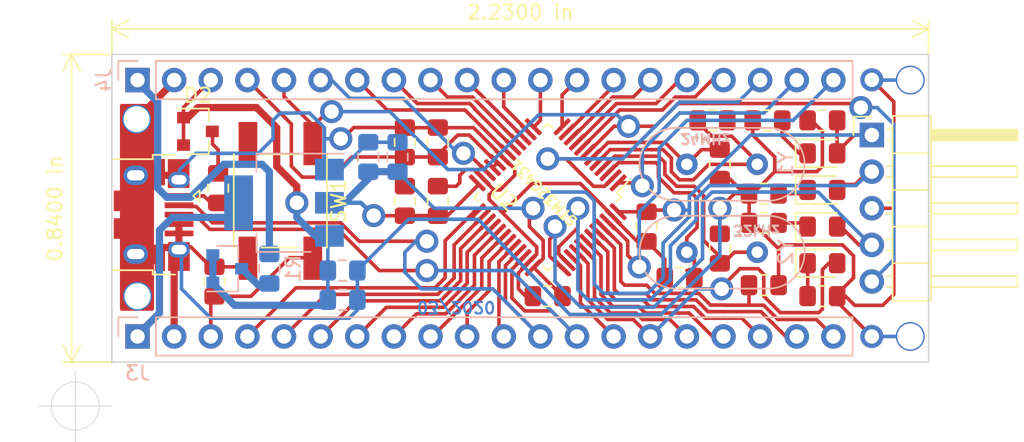
<source format=kicad_pcb>
(kicad_pcb (version 20171130) (host pcbnew "(5.1.5)-3")

  (general
    (thickness 1.6)
    (drawings 12)
    (tracks 738)
    (zones 0)
    (modules 38)
    (nets 52)
  )

  (page User 200 119.99)
  (title_block
    (title "UFRGS PILL")
    (date 2020-03-25)
    (rev 0.1)
    (company "e-Power UFRGS")
  )

  (layers
    (0 F.Cu signal)
    (31 B.Cu signal)
    (32 B.Adhes user)
    (33 F.Adhes user)
    (34 B.Paste user)
    (35 F.Paste user)
    (36 B.SilkS user)
    (37 F.SilkS user)
    (38 B.Mask user)
    (39 F.Mask user)
    (40 Dwgs.User user)
    (41 Cmts.User user)
    (42 Eco1.User user)
    (43 Eco2.User user)
    (44 Edge.Cuts user)
    (45 Margin user)
    (46 B.CrtYd user)
    (47 F.CrtYd user)
    (48 B.Fab user hide)
    (49 F.Fab user hide)
  )

  (setup
    (last_trace_width 0.25)
    (user_trace_width 0.2)
    (user_trace_width 0.3)
    (user_trace_width 0.4)
    (user_trace_width 0.5)
    (trace_clearance 0.2)
    (zone_clearance 0.508)
    (zone_45_only no)
    (trace_min 0.2)
    (via_size 0.8)
    (via_drill 0.4)
    (via_min_size 0.4)
    (via_min_drill 0.3)
    (user_via 1.2 1)
    (user_via 1.6 1)
    (uvia_size 0.3)
    (uvia_drill 0.1)
    (uvias_allowed no)
    (uvia_min_size 0.2)
    (uvia_min_drill 0.1)
    (edge_width 0.05)
    (segment_width 0.2)
    (pcb_text_width 0.3)
    (pcb_text_size 1.5 1.5)
    (mod_edge_width 0.12)
    (mod_text_size 1 1)
    (mod_text_width 0.15)
    (pad_size 1.15 1.4)
    (pad_drill 0)
    (pad_to_mask_clearance 0.051)
    (solder_mask_min_width 0.25)
    (aux_axis_origin 0 0)
    (visible_elements 7FFFFF7F)
    (pcbplotparams
      (layerselection 0x010fc_ffffffff)
      (usegerberextensions false)
      (usegerberattributes false)
      (usegerberadvancedattributes false)
      (creategerberjobfile false)
      (excludeedgelayer true)
      (linewidth 0.100000)
      (plotframeref false)
      (viasonmask false)
      (mode 1)
      (useauxorigin false)
      (hpglpennumber 1)
      (hpglpenspeed 20)
      (hpglpendiameter 15.000000)
      (psnegative false)
      (psa4output false)
      (plotreference true)
      (plotvalue true)
      (plotinvisibletext false)
      (padsonsilk false)
      (subtractmaskfromsilk false)
      (outputformat 1)
      (mirror false)
      (drillshape 0)
      (scaleselection 1)
      (outputdirectory "gerbers/"))
  )

  (net 0 "")
  (net 1 GND)
  (net 2 +3V3)
  (net 3 VDDA)
  (net 4 NRST)
  (net 5 "Net-(C12-Pad1)")
  (net 6 "Net-(C13-Pad1)")
  (net 7 "Net-(C14-Pad1)")
  (net 8 "Net-(C15-Pad1)")
  (net 9 VIN)
  (net 10 PB3)
  (net 11 "Net-(D3-Pad1)")
  (net 12 +5V)
  (net 13 PC13)
  (net 14 PB0)
  (net 15 PB1)
  (net 16 PB2)
  (net 17 PB4)
  (net 18 PB5)
  (net 19 PB6)
  (net 20 PB7)
  (net 21 PB8)
  (net 22 PB9)
  (net 23 PB10)
  (net 24 PB11)
  (net 25 PB12)
  (net 26 PB13)
  (net 27 PB14)
  (net 28 PB15)
  (net 29 T_SWCLK)
  (net 30 T_SWDIO)
  (net 31 USB_DP)
  (net 32 USB_DM)
  (net 33 PA0)
  (net 34 PA1)
  (net 35 PA2)
  (net 36 PA3)
  (net 37 PA4)
  (net 38 PA5)
  (net 39 PA6)
  (net 40 PA7)
  (net 41 PA8)
  (net 42 PA9)
  (net 43 PA10)
  (net 44 PA15)
  (net 45 VBAT)
  (net 46 "Net-(D4-Pad1)")
  (net 47 "Net-(D5-Pad1)")
  (net 48 "Net-(D1-Pad3)")
  (net 49 "Net-(D2-Pad3)")
  (net 50 "Net-(D6-Pad1)")
  (net 51 "Net-(J2-Pad1)")

  (net_class Default "This is the default net class."
    (clearance 0.2)
    (trace_width 0.25)
    (via_dia 0.8)
    (via_drill 0.4)
    (uvia_dia 0.3)
    (uvia_drill 0.1)
    (add_net +3V3)
    (add_net +5V)
    (add_net GND)
    (add_net NRST)
    (add_net "Net-(C12-Pad1)")
    (add_net "Net-(C13-Pad1)")
    (add_net "Net-(C14-Pad1)")
    (add_net "Net-(C15-Pad1)")
    (add_net "Net-(D1-Pad3)")
    (add_net "Net-(D2-Pad3)")
    (add_net "Net-(D3-Pad1)")
    (add_net "Net-(D4-Pad1)")
    (add_net "Net-(D5-Pad1)")
    (add_net "Net-(D6-Pad1)")
    (add_net "Net-(J2-Pad1)")
    (add_net PA0)
    (add_net PA1)
    (add_net PA10)
    (add_net PA15)
    (add_net PA2)
    (add_net PA3)
    (add_net PA4)
    (add_net PA5)
    (add_net PA6)
    (add_net PA7)
    (add_net PA8)
    (add_net PA9)
    (add_net PB0)
    (add_net PB1)
    (add_net PB10)
    (add_net PB11)
    (add_net PB12)
    (add_net PB13)
    (add_net PB14)
    (add_net PB15)
    (add_net PB2)
    (add_net PB3)
    (add_net PB4)
    (add_net PB5)
    (add_net PB6)
    (add_net PB7)
    (add_net PB8)
    (add_net PB9)
    (add_net PC13)
    (add_net T_SWCLK)
    (add_net T_SWDIO)
    (add_net USB_DM)
    (add_net USB_DP)
    (add_net VBAT)
    (add_net VDDA)
    (add_net VIN)
  )

  (module Package_QFP:LQFP-48_7x7mm_P0.5mm (layer F.Cu) (tedit 5F07309C) (tstamp 5E3C78B1)
    (at 134.366 46.99 225)
    (descr "LQFP, 48 Pin (https://www.analog.com/media/en/technical-documentation/data-sheets/ltc2358-16.pdf), generated with kicad-footprint-generator ipc_gullwing_generator.py")
    (tags "LQFP QFP")
    (path /5E5561F1)
    (solder_paste_ratio -0.1)
    (clearance 0.08)
    (attr smd)
    (fp_text reference U2 (at 2.155261 2.155261 315) (layer F.SilkS)
      (effects (font (size 1 1) (thickness 0.15)))
    )
    (fp_text value STM32G431CBTx (at 0 5.85 225) (layer F.Fab)
      (effects (font (size 1 1) (thickness 0.15)))
    )
    (fp_text user %R (at 0 0 225) (layer F.Fab)
      (effects (font (size 1 1) (thickness 0.15)))
    )
    (fp_line (start 5.15 3.15) (end 5.15 0) (layer F.CrtYd) (width 0.05))
    (fp_line (start 3.75 3.15) (end 5.15 3.15) (layer F.CrtYd) (width 0.05))
    (fp_line (start 3.75 3.75) (end 3.75 3.15) (layer F.CrtYd) (width 0.05))
    (fp_line (start 3.15 3.75) (end 3.75 3.75) (layer F.CrtYd) (width 0.05))
    (fp_line (start 3.15 5.15) (end 3.15 3.75) (layer F.CrtYd) (width 0.05))
    (fp_line (start 0 5.15) (end 3.15 5.15) (layer F.CrtYd) (width 0.05))
    (fp_line (start -5.15 3.15) (end -5.15 0) (layer F.CrtYd) (width 0.05))
    (fp_line (start -3.75 3.15) (end -5.15 3.15) (layer F.CrtYd) (width 0.05))
    (fp_line (start -3.75 3.75) (end -3.75 3.15) (layer F.CrtYd) (width 0.05))
    (fp_line (start -3.15 3.75) (end -3.75 3.75) (layer F.CrtYd) (width 0.05))
    (fp_line (start -3.15 5.15) (end -3.15 3.75) (layer F.CrtYd) (width 0.05))
    (fp_line (start 0 5.15) (end -3.15 5.15) (layer F.CrtYd) (width 0.05))
    (fp_line (start 5.15 -3.15) (end 5.15 0) (layer F.CrtYd) (width 0.05))
    (fp_line (start 3.75 -3.15) (end 5.15 -3.15) (layer F.CrtYd) (width 0.05))
    (fp_line (start 3.75 -3.75) (end 3.75 -3.15) (layer F.CrtYd) (width 0.05))
    (fp_line (start 3.15 -3.75) (end 3.75 -3.75) (layer F.CrtYd) (width 0.05))
    (fp_line (start 3.15 -5.15) (end 3.15 -3.75) (layer F.CrtYd) (width 0.05))
    (fp_line (start 0 -5.15) (end 3.15 -5.15) (layer F.CrtYd) (width 0.05))
    (fp_line (start -5.15 -3.15) (end -5.15 0) (layer F.CrtYd) (width 0.05))
    (fp_line (start -3.75 -3.15) (end -5.15 -3.15) (layer F.CrtYd) (width 0.05))
    (fp_line (start -3.75 -3.75) (end -3.75 -3.15) (layer F.CrtYd) (width 0.05))
    (fp_line (start -3.15 -3.75) (end -3.75 -3.75) (layer F.CrtYd) (width 0.05))
    (fp_line (start -3.15 -5.15) (end -3.15 -3.75) (layer F.CrtYd) (width 0.05))
    (fp_line (start 0 -5.15) (end -3.15 -5.15) (layer F.CrtYd) (width 0.05))
    (fp_line (start -3.5 -2.5) (end -2.5 -3.5) (layer F.Fab) (width 0.1))
    (fp_line (start -3.5 3.5) (end -3.5 -2.5) (layer F.Fab) (width 0.1))
    (fp_line (start 3.5 3.5) (end -3.5 3.5) (layer F.Fab) (width 0.1))
    (fp_line (start 3.5 -3.5) (end 3.5 3.5) (layer F.Fab) (width 0.1))
    (fp_line (start -2.5 -3.5) (end 3.5 -3.5) (layer F.Fab) (width 0.1))
    (fp_line (start -3.61 -3.16) (end -4.9 -3.16) (layer F.SilkS) (width 0.12))
    (fp_line (start -3.61 -3.61) (end -3.61 -3.16) (layer F.SilkS) (width 0.12))
    (fp_line (start -3.16 -3.61) (end -3.61 -3.61) (layer F.SilkS) (width 0.12))
    (fp_line (start 3.61 -3.61) (end 3.61 -3.16) (layer F.SilkS) (width 0.12))
    (fp_line (start 3.16 -3.61) (end 3.61 -3.61) (layer F.SilkS) (width 0.12))
    (fp_line (start -3.61 3.61) (end -3.61 3.16) (layer F.SilkS) (width 0.12))
    (fp_line (start -3.16 3.61) (end -3.61 3.61) (layer F.SilkS) (width 0.12))
    (fp_line (start 3.61 3.61) (end 3.61 3.16) (layer F.SilkS) (width 0.12))
    (fp_line (start 3.16 3.61) (end 3.61 3.61) (layer F.SilkS) (width 0.12))
    (fp_text user STM32G431 (at -0.044901 0.404112 135 unlocked) (layer F.SilkS)
      (effects (font (size 0.7 0.7) (thickness 0.15)))
    )
    (pad 2 smd roundrect (at -4.16306 -2.25044 225) (size 1.475 0.3) (layers F.Cu F.Paste F.Mask) (roundrect_rratio 0.25)
      (net 13 PC13))
    (pad 48 smd roundrect (at -2.75 -4.1625 225) (size 0.3 1.475) (layers F.Cu F.Paste F.Mask) (roundrect_rratio 0.25)
      (net 2 +3V3))
    (pad 47 smd roundrect (at -2.25 -4.1625 225) (size 0.3 1.475) (layers F.Cu F.Paste F.Mask) (roundrect_rratio 0.25)
      (net 1 GND))
    (pad 46 smd roundrect (at -1.75 -4.1625 225) (size 0.3 1.475) (layers F.Cu F.Paste F.Mask) (roundrect_rratio 0.25)
      (net 22 PB9))
    (pad 45 smd roundrect (at -1.25 -4.1625 225) (size 0.3 1.475) (layers F.Cu F.Paste F.Mask) (roundrect_rratio 0.25)
      (net 21 PB8))
    (pad 44 smd roundrect (at -0.75 -4.1625 225) (size 0.3 1.475) (layers F.Cu F.Paste F.Mask) (roundrect_rratio 0.25)
      (net 20 PB7))
    (pad 43 smd roundrect (at -0.25 -4.1625 225) (size 0.3 1.475) (layers F.Cu F.Paste F.Mask) (roundrect_rratio 0.25)
      (net 19 PB6))
    (pad 42 smd roundrect (at 0.25 -4.1625 225) (size 0.3 1.475) (layers F.Cu F.Paste F.Mask) (roundrect_rratio 0.25)
      (net 18 PB5))
    (pad 41 smd roundrect (at 0.75 -4.1625 225) (size 0.3 1.475) (layers F.Cu F.Paste F.Mask) (roundrect_rratio 0.25)
      (net 17 PB4))
    (pad 40 smd roundrect (at 1.25 -4.1625 225) (size 0.3 1.475) (layers F.Cu F.Paste F.Mask) (roundrect_rratio 0.25)
      (net 10 PB3))
    (pad 39 smd roundrect (at 1.75 -4.1625 225) (size 0.3 1.475) (layers F.Cu F.Paste F.Mask) (roundrect_rratio 0.25)
      (net 44 PA15))
    (pad 38 smd roundrect (at 2.25 -4.1625 225) (size 0.3 1.475) (layers F.Cu F.Paste F.Mask) (roundrect_rratio 0.25)
      (net 29 T_SWCLK))
    (pad 37 smd roundrect (at 2.75 -4.1625 225) (size 0.3 1.475) (layers F.Cu F.Paste F.Mask) (roundrect_rratio 0.25)
      (net 30 T_SWDIO))
    (pad 36 smd roundrect (at 4.1625 -2.75 225) (size 1.475 0.3) (layers F.Cu F.Paste F.Mask) (roundrect_rratio 0.25)
      (net 2 +3V3))
    (pad 35 smd roundrect (at 4.1625 -2.25 225) (size 1.475 0.3) (layers F.Cu F.Paste F.Mask) (roundrect_rratio 0.25)
      (net 1 GND))
    (pad 34 smd roundrect (at 4.1625 -1.75 225) (size 1.475 0.3) (layers F.Cu F.Paste F.Mask) (roundrect_rratio 0.25)
      (net 31 USB_DP))
    (pad 33 smd roundrect (at 4.1625 -1.25 225) (size 1.475 0.3) (layers F.Cu F.Paste F.Mask) (roundrect_rratio 0.25)
      (net 32 USB_DM))
    (pad 32 smd roundrect (at 4.1625 -0.75 225) (size 1.475 0.3) (layers F.Cu F.Paste F.Mask) (roundrect_rratio 0.25)
      (net 43 PA10))
    (pad 31 smd roundrect (at 4.1625 -0.25 225) (size 1.475 0.3) (layers F.Cu F.Paste F.Mask) (roundrect_rratio 0.25)
      (net 42 PA9))
    (pad 30 smd roundrect (at 4.1625 0.25 225) (size 1.475 0.3) (layers F.Cu F.Paste F.Mask) (roundrect_rratio 0.25)
      (net 41 PA8))
    (pad 29 smd roundrect (at 4.1625 0.75 225) (size 1.475 0.3) (layers F.Cu F.Paste F.Mask) (roundrect_rratio 0.25)
      (net 28 PB15))
    (pad 28 smd roundrect (at 4.1625 1.25 225) (size 1.475 0.3) (layers F.Cu F.Paste F.Mask) (roundrect_rratio 0.25)
      (net 27 PB14))
    (pad 27 smd roundrect (at 4.1625 1.75 225) (size 1.475 0.3) (layers F.Cu F.Paste F.Mask) (roundrect_rratio 0.25)
      (net 26 PB13))
    (pad 26 smd roundrect (at 4.1625 2.25 225) (size 1.475 0.3) (layers F.Cu F.Paste F.Mask) (roundrect_rratio 0.25)
      (net 25 PB12))
    (pad 25 smd roundrect (at 4.1625 2.75 225) (size 1.475 0.3) (layers F.Cu F.Paste F.Mask) (roundrect_rratio 0.25)
      (net 24 PB11))
    (pad 24 smd roundrect (at 2.75 4.1625 225) (size 0.3 1.475) (layers F.Cu F.Paste F.Mask) (roundrect_rratio 0.25)
      (net 2 +3V3))
    (pad 23 smd roundrect (at 2.25 4.1625 225) (size 0.3 1.475) (layers F.Cu F.Paste F.Mask) (roundrect_rratio 0.25)
      (net 1 GND))
    (pad 22 smd roundrect (at 1.75 4.1625 225) (size 0.3 1.475) (layers F.Cu F.Paste F.Mask) (roundrect_rratio 0.25)
      (net 23 PB10))
    (pad 21 smd roundrect (at 1.25 4.1625 225) (size 0.3 1.475) (layers F.Cu F.Paste F.Mask) (roundrect_rratio 0.25)
      (net 3 VDDA))
    (pad 20 smd roundrect (at 0.75 4.1625 225) (size 0.3 1.475) (layers F.Cu F.Paste F.Mask) (roundrect_rratio 0.25)
      (net 3 VDDA))
    (pad 19 smd roundrect (at 0.25 4.1625 225) (size 0.3 1.475) (layers F.Cu F.Paste F.Mask) (roundrect_rratio 0.25)
      (net 1 GND))
    (pad 18 smd roundrect (at -0.25 4.1625 225) (size 0.3 1.475) (layers F.Cu F.Paste F.Mask) (roundrect_rratio 0.25)
      (net 16 PB2))
    (pad 17 smd roundrect (at -0.75 4.1625 225) (size 0.3 1.475) (layers F.Cu F.Paste F.Mask) (roundrect_rratio 0.25)
      (net 15 PB1))
    (pad 16 smd roundrect (at -1.25 4.1625 225) (size 0.3 1.475) (layers F.Cu F.Paste F.Mask) (roundrect_rratio 0.25)
      (net 14 PB0))
    (pad 15 smd roundrect (at -1.75 4.1625 225) (size 0.3 1.475) (layers F.Cu F.Paste F.Mask) (roundrect_rratio 0.25)
      (net 40 PA7))
    (pad 14 smd roundrect (at -2.25 4.1625 225) (size 0.3 1.475) (layers F.Cu F.Paste F.Mask) (roundrect_rratio 0.25)
      (net 39 PA6))
    (pad 13 smd roundrect (at -2.75 4.1625 225) (size 0.3 1.475) (layers F.Cu F.Paste F.Mask) (roundrect_rratio 0.25)
      (net 38 PA5))
    (pad 12 smd roundrect (at -4.1625 2.75 225) (size 1.475 0.3) (layers F.Cu F.Paste F.Mask) (roundrect_rratio 0.25)
      (net 37 PA4))
    (pad 11 smd roundrect (at -4.1625 2.25 225) (size 1.475 0.3) (layers F.Cu F.Paste F.Mask) (roundrect_rratio 0.25)
      (net 36 PA3))
    (pad 10 smd roundrect (at -4.1625 1.75 225) (size 1.475 0.3) (layers F.Cu F.Paste F.Mask) (roundrect_rratio 0.25)
      (net 35 PA2))
    (pad 9 smd roundrect (at -4.1625 1.25 225) (size 1.475 0.3) (layers F.Cu F.Paste F.Mask) (roundrect_rratio 0.25)
      (net 34 PA1))
    (pad 8 smd roundrect (at -4.1625 0.75 225) (size 1.475 0.3) (layers F.Cu F.Paste F.Mask) (roundrect_rratio 0.25)
      (net 33 PA0))
    (pad 7 smd roundrect (at -4.1625 0.25 225) (size 1.475 0.3) (layers F.Cu F.Paste F.Mask) (roundrect_rratio 0.25)
      (net 4 NRST))
    (pad 6 smd roundrect (at -4.1625 -0.25 225) (size 1.475 0.3) (layers F.Cu F.Paste F.Mask) (roundrect_rratio 0.25)
      (net 6 "Net-(C13-Pad1)"))
    (pad 5 smd roundrect (at -4.1625 -0.75 225) (size 1.475 0.3) (layers F.Cu F.Paste F.Mask) (roundrect_rratio 0.25)
      (net 5 "Net-(C12-Pad1)"))
    (pad 4 smd roundrect (at -4.1625 -1.25 225) (size 1.475 0.3) (layers F.Cu F.Paste F.Mask) (roundrect_rratio 0.25)
      (net 7 "Net-(C14-Pad1)"))
    (pad 3 smd roundrect (at -4.1625 -1.75 225) (size 1.475 0.3) (layers F.Cu F.Paste F.Mask) (roundrect_rratio 0.25)
      (net 8 "Net-(C15-Pad1)"))
    (pad 1 smd roundrect (at -4.1625 -2.75 225) (size 1.475 0.3) (layers F.Cu F.Paste F.Mask) (roundrect_rratio 0.25)
      (net 45 VBAT))
    (model ${KISYS3DMOD}/Package_QFP.3dshapes/LQFP-48_7x7mm_P0.5mm.wrl
      (at (xyz 0 0 0))
      (scale (xyz 1 1 1))
      (rotate (xyz 0 0 0))
    )
  )

  (module e-Power:SW_Push_1P1T_NO_6x6mm_H9.5mm (layer F.Cu) (tedit 5F06123A) (tstamp 5E3C783F)
    (at 115.824 47.244 270)
    (descr "tactile push button, 6x6mm e.g. PTS645xx series, height=9.5mm")
    (tags "tact sw push 6mm smd")
    (path /5E5B8D51)
    (attr smd)
    (fp_text reference SW1 (at 0 -4.05 90) (layer F.SilkS)
      (effects (font (size 1 1) (thickness 0.15)))
    )
    (fp_text value SW_Push (at 0 4.15 90) (layer F.Fab)
      (effects (font (size 1 1) (thickness 0.15)))
    )
    (fp_circle (center 0 0) (end 1.75 -0.05) (layer F.Fab) (width 0.1))
    (fp_line (start -3.23 3.23) (end 3.23 3.23) (layer F.SilkS) (width 0.12))
    (fp_line (start -3.23 -1.3) (end -3.23 1.3) (layer F.SilkS) (width 0.12))
    (fp_line (start -3.23 -3.23) (end 3.23 -3.23) (layer F.SilkS) (width 0.12))
    (fp_line (start 3.23 -1.3) (end 3.23 1.3) (layer F.SilkS) (width 0.12))
    (fp_line (start -3.23 -3.2) (end -3.23 -3.23) (layer F.SilkS) (width 0.12))
    (fp_line (start -3.23 3.23) (end -3.23 3.2) (layer F.SilkS) (width 0.12))
    (fp_line (start 3.23 3.23) (end 3.23 3.2) (layer F.SilkS) (width 0.12))
    (fp_line (start 3.23 -3.23) (end 3.23 -3.2) (layer F.SilkS) (width 0.12))
    (fp_line (start -5 -3.25) (end 5 -3.25) (layer F.CrtYd) (width 0.05))
    (fp_line (start -5 3.25) (end 5 3.25) (layer F.CrtYd) (width 0.05))
    (fp_line (start -5 -3.25) (end -5 3.25) (layer F.CrtYd) (width 0.05))
    (fp_line (start 5 3.25) (end 5 -3.25) (layer F.CrtYd) (width 0.05))
    (fp_line (start 3 -3) (end -3 -3) (layer F.Fab) (width 0.1))
    (fp_line (start 3 3) (end 3 -3) (layer F.Fab) (width 0.1))
    (fp_line (start -3 3) (end 3 3) (layer F.Fab) (width 0.1))
    (fp_line (start -3 -3) (end -3 3) (layer F.Fab) (width 0.1))
    (fp_text user %R (at 0 -4.05 90) (layer F.Fab)
      (effects (font (size 1 1) (thickness 0.15)))
    )
    (pad 2 smd rect (at 3.975 2.25 270) (size 3 1.3) (layers F.Cu F.Paste F.Mask)
      (net 1 GND))
    (pad 1 smd rect (at 3.975 -2.25 270) (size 3 1.3) (layers F.Cu F.Paste F.Mask)
      (net 4 NRST))
    (pad 1 smd rect (at -3.975 -2.25 270) (size 3 1.3) (layers F.Cu F.Paste F.Mask)
      (net 4 NRST))
    (pad 2 smd rect (at -3.975 2.25 270) (size 3 1.3) (layers F.Cu F.Paste F.Mask)
      (net 1 GND))
    (model "C:/Program Files/KiCad/share/kicad/modules/e-Power.pretty/3D/SPST-6mmTactileSwitch.step"
      (at (xyz 0 0 0))
      (scale (xyz 1 1 1))
      (rotate (xyz -90 0 0))
    )
  )

  (module e-Power:SOT-23 (layer F.Cu) (tedit 5F0620F2) (tstamp 5F067EC2)
    (at 110.109 42.418)
    (descr "SOT-23, Standard")
    (tags SOT-23)
    (path /5F1E11A6)
    (attr smd)
    (fp_text reference D2 (at 0 -2.5) (layer F.SilkS)
      (effects (font (size 1 1) (thickness 0.15)))
    )
    (fp_text value BAT54A (at 0 2.54) (layer F.Fab)
      (effects (font (size 1 1) (thickness 0.15)))
    )
    (fp_text user %R (at 0 0 90) (layer F.Fab)
      (effects (font (size 0.5 0.5) (thickness 0.075)))
    )
    (fp_line (start -0.7 -0.95) (end -0.7 1.5) (layer F.Fab) (width 0.1))
    (fp_line (start -0.15 -1.52) (end 0.7 -1.52) (layer F.Fab) (width 0.1))
    (fp_line (start -0.7 -0.95) (end -0.15 -1.52) (layer F.Fab) (width 0.1))
    (fp_line (start 0.7 -1.52) (end 0.7 1.52) (layer F.Fab) (width 0.1))
    (fp_line (start -0.7 1.52) (end 0.7 1.52) (layer F.Fab) (width 0.1))
    (fp_line (start 0.76 1.58) (end 0.76 0.65) (layer F.SilkS) (width 0.12))
    (fp_line (start 0.76 -1.58) (end 0.76 -0.65) (layer F.SilkS) (width 0.12))
    (fp_line (start -1.524 -1.651) (end 1.524 -1.651) (layer F.CrtYd) (width 0.05))
    (fp_line (start 1.524 -1.651) (end 1.524 1.651) (layer F.CrtYd) (width 0.05))
    (fp_line (start 1.524 1.651) (end -1.524 1.651) (layer F.CrtYd) (width 0.05))
    (fp_line (start -1.524 1.651) (end -1.524 -1.651) (layer F.CrtYd) (width 0.05))
    (fp_line (start 0.76 -1.58) (end -1.4 -1.58) (layer F.SilkS) (width 0.12))
    (fp_line (start 0.76 1.58) (end -0.7 1.58) (layer F.SilkS) (width 0.12))
    (pad 1 smd rect (at -1 -0.95) (size 0.9 0.8) (layers F.Cu F.Paste F.Mask)
      (net 12 +5V))
    (pad 2 smd rect (at -1 0.95) (size 0.9 0.8) (layers F.Cu F.Paste F.Mask)
      (net 12 +5V))
    (pad 3 smd rect (at 1 0) (size 0.9 0.8) (layers F.Cu F.Paste F.Mask)
      (net 49 "Net-(D2-Pad3)"))
    (model ${KISYS3DMOD}/Package_TO_SOT_SMD.3dshapes/SOT-23.wrl
      (at (xyz 0 0 0))
      (scale (xyz 1 1 1))
      (rotate (xyz 0 0 0))
    )
  )

  (module Package_TO_SOT_SMD:SOT-223-3_TabPin2 (layer B.Cu) (tedit 5A02FF57) (tstamp 5E3C7855)
    (at 116.078 47.371 180)
    (descr "module CMS SOT223 4 pins")
    (tags "CMS SOT")
    (path /5E559F28)
    (attr smd)
    (fp_text reference U1 (at 1.016 -0.127 270) (layer B.SilkS) hide
      (effects (font (size 1 1) (thickness 0.15)) (justify mirror))
    )
    (fp_text value AZ1117-3.3 (at 0 -4.5 180) (layer B.Fab)
      (effects (font (size 1 1) (thickness 0.15)) (justify mirror))
    )
    (fp_line (start 1.85 3.35) (end 1.85 -3.35) (layer B.Fab) (width 0.1))
    (fp_line (start -1.85 -3.35) (end 1.85 -3.35) (layer B.Fab) (width 0.1))
    (fp_line (start -4.1 3.41) (end 1.91 3.41) (layer B.SilkS) (width 0.12))
    (fp_line (start -0.85 3.35) (end 1.85 3.35) (layer B.Fab) (width 0.1))
    (fp_line (start -1.85 -3.41) (end 1.91 -3.41) (layer B.SilkS) (width 0.12))
    (fp_line (start -1.85 2.35) (end -1.85 -3.35) (layer B.Fab) (width 0.1))
    (fp_line (start -1.85 2.35) (end -0.85 3.35) (layer B.Fab) (width 0.1))
    (fp_line (start -4.4 3.6) (end -4.4 -3.6) (layer B.CrtYd) (width 0.05))
    (fp_line (start -4.4 -3.6) (end 4.4 -3.6) (layer B.CrtYd) (width 0.05))
    (fp_line (start 4.4 -3.6) (end 4.4 3.6) (layer B.CrtYd) (width 0.05))
    (fp_line (start 4.4 3.6) (end -4.4 3.6) (layer B.CrtYd) (width 0.05))
    (fp_line (start 1.91 3.41) (end 1.91 2.15) (layer B.SilkS) (width 0.12))
    (fp_line (start 1.91 -3.41) (end 1.91 -2.15) (layer B.SilkS) (width 0.12))
    (fp_text user %R (at 0 0 90) (layer B.Fab)
      (effects (font (size 0.8 0.8) (thickness 0.12)) (justify mirror))
    )
    (pad 1 smd rect (at -3.15 2.3 180) (size 2 1.5) (layers B.Cu B.Paste B.Mask)
      (net 1 GND))
    (pad 3 smd rect (at -3.15 -2.3 180) (size 2 1.5) (layers B.Cu B.Paste B.Mask)
      (net 12 +5V))
    (pad 2 smd rect (at -3.15 0 180) (size 2 1.5) (layers B.Cu B.Paste B.Mask)
      (net 2 +3V3))
    (pad 2 smd rect (at 3.15 0 180) (size 2 3.8) (layers B.Cu B.Paste B.Mask)
      (net 2 +3V3))
    (model ${KISYS3DMOD}/Package_TO_SOT_SMD.3dshapes/SOT-223.wrl
      (at (xyz 0 0 0))
      (scale (xyz 1 1 1))
      (rotate (xyz 0 0 0))
    )
  )

  (module Resistor_SMD:R_0805_2012Metric_Pad1.15x1.40mm_HandSolder (layer B.Cu) (tedit 5B36C52B) (tstamp 5F06800C)
    (at 115.062 51.943 90)
    (descr "Resistor SMD 0805 (2012 Metric), square (rectangular) end terminal, IPC_7351 nominal with elongated pad for handsoldering. (Body size source: https://docs.google.com/spreadsheets/d/1BsfQQcO9C6DZCsRaXUlFlo91Tg2WpOkGARC1WS5S8t0/edit?usp=sharing), generated with kicad-footprint-generator")
    (tags "resistor handsolder")
    (path /5F098EEE)
    (attr smd)
    (fp_text reference R1 (at 0 1.65 90) (layer B.SilkS)
      (effects (font (size 1 1) (thickness 0.15)) (justify mirror))
    )
    (fp_text value 0R (at 0 -1.65 90) (layer B.Fab)
      (effects (font (size 1 1) (thickness 0.15)) (justify mirror))
    )
    (fp_text user %R (at 0 0 90) (layer B.Fab)
      (effects (font (size 0.5 0.5) (thickness 0.08)) (justify mirror))
    )
    (fp_line (start 1.85 -0.95) (end -1.85 -0.95) (layer B.CrtYd) (width 0.05))
    (fp_line (start 1.85 0.95) (end 1.85 -0.95) (layer B.CrtYd) (width 0.05))
    (fp_line (start -1.85 0.95) (end 1.85 0.95) (layer B.CrtYd) (width 0.05))
    (fp_line (start -1.85 -0.95) (end -1.85 0.95) (layer B.CrtYd) (width 0.05))
    (fp_line (start -0.261252 -0.71) (end 0.261252 -0.71) (layer B.SilkS) (width 0.12))
    (fp_line (start -0.261252 0.71) (end 0.261252 0.71) (layer B.SilkS) (width 0.12))
    (fp_line (start 1 -0.6) (end -1 -0.6) (layer B.Fab) (width 0.1))
    (fp_line (start 1 0.6) (end 1 -0.6) (layer B.Fab) (width 0.1))
    (fp_line (start -1 0.6) (end 1 0.6) (layer B.Fab) (width 0.1))
    (fp_line (start -1 -0.6) (end -1 0.6) (layer B.Fab) (width 0.1))
    (pad 2 smd roundrect (at 1.025 0 90) (size 1.15 1.4) (layers B.Cu B.Paste B.Mask) (roundrect_rratio 0.217391)
      (net 9 VIN))
    (pad 1 smd roundrect (at -1.025 0 90) (size 1.15 1.4) (layers B.Cu B.Paste B.Mask) (roundrect_rratio 0.217391)
      (net 48 "Net-(D1-Pad3)"))
    (model ${KISYS3DMOD}/Resistor_SMD.3dshapes/R_0805_2012Metric.wrl
      (at (xyz 0 0 0))
      (scale (xyz 1 1 1))
      (rotate (xyz 0 0 0))
    )
  )

  (module e-Power:USB_Micro-B_Horizontal (layer F.Cu) (tedit 5F060F6C) (tstamp 5E3C77CA)
    (at 106.906 48.222 270)
    (descr "Micro USB Type B 10103594-0001LF, http://cdn.amphenol-icc.com/media/wysiwyg/files/drawing/10103594.pdf")
    (tags "USB USB_B USB_micro USB_OTG")
    (path /5E60C380)
    (attr smd)
    (fp_text reference J2 (at 1.925 -3.365 90) (layer F.SilkS) hide
      (effects (font (size 1 1) (thickness 0.15)))
    )
    (fp_text value USB_B_Micro (at -0.025 4.435 90) (layer F.Fab)
      (effects (font (size 1 1) (thickness 0.15)))
    )
    (fp_line (start 4.14 3.58) (end -4.13 3.58) (layer F.CrtYd) (width 0.05))
    (fp_line (start 4.14 3.58) (end 4.14 -2.88) (layer F.CrtYd) (width 0.05))
    (fp_line (start -4.13 -2.88) (end -4.13 3.58) (layer F.CrtYd) (width 0.05))
    (fp_line (start -4.13 -2.88) (end 4.14 -2.88) (layer F.CrtYd) (width 0.05))
    (fp_line (start -4.025 2.835) (end 3.975 2.835) (layer Dwgs.User) (width 0.1))
    (fp_line (start -3.775 3.335) (end -3.775 -0.865) (layer F.Fab) (width 0.12))
    (fp_line (start -2.975 -1.615) (end 3.725 -1.615) (layer F.Fab) (width 0.12))
    (fp_line (start 3.725 -1.615) (end 3.725 3.335) (layer F.Fab) (width 0.12))
    (fp_line (start 3.725 3.335) (end -3.775 3.335) (layer F.Fab) (width 0.12))
    (fp_line (start -3.775 -0.865) (end -2.975 -1.615) (layer F.Fab) (width 0.12))
    (fp_line (start -1.325 -2.865) (end -1.725 -3.315) (layer F.SilkS) (width 0.12))
    (fp_line (start -1.725 -3.315) (end -0.925 -3.315) (layer F.SilkS) (width 0.12))
    (fp_line (start -0.925 -3.315) (end -1.325 -2.865) (layer F.SilkS) (width 0.12))
    (fp_line (start 3.825 2.735) (end 3.825 -0.065) (layer F.SilkS) (width 0.12))
    (fp_line (start 3.825 -0.065) (end 4.125 -0.065) (layer F.SilkS) (width 0.12))
    (fp_line (start 4.125 -0.065) (end 4.125 -1.615) (layer F.SilkS) (width 0.12))
    (fp_line (start -3.875 2.735) (end -3.875 -0.065) (layer F.SilkS) (width 0.12))
    (fp_line (start -4.175 -0.065) (end -3.875 -0.065) (layer F.SilkS) (width 0.12))
    (fp_line (start -4.175 -0.065) (end -4.175 -1.615) (layer F.SilkS) (width 0.12))
    (fp_text user %R (at -0.025 -0.015 90) (layer F.Fab)
      (effects (font (size 1 1) (thickness 0.15)))
    )
    (fp_text user "PCB edge" (at -0.025 2.235 90) (layer Dwgs.User)
      (effects (font (size 0.5 0.5) (thickness 0.075)))
    )
    (pad 6 smd rect (at 0.935 1.385) (size 2.5 1.43) (layers F.Cu F.Paste F.Mask)
      (net 1 GND))
    (pad 6 smd rect (at -0.985 1.385) (size 2.5 1.43) (layers F.Cu F.Paste F.Mask)
      (net 1 GND))
    (pad 6 thru_hole oval (at 2.705 1.115) (size 1.7 1.35) (drill oval 1.2 0.7) (layers *.Cu *.Mask)
      (net 1 GND))
    (pad 6 thru_hole oval (at -2.755 1.115) (size 1.7 1.35) (drill oval 1.2 0.7) (layers *.Cu *.Mask)
      (net 1 GND))
    (pad 6 thru_hole oval (at 2.395 -1.885) (size 1.5 1.1) (drill oval 1.05 0.65) (layers *.Cu *.Mask)
      (net 1 GND))
    (pad 6 thru_hole oval (at -2.445 -1.885) (size 1.5 1.1) (drill oval 1.05 0.65) (layers *.Cu *.Mask)
      (net 1 GND))
    (pad 5 smd rect (at 1.275 -1.892) (size 2 0.4) (layers F.Cu F.Paste F.Mask)
      (net 1 GND))
    (pad 4 smd rect (at 0.625 -1.892) (size 2 0.4) (layers F.Cu F.Paste F.Mask)
      (net 1 GND))
    (pad 3 smd rect (at -0.025 -1.892) (size 2 0.4) (layers F.Cu F.Paste F.Mask)
      (net 31 USB_DP))
    (pad 2 smd rect (at -0.675 -1.892) (size 2 0.4) (layers F.Cu F.Paste F.Mask)
      (net 32 USB_DM))
    (pad 1 smd rect (at -1.325 -1.892) (size 2 0.4) (layers F.Cu F.Paste F.Mask)
      (net 51 "Net-(J2-Pad1)"))
    (pad 6 smd rect (at 2.875 -1.885 270) (size 2 1.5) (layers F.Cu F.Paste F.Mask)
      (net 1 GND))
    (pad 6 smd rect (at -2.875 -1.865 270) (size 2 1.5) (layers F.Cu F.Paste F.Mask)
      (net 1 GND))
    (pad 6 smd rect (at 2.975 -0.565 270) (size 1.825 0.7) (layers F.Cu F.Paste F.Mask)
      (net 1 GND))
    (pad 6 smd rect (at -2.975 -0.565 270) (size 1.825 0.7) (layers F.Cu F.Paste F.Mask)
      (net 1 GND))
    (pad 6 smd rect (at -2.755 0.185 270) (size 1.35 2) (layers F.Cu F.Paste F.Mask)
      (net 1 GND))
    (pad 6 smd rect (at 2.725 0.185 270) (size 1.35 2) (layers F.Cu F.Paste F.Mask)
      (net 1 GND))
    (model ${KISYS3DMOD}/Connector_USB.3dshapes/USB_Micro-B_Amphenol_10103594-0001LF_Horizontal.wrl
      (at (xyz 0 0 0))
      (scale (xyz 1 1 1))
      (rotate (xyz 0 0 0))
    )
    (model "C:/Program Files/KiCad/share/kicad/modules/e-Power.pretty/3D/micro_usb.stp"
      (offset (xyz 0 -3 1.25))
      (scale (xyz 1 1 1))
      (rotate (xyz -90 0 0))
    )
  )

  (module Connector_PinHeader_2.54mm:PinHeader_1x05_P2.54mm_Horizontal (layer F.Cu) (tedit 59FED5CB) (tstamp 5F067F84)
    (at 156.845 42.672)
    (descr "Through hole angled pin header, 1x05, 2.54mm pitch, 6mm pin length, single row")
    (tags "Through hole angled pin header THT 1x05 2.54mm single row")
    (path /5F0660E2)
    (fp_text reference J1 (at 4.385 -2.27) (layer F.SilkS) hide
      (effects (font (size 1 1) (thickness 0.15)))
    )
    (fp_text value ST-LINK (at 4.385 12.43) (layer F.Fab)
      (effects (font (size 1 1) (thickness 0.15)))
    )
    (fp_text user %R (at 2.77 5.08 90) (layer F.Fab)
      (effects (font (size 1 1) (thickness 0.15)))
    )
    (fp_line (start 10.55 -1.8) (end -1.8 -1.8) (layer F.CrtYd) (width 0.05))
    (fp_line (start 10.55 11.95) (end 10.55 -1.8) (layer F.CrtYd) (width 0.05))
    (fp_line (start -1.8 11.95) (end 10.55 11.95) (layer F.CrtYd) (width 0.05))
    (fp_line (start -1.8 -1.8) (end -1.8 11.95) (layer F.CrtYd) (width 0.05))
    (fp_line (start -1.27 -1.27) (end 0 -1.27) (layer F.SilkS) (width 0.12))
    (fp_line (start -1.27 0) (end -1.27 -1.27) (layer F.SilkS) (width 0.12))
    (fp_line (start 1.042929 10.54) (end 1.44 10.54) (layer F.SilkS) (width 0.12))
    (fp_line (start 1.042929 9.78) (end 1.44 9.78) (layer F.SilkS) (width 0.12))
    (fp_line (start 10.1 10.54) (end 4.1 10.54) (layer F.SilkS) (width 0.12))
    (fp_line (start 10.1 9.78) (end 10.1 10.54) (layer F.SilkS) (width 0.12))
    (fp_line (start 4.1 9.78) (end 10.1 9.78) (layer F.SilkS) (width 0.12))
    (fp_line (start 1.44 8.89) (end 4.1 8.89) (layer F.SilkS) (width 0.12))
    (fp_line (start 1.042929 8) (end 1.44 8) (layer F.SilkS) (width 0.12))
    (fp_line (start 1.042929 7.24) (end 1.44 7.24) (layer F.SilkS) (width 0.12))
    (fp_line (start 10.1 8) (end 4.1 8) (layer F.SilkS) (width 0.12))
    (fp_line (start 10.1 7.24) (end 10.1 8) (layer F.SilkS) (width 0.12))
    (fp_line (start 4.1 7.24) (end 10.1 7.24) (layer F.SilkS) (width 0.12))
    (fp_line (start 1.44 6.35) (end 4.1 6.35) (layer F.SilkS) (width 0.12))
    (fp_line (start 1.042929 5.46) (end 1.44 5.46) (layer F.SilkS) (width 0.12))
    (fp_line (start 1.042929 4.7) (end 1.44 4.7) (layer F.SilkS) (width 0.12))
    (fp_line (start 10.1 5.46) (end 4.1 5.46) (layer F.SilkS) (width 0.12))
    (fp_line (start 10.1 4.7) (end 10.1 5.46) (layer F.SilkS) (width 0.12))
    (fp_line (start 4.1 4.7) (end 10.1 4.7) (layer F.SilkS) (width 0.12))
    (fp_line (start 1.44 3.81) (end 4.1 3.81) (layer F.SilkS) (width 0.12))
    (fp_line (start 1.042929 2.92) (end 1.44 2.92) (layer F.SilkS) (width 0.12))
    (fp_line (start 1.042929 2.16) (end 1.44 2.16) (layer F.SilkS) (width 0.12))
    (fp_line (start 10.1 2.92) (end 4.1 2.92) (layer F.SilkS) (width 0.12))
    (fp_line (start 10.1 2.16) (end 10.1 2.92) (layer F.SilkS) (width 0.12))
    (fp_line (start 4.1 2.16) (end 10.1 2.16) (layer F.SilkS) (width 0.12))
    (fp_line (start 1.44 1.27) (end 4.1 1.27) (layer F.SilkS) (width 0.12))
    (fp_line (start 1.11 0.38) (end 1.44 0.38) (layer F.SilkS) (width 0.12))
    (fp_line (start 1.11 -0.38) (end 1.44 -0.38) (layer F.SilkS) (width 0.12))
    (fp_line (start 4.1 0.28) (end 10.1 0.28) (layer F.SilkS) (width 0.12))
    (fp_line (start 4.1 0.16) (end 10.1 0.16) (layer F.SilkS) (width 0.12))
    (fp_line (start 4.1 0.04) (end 10.1 0.04) (layer F.SilkS) (width 0.12))
    (fp_line (start 4.1 -0.08) (end 10.1 -0.08) (layer F.SilkS) (width 0.12))
    (fp_line (start 4.1 -0.2) (end 10.1 -0.2) (layer F.SilkS) (width 0.12))
    (fp_line (start 4.1 -0.32) (end 10.1 -0.32) (layer F.SilkS) (width 0.12))
    (fp_line (start 10.1 0.38) (end 4.1 0.38) (layer F.SilkS) (width 0.12))
    (fp_line (start 10.1 -0.38) (end 10.1 0.38) (layer F.SilkS) (width 0.12))
    (fp_line (start 4.1 -0.38) (end 10.1 -0.38) (layer F.SilkS) (width 0.12))
    (fp_line (start 4.1 -1.33) (end 1.44 -1.33) (layer F.SilkS) (width 0.12))
    (fp_line (start 4.1 11.49) (end 4.1 -1.33) (layer F.SilkS) (width 0.12))
    (fp_line (start 1.44 11.49) (end 4.1 11.49) (layer F.SilkS) (width 0.12))
    (fp_line (start 1.44 -1.33) (end 1.44 11.49) (layer F.SilkS) (width 0.12))
    (fp_line (start 4.04 10.48) (end 10.04 10.48) (layer F.Fab) (width 0.1))
    (fp_line (start 10.04 9.84) (end 10.04 10.48) (layer F.Fab) (width 0.1))
    (fp_line (start 4.04 9.84) (end 10.04 9.84) (layer F.Fab) (width 0.1))
    (fp_line (start -0.32 10.48) (end 1.5 10.48) (layer F.Fab) (width 0.1))
    (fp_line (start -0.32 9.84) (end -0.32 10.48) (layer F.Fab) (width 0.1))
    (fp_line (start -0.32 9.84) (end 1.5 9.84) (layer F.Fab) (width 0.1))
    (fp_line (start 4.04 7.94) (end 10.04 7.94) (layer F.Fab) (width 0.1))
    (fp_line (start 10.04 7.3) (end 10.04 7.94) (layer F.Fab) (width 0.1))
    (fp_line (start 4.04 7.3) (end 10.04 7.3) (layer F.Fab) (width 0.1))
    (fp_line (start -0.32 7.94) (end 1.5 7.94) (layer F.Fab) (width 0.1))
    (fp_line (start -0.32 7.3) (end -0.32 7.94) (layer F.Fab) (width 0.1))
    (fp_line (start -0.32 7.3) (end 1.5 7.3) (layer F.Fab) (width 0.1))
    (fp_line (start 4.04 5.4) (end 10.04 5.4) (layer F.Fab) (width 0.1))
    (fp_line (start 10.04 4.76) (end 10.04 5.4) (layer F.Fab) (width 0.1))
    (fp_line (start 4.04 4.76) (end 10.04 4.76) (layer F.Fab) (width 0.1))
    (fp_line (start -0.32 5.4) (end 1.5 5.4) (layer F.Fab) (width 0.1))
    (fp_line (start -0.32 4.76) (end -0.32 5.4) (layer F.Fab) (width 0.1))
    (fp_line (start -0.32 4.76) (end 1.5 4.76) (layer F.Fab) (width 0.1))
    (fp_line (start 4.04 2.86) (end 10.04 2.86) (layer F.Fab) (width 0.1))
    (fp_line (start 10.04 2.22) (end 10.04 2.86) (layer F.Fab) (width 0.1))
    (fp_line (start 4.04 2.22) (end 10.04 2.22) (layer F.Fab) (width 0.1))
    (fp_line (start -0.32 2.86) (end 1.5 2.86) (layer F.Fab) (width 0.1))
    (fp_line (start -0.32 2.22) (end -0.32 2.86) (layer F.Fab) (width 0.1))
    (fp_line (start -0.32 2.22) (end 1.5 2.22) (layer F.Fab) (width 0.1))
    (fp_line (start 4.04 0.32) (end 10.04 0.32) (layer F.Fab) (width 0.1))
    (fp_line (start 10.04 -0.32) (end 10.04 0.32) (layer F.Fab) (width 0.1))
    (fp_line (start 4.04 -0.32) (end 10.04 -0.32) (layer F.Fab) (width 0.1))
    (fp_line (start -0.32 0.32) (end 1.5 0.32) (layer F.Fab) (width 0.1))
    (fp_line (start -0.32 -0.32) (end -0.32 0.32) (layer F.Fab) (width 0.1))
    (fp_line (start -0.32 -0.32) (end 1.5 -0.32) (layer F.Fab) (width 0.1))
    (fp_line (start 1.5 -0.635) (end 2.135 -1.27) (layer F.Fab) (width 0.1))
    (fp_line (start 1.5 11.43) (end 1.5 -0.635) (layer F.Fab) (width 0.1))
    (fp_line (start 4.04 11.43) (end 1.5 11.43) (layer F.Fab) (width 0.1))
    (fp_line (start 4.04 -1.27) (end 4.04 11.43) (layer F.Fab) (width 0.1))
    (fp_line (start 2.135 -1.27) (end 4.04 -1.27) (layer F.Fab) (width 0.1))
    (pad 5 thru_hole oval (at 0 10.16) (size 1.7 1.7) (drill 1) (layers *.Cu *.Mask)
      (net 4 NRST))
    (pad 4 thru_hole oval (at 0 7.62) (size 1.7 1.7) (drill 1) (layers *.Cu *.Mask)
      (net 30 T_SWDIO))
    (pad 3 thru_hole oval (at 0 5.08) (size 1.7 1.7) (drill 1) (layers *.Cu *.Mask)
      (net 1 GND))
    (pad 2 thru_hole oval (at 0 2.54) (size 1.7 1.7) (drill 1) (layers *.Cu *.Mask)
      (net 29 T_SWCLK))
    (pad 1 thru_hole rect (at 0 0) (size 1.7 1.7) (drill 1) (layers *.Cu *.Mask)
      (net 2 +3V3))
    (model ${KISYS3DMOD}/Connector_PinHeader_2.54mm.3dshapes/PinHeader_1x05_P2.54mm_Horizontal.wrl
      (at (xyz 0 0 0))
      (scale (xyz 1 1 1))
      (rotate (xyz 0 0 0))
    )
  )

  (module Package_TO_SOT_SMD:SOT-23 (layer B.Cu) (tedit 5A02FF57) (tstamp 5F067EAD)
    (at 112.141 51.943)
    (descr "SOT-23, Standard")
    (tags SOT-23)
    (path /5F15339B)
    (attr smd)
    (fp_text reference D1 (at 0 2.5) (layer B.SilkS) hide
      (effects (font (size 1 1) (thickness 0.15)) (justify mirror))
    )
    (fp_text value BAT54A (at 0 -2.5) (layer B.Fab)
      (effects (font (size 1 1) (thickness 0.15)) (justify mirror))
    )
    (fp_line (start 0.76 -1.58) (end -0.7 -1.58) (layer B.SilkS) (width 0.12))
    (fp_line (start 0.76 1.58) (end -1.4 1.58) (layer B.SilkS) (width 0.12))
    (fp_line (start -1.7 -1.75) (end -1.7 1.75) (layer B.CrtYd) (width 0.05))
    (fp_line (start 1.7 -1.75) (end -1.7 -1.75) (layer B.CrtYd) (width 0.05))
    (fp_line (start 1.7 1.75) (end 1.7 -1.75) (layer B.CrtYd) (width 0.05))
    (fp_line (start -1.7 1.75) (end 1.7 1.75) (layer B.CrtYd) (width 0.05))
    (fp_line (start 0.76 1.58) (end 0.76 0.65) (layer B.SilkS) (width 0.12))
    (fp_line (start 0.76 -1.58) (end 0.76 -0.65) (layer B.SilkS) (width 0.12))
    (fp_line (start -0.7 -1.52) (end 0.7 -1.52) (layer B.Fab) (width 0.1))
    (fp_line (start 0.7 1.52) (end 0.7 -1.52) (layer B.Fab) (width 0.1))
    (fp_line (start -0.7 0.95) (end -0.15 1.52) (layer B.Fab) (width 0.1))
    (fp_line (start -0.15 1.52) (end 0.7 1.52) (layer B.Fab) (width 0.1))
    (fp_line (start -0.7 0.95) (end -0.7 -1.5) (layer B.Fab) (width 0.1))
    (fp_text user %R (at 0 0 -90) (layer B.Fab)
      (effects (font (size 0.5 0.5) (thickness 0.075)) (justify mirror))
    )
    (pad 3 smd rect (at 1 0) (size 0.9 0.8) (layers B.Cu B.Paste B.Mask)
      (net 48 "Net-(D1-Pad3)"))
    (pad 2 smd rect (at -1 -0.95) (size 0.9 0.8) (layers B.Cu B.Paste B.Mask)
      (net 12 +5V))
    (pad 1 smd rect (at -1 0.95) (size 0.9 0.8) (layers B.Cu B.Paste B.Mask)
      (net 12 +5V))
    (model ${KISYS3DMOD}/Package_TO_SOT_SMD.3dshapes/SOT-23.wrl
      (at (xyz 0 0 0))
      (scale (xyz 1 1 1))
      (rotate (xyz 0 0 0))
    )
  )

  (module Capacitor_SMD:C_0805_2012Metric_Pad1.15x1.40mm_HandSolder (layer F.Cu) (tedit 5B36C52B) (tstamp 5E7DA2EC)
    (at 143.51 52.578 180)
    (descr "Capacitor SMD 0805 (2012 Metric), square (rectangular) end terminal, IPC_7351 nominal with elongated pad for handsoldering. (Body size source: https://docs.google.com/spreadsheets/d/1BsfQQcO9C6DZCsRaXUlFlo91Tg2WpOkGARC1WS5S8t0/edit?usp=sharing), generated with kicad-footprint-generator")
    (tags "capacitor handsolder")
    (path /5E597C13)
    (attr smd)
    (fp_text reference C15 (at 0 -1.65) (layer F.SilkS) hide
      (effects (font (size 1 1) (thickness 0.15)))
    )
    (fp_text value 100pF (at 0 1.65) (layer F.Fab)
      (effects (font (size 1 1) (thickness 0.15)))
    )
    (fp_text user %R (at 0 0) (layer F.Fab)
      (effects (font (size 0.5 0.5) (thickness 0.08)))
    )
    (fp_line (start 1.85 0.95) (end -1.85 0.95) (layer F.CrtYd) (width 0.05))
    (fp_line (start 1.85 -0.95) (end 1.85 0.95) (layer F.CrtYd) (width 0.05))
    (fp_line (start -1.85 -0.95) (end 1.85 -0.95) (layer F.CrtYd) (width 0.05))
    (fp_line (start -1.85 0.95) (end -1.85 -0.95) (layer F.CrtYd) (width 0.05))
    (fp_line (start -0.261252 0.71) (end 0.261252 0.71) (layer F.SilkS) (width 0.12))
    (fp_line (start -0.261252 -0.71) (end 0.261252 -0.71) (layer F.SilkS) (width 0.12))
    (fp_line (start 1 0.6) (end -1 0.6) (layer F.Fab) (width 0.1))
    (fp_line (start 1 -0.6) (end 1 0.6) (layer F.Fab) (width 0.1))
    (fp_line (start -1 -0.6) (end 1 -0.6) (layer F.Fab) (width 0.1))
    (fp_line (start -1 0.6) (end -1 -0.6) (layer F.Fab) (width 0.1))
    (pad 2 smd roundrect (at 1.025 0 180) (size 1.15 1.4) (layers F.Cu F.Paste F.Mask) (roundrect_rratio 0.217391)
      (net 1 GND))
    (pad 1 smd roundrect (at -1.025 0 180) (size 1.15 1.4) (layers F.Cu F.Paste F.Mask) (roundrect_rratio 0.217391)
      (net 8 "Net-(C15-Pad1)"))
    (model ${KISYS3DMOD}/Capacitor_SMD.3dshapes/C_0805_2012Metric.wrl
      (at (xyz 0 0 0))
      (scale (xyz 1 1 1))
      (rotate (xyz 0 0 0))
    )
  )

  (module Crystal:Crystal_HC49-4H_Vertical (layer B.Cu) (tedit 5A1AD3B7) (tstamp 5E3C78C8)
    (at 144.018 44.704)
    (descr "Crystal THT HC-49-4H http://5hertz.com/pdfs/04404_D.pdf")
    (tags "THT crystalHC-49-4H")
    (path /5E59B045)
    (fp_text reference Y1 (at 6.858 0 -270) (layer B.SilkS)
      (effects (font (size 1 1) (thickness 0.15)) (justify mirror))
    )
    (fp_text value 24MHz (at 2.44 -3.525 180) (layer B.Fab)
      (effects (font (size 1 1) (thickness 0.15)) (justify mirror))
    )
    (fp_arc (start 5.64 0) (end 5.64 2.525) (angle -180) (layer B.SilkS) (width 0.12))
    (fp_arc (start -0.76 0) (end -0.76 2.525) (angle 180) (layer B.SilkS) (width 0.12))
    (fp_arc (start 5.44 0) (end 5.44 2) (angle -180) (layer B.Fab) (width 0.1))
    (fp_arc (start -0.56 0) (end -0.56 2) (angle 180) (layer B.Fab) (width 0.1))
    (fp_arc (start 5.64 0) (end 5.64 2.325) (angle -180) (layer B.Fab) (width 0.1))
    (fp_arc (start -0.76 0) (end -0.76 2.325) (angle 180) (layer B.Fab) (width 0.1))
    (fp_line (start 8.5 2.8) (end -3.6 2.8) (layer B.CrtYd) (width 0.05))
    (fp_line (start 8.5 -2.8) (end 8.5 2.8) (layer B.CrtYd) (width 0.05))
    (fp_line (start -3.6 -2.8) (end 8.5 -2.8) (layer B.CrtYd) (width 0.05))
    (fp_line (start -3.6 2.8) (end -3.6 -2.8) (layer B.CrtYd) (width 0.05))
    (fp_line (start -0.76 -2.525) (end 5.64 -2.525) (layer B.SilkS) (width 0.12))
    (fp_line (start -0.76 2.525) (end 5.64 2.525) (layer B.SilkS) (width 0.12))
    (fp_line (start -0.56 -2) (end 5.44 -2) (layer B.Fab) (width 0.1))
    (fp_line (start -0.56 2) (end 5.44 2) (layer B.Fab) (width 0.1))
    (fp_line (start -0.76 -2.325) (end 5.64 -2.325) (layer B.Fab) (width 0.1))
    (fp_line (start -0.76 2.325) (end 5.64 2.325) (layer B.Fab) (width 0.1))
    (fp_text user %R (at 2.44 0 180) (layer B.Fab)
      (effects (font (size 1 1) (thickness 0.15)) (justify mirror))
    )
    (pad 2 thru_hole circle (at 4.88 0) (size 1.5 1.5) (drill 0.8) (layers *.Cu *.Mask)
      (net 5 "Net-(C12-Pad1)"))
    (pad 1 thru_hole circle (at 0 0) (size 1.5 1.5) (drill 0.8) (layers *.Cu *.Mask)
      (net 6 "Net-(C13-Pad1)"))
    (model ${KISYS3DMOD}/Crystal.3dshapes/Crystal_HC49-4H_Vertical.wrl
      (at (xyz 0 0 0))
      (scale (xyz 1 1 1))
      (rotate (xyz 0 0 0))
    )
  )

  (module Resistor_SMD:R_0805_2012Metric_Pad1.15x1.40mm_HandSolder (layer F.Cu) (tedit 5B36C52B) (tstamp 5F074601)
    (at 149.352 53.086)
    (descr "Resistor SMD 0805 (2012 Metric), square (rectangular) end terminal, IPC_7351 nominal with elongated pad for handsoldering. (Body size source: https://docs.google.com/spreadsheets/d/1BsfQQcO9C6DZCsRaXUlFlo91Tg2WpOkGARC1WS5S8t0/edit?usp=sharing), generated with kicad-footprint-generator")
    (tags "resistor handsolder")
    (path /5E5B0FE5)
    (attr smd)
    (fp_text reference R8 (at 0 -1.65) (layer F.SilkS) hide
      (effects (font (size 1 1) (thickness 0.15)))
    )
    (fp_text value 10K (at 0 1.65) (layer F.Fab)
      (effects (font (size 1 1) (thickness 0.15)))
    )
    (fp_text user %R (at 0 0) (layer F.Fab)
      (effects (font (size 0.5 0.5) (thickness 0.08)))
    )
    (fp_line (start 1.85 0.95) (end -1.85 0.95) (layer F.CrtYd) (width 0.05))
    (fp_line (start 1.85 -0.95) (end 1.85 0.95) (layer F.CrtYd) (width 0.05))
    (fp_line (start -1.85 -0.95) (end 1.85 -0.95) (layer F.CrtYd) (width 0.05))
    (fp_line (start -1.85 0.95) (end -1.85 -0.95) (layer F.CrtYd) (width 0.05))
    (fp_line (start -0.261252 0.71) (end 0.261252 0.71) (layer F.SilkS) (width 0.12))
    (fp_line (start -0.261252 -0.71) (end 0.261252 -0.71) (layer F.SilkS) (width 0.12))
    (fp_line (start 1 0.6) (end -1 0.6) (layer F.Fab) (width 0.1))
    (fp_line (start 1 -0.6) (end 1 0.6) (layer F.Fab) (width 0.1))
    (fp_line (start -1 -0.6) (end 1 -0.6) (layer F.Fab) (width 0.1))
    (fp_line (start -1 0.6) (end -1 -0.6) (layer F.Fab) (width 0.1))
    (pad 2 smd roundrect (at 1.025 0) (size 1.15 1.4) (layers F.Cu F.Paste F.Mask) (roundrect_rratio 0.217391)
      (net 1 GND))
    (pad 1 smd roundrect (at -1.025 0) (size 1.15 1.4) (layers F.Cu F.Paste F.Mask) (roundrect_rratio 0.217391)
      (net 21 PB8))
    (model ${KISYS3DMOD}/Resistor_SMD.3dshapes/R_0805_2012Metric.wrl
      (at (xyz 0 0 0))
      (scale (xyz 1 1 1))
      (rotate (xyz 0 0 0))
    )
  )

  (module Crystal:Crystal_HC49-4H_Vertical (layer B.Cu) (tedit 5A1AD3B7) (tstamp 5E3C78DF)
    (at 144.018 50.8)
    (descr "Crystal THT HC-49-4H http://5hertz.com/pdfs/04404_D.pdf")
    (tags "THT crystalHC-49-4H")
    (path /5E597C21)
    (fp_text reference Y2 (at 6.858 0 -90) (layer B.SilkS)
      (effects (font (size 1 1) (thickness 0.15)) (justify mirror))
    )
    (fp_text value 32K768Hz (at 2.44 -3.525) (layer B.Fab)
      (effects (font (size 1 1) (thickness 0.15)) (justify mirror))
    )
    (fp_arc (start 5.64 0) (end 5.64 2.525) (angle -180) (layer B.SilkS) (width 0.12))
    (fp_arc (start -0.76 0) (end -0.76 2.525) (angle 180) (layer B.SilkS) (width 0.12))
    (fp_arc (start 5.44 0) (end 5.44 2) (angle -180) (layer B.Fab) (width 0.1))
    (fp_arc (start -0.56 0) (end -0.56 2) (angle 180) (layer B.Fab) (width 0.1))
    (fp_arc (start 5.64 0) (end 5.64 2.325) (angle -180) (layer B.Fab) (width 0.1))
    (fp_arc (start -0.76 0) (end -0.76 2.325) (angle 180) (layer B.Fab) (width 0.1))
    (fp_line (start 8.5 2.8) (end -3.6 2.8) (layer B.CrtYd) (width 0.05))
    (fp_line (start 8.5 -2.8) (end 8.5 2.8) (layer B.CrtYd) (width 0.05))
    (fp_line (start -3.6 -2.8) (end 8.5 -2.8) (layer B.CrtYd) (width 0.05))
    (fp_line (start -3.6 2.8) (end -3.6 -2.8) (layer B.CrtYd) (width 0.05))
    (fp_line (start -0.76 -2.525) (end 5.64 -2.525) (layer B.SilkS) (width 0.12))
    (fp_line (start -0.76 2.525) (end 5.64 2.525) (layer B.SilkS) (width 0.12))
    (fp_line (start -0.56 -2) (end 5.44 -2) (layer B.Fab) (width 0.1))
    (fp_line (start -0.56 2) (end 5.44 2) (layer B.Fab) (width 0.1))
    (fp_line (start -0.76 -2.325) (end 5.64 -2.325) (layer B.Fab) (width 0.1))
    (fp_line (start -0.76 2.325) (end 5.64 2.325) (layer B.Fab) (width 0.1))
    (fp_text user %R (at 2.44 0) (layer B.Fab)
      (effects (font (size 1 1) (thickness 0.15)) (justify mirror))
    )
    (pad 2 thru_hole circle (at 4.88 0) (size 1.5 1.5) (drill 0.8) (layers *.Cu *.Mask)
      (net 7 "Net-(C14-Pad1)"))
    (pad 1 thru_hole circle (at 0 0) (size 1.5 1.5) (drill 0.8) (layers *.Cu *.Mask)
      (net 8 "Net-(C15-Pad1)"))
    (model ${KISYS3DMOD}/Crystal.3dshapes/Crystal_HC49-4H_Vertical.wrl
      (at (xyz 0 0 0))
      (scale (xyz 1 1 1))
      (rotate (xyz 0 0 0))
    )
  )

  (module Capacitor_SMD:C_0805_2012Metric_Pad1.15x1.40mm_HandSolder (layer F.Cu) (tedit 5B36C52B) (tstamp 5E3C7647)
    (at 124.46 43.18 90)
    (descr "Capacitor SMD 0805 (2012 Metric), square (rectangular) end terminal, IPC_7351 nominal with elongated pad for handsoldering. (Body size source: https://docs.google.com/spreadsheets/d/1BsfQQcO9C6DZCsRaXUlFlo91Tg2WpOkGARC1WS5S8t0/edit?usp=sharing), generated with kicad-footprint-generator")
    (tags "capacitor handsolder")
    (path /5E5E7064)
    (attr smd)
    (fp_text reference C9 (at 0.009 -1.27 90) (layer F.SilkS) hide
      (effects (font (size 1 1) (thickness 0.15)))
    )
    (fp_text value 10uF (at 0 1.65 90) (layer F.Fab)
      (effects (font (size 1 1) (thickness 0.15)))
    )
    (fp_text user %R (at 0 0 90) (layer F.Fab)
      (effects (font (size 0.5 0.5) (thickness 0.08)))
    )
    (fp_line (start 1.85 0.95) (end -1.85 0.95) (layer F.CrtYd) (width 0.05))
    (fp_line (start 1.85 -0.95) (end 1.85 0.95) (layer F.CrtYd) (width 0.05))
    (fp_line (start -1.85 -0.95) (end 1.85 -0.95) (layer F.CrtYd) (width 0.05))
    (fp_line (start -1.85 0.95) (end -1.85 -0.95) (layer F.CrtYd) (width 0.05))
    (fp_line (start -0.261252 0.71) (end 0.261252 0.71) (layer F.SilkS) (width 0.12))
    (fp_line (start -0.261252 -0.71) (end 0.261252 -0.71) (layer F.SilkS) (width 0.12))
    (fp_line (start 1 0.6) (end -1 0.6) (layer F.Fab) (width 0.1))
    (fp_line (start 1 -0.6) (end 1 0.6) (layer F.Fab) (width 0.1))
    (fp_line (start -1 -0.6) (end 1 -0.6) (layer F.Fab) (width 0.1))
    (fp_line (start -1 0.6) (end -1 -0.6) (layer F.Fab) (width 0.1))
    (pad 2 smd roundrect (at 1.025 0 90) (size 1.15 1.4) (layers F.Cu F.Paste F.Mask) (roundrect_rratio 0.217391)
      (net 1 GND))
    (pad 1 smd roundrect (at -1.025 0 90) (size 1.15 1.4) (layers F.Cu F.Paste F.Mask) (roundrect_rratio 0.217391)
      (net 3 VDDA))
    (model ${KISYS3DMOD}/Capacitor_SMD.3dshapes/C_0805_2012Metric.wrl
      (at (xyz 0 0 0))
      (scale (xyz 1 1 1))
      (rotate (xyz 0 0 0))
    )
  )

  (module Resistor_SMD:R_0805_2012Metric_Pad1.15x1.40mm_HandSolder (layer F.Cu) (tedit 5B36C52B) (tstamp 5E7BC8E5)
    (at 149.352 46.736 180)
    (descr "Resistor SMD 0805 (2012 Metric), square (rectangular) end terminal, IPC_7351 nominal with elongated pad for handsoldering. (Body size source: https://docs.google.com/spreadsheets/d/1BsfQQcO9C6DZCsRaXUlFlo91Tg2WpOkGARC1WS5S8t0/edit?usp=sharing), generated with kicad-footprint-generator")
    (tags "resistor handsolder")
    (path /5E89CB06)
    (attr smd)
    (fp_text reference R5 (at 0 -1.65) (layer F.SilkS) hide
      (effects (font (size 1 1) (thickness 0.15)))
    )
    (fp_text value 330R (at 0 1.65) (layer F.Fab)
      (effects (font (size 1 1) (thickness 0.15)))
    )
    (fp_text user %R (at 0 0) (layer F.Fab)
      (effects (font (size 0.5 0.5) (thickness 0.08)))
    )
    (fp_line (start 1.85 0.95) (end -1.85 0.95) (layer F.CrtYd) (width 0.05))
    (fp_line (start 1.85 -0.95) (end 1.85 0.95) (layer F.CrtYd) (width 0.05))
    (fp_line (start -1.85 -0.95) (end 1.85 -0.95) (layer F.CrtYd) (width 0.05))
    (fp_line (start -1.85 0.95) (end -1.85 -0.95) (layer F.CrtYd) (width 0.05))
    (fp_line (start -0.261252 0.71) (end 0.261252 0.71) (layer F.SilkS) (width 0.12))
    (fp_line (start -0.261252 -0.71) (end 0.261252 -0.71) (layer F.SilkS) (width 0.12))
    (fp_line (start 1 0.6) (end -1 0.6) (layer F.Fab) (width 0.1))
    (fp_line (start 1 -0.6) (end 1 0.6) (layer F.Fab) (width 0.1))
    (fp_line (start -1 -0.6) (end 1 -0.6) (layer F.Fab) (width 0.1))
    (fp_line (start -1 0.6) (end -1 -0.6) (layer F.Fab) (width 0.1))
    (pad 2 smd roundrect (at 1.025 0 180) (size 1.15 1.4) (layers F.Cu F.Paste F.Mask) (roundrect_rratio 0.217391)
      (net 1 GND))
    (pad 1 smd roundrect (at -1.025 0 180) (size 1.15 1.4) (layers F.Cu F.Paste F.Mask) (roundrect_rratio 0.217391)
      (net 46 "Net-(D4-Pad1)"))
    (model ${KISYS3DMOD}/Resistor_SMD.3dshapes/R_0805_2012Metric.wrl
      (at (xyz 0 0 0))
      (scale (xyz 1 1 1))
      (rotate (xyz 0 0 0))
    )
  )

  (module Resistor_SMD:R_0805_2012Metric_Pad1.15x1.40mm_HandSolder (layer F.Cu) (tedit 5B36C52B) (tstamp 5E7BC8D4)
    (at 149.352 48.768 180)
    (descr "Resistor SMD 0805 (2012 Metric), square (rectangular) end terminal, IPC_7351 nominal with elongated pad for handsoldering. (Body size source: https://docs.google.com/spreadsheets/d/1BsfQQcO9C6DZCsRaXUlFlo91Tg2WpOkGARC1WS5S8t0/edit?usp=sharing), generated with kicad-footprint-generator")
    (tags "resistor handsolder")
    (path /5E8A3E85)
    (attr smd)
    (fp_text reference R4 (at 0 -1.65) (layer F.SilkS) hide
      (effects (font (size 1 1) (thickness 0.15)))
    )
    (fp_text value 330R (at 0 1.65) (layer F.Fab)
      (effects (font (size 1 1) (thickness 0.15)))
    )
    (fp_text user %R (at 0 0) (layer F.Fab)
      (effects (font (size 0.5 0.5) (thickness 0.08)))
    )
    (fp_line (start 1.85 0.95) (end -1.85 0.95) (layer F.CrtYd) (width 0.05))
    (fp_line (start 1.85 -0.95) (end 1.85 0.95) (layer F.CrtYd) (width 0.05))
    (fp_line (start -1.85 -0.95) (end 1.85 -0.95) (layer F.CrtYd) (width 0.05))
    (fp_line (start -1.85 0.95) (end -1.85 -0.95) (layer F.CrtYd) (width 0.05))
    (fp_line (start -0.261252 0.71) (end 0.261252 0.71) (layer F.SilkS) (width 0.12))
    (fp_line (start -0.261252 -0.71) (end 0.261252 -0.71) (layer F.SilkS) (width 0.12))
    (fp_line (start 1 0.6) (end -1 0.6) (layer F.Fab) (width 0.1))
    (fp_line (start 1 -0.6) (end 1 0.6) (layer F.Fab) (width 0.1))
    (fp_line (start -1 -0.6) (end 1 -0.6) (layer F.Fab) (width 0.1))
    (fp_line (start -1 0.6) (end -1 -0.6) (layer F.Fab) (width 0.1))
    (pad 2 smd roundrect (at 1.025 0 180) (size 1.15 1.4) (layers F.Cu F.Paste F.Mask) (roundrect_rratio 0.217391)
      (net 1 GND))
    (pad 1 smd roundrect (at -1.025 0 180) (size 1.15 1.4) (layers F.Cu F.Paste F.Mask) (roundrect_rratio 0.217391)
      (net 11 "Net-(D3-Pad1)"))
    (model ${KISYS3DMOD}/Resistor_SMD.3dshapes/R_0805_2012Metric.wrl
      (at (xyz 0 0 0))
      (scale (xyz 1 1 1))
      (rotate (xyz 0 0 0))
    )
  )

  (module LED_SMD:LED_0805_2012Metric_Pad1.15x1.40mm_HandSolder (layer F.Cu) (tedit 5B4B45C9) (tstamp 5E7BC6D1)
    (at 153.416 46.482)
    (descr "LED SMD 0805 (2012 Metric), square (rectangular) end terminal, IPC_7351 nominal, (Body size source: https://docs.google.com/spreadsheets/d/1BsfQQcO9C6DZCsRaXUlFlo91Tg2WpOkGARC1WS5S8t0/edit?usp=sharing), generated with kicad-footprint-generator")
    (tags "LED handsolder")
    (path /5E89CB1A)
    (attr smd)
    (fp_text reference D4 (at 0 -1.65) (layer F.SilkS) hide
      (effects (font (size 1 1) (thickness 0.15)))
    )
    (fp_text value GRN_LED (at 0 1.65) (layer F.Fab)
      (effects (font (size 1 1) (thickness 0.15)))
    )
    (fp_text user %R (at 0 0) (layer F.Fab)
      (effects (font (size 0.5 0.5) (thickness 0.08)))
    )
    (fp_line (start 1.85 0.95) (end -1.85 0.95) (layer F.CrtYd) (width 0.05))
    (fp_line (start 1.85 -0.95) (end 1.85 0.95) (layer F.CrtYd) (width 0.05))
    (fp_line (start -1.85 -0.95) (end 1.85 -0.95) (layer F.CrtYd) (width 0.05))
    (fp_line (start -1.85 0.95) (end -1.85 -0.95) (layer F.CrtYd) (width 0.05))
    (fp_line (start -1.86 0.96) (end 1 0.96) (layer F.SilkS) (width 0.12))
    (fp_line (start -1.86 -0.96) (end -1.86 0.96) (layer F.SilkS) (width 0.12))
    (fp_line (start 1 -0.96) (end -1.86 -0.96) (layer F.SilkS) (width 0.12))
    (fp_line (start 1 0.6) (end 1 -0.6) (layer F.Fab) (width 0.1))
    (fp_line (start -1 0.6) (end 1 0.6) (layer F.Fab) (width 0.1))
    (fp_line (start -1 -0.3) (end -1 0.6) (layer F.Fab) (width 0.1))
    (fp_line (start -0.7 -0.6) (end -1 -0.3) (layer F.Fab) (width 0.1))
    (fp_line (start 1 -0.6) (end -0.7 -0.6) (layer F.Fab) (width 0.1))
    (pad 2 smd roundrect (at 1.025 0) (size 1.15 1.4) (layers F.Cu F.Paste F.Mask) (roundrect_rratio 0.217391)
      (net 29 T_SWCLK))
    (pad 1 smd roundrect (at -1.025 0) (size 1.15 1.4) (layers F.Cu F.Paste F.Mask) (roundrect_rratio 0.217391)
      (net 46 "Net-(D4-Pad1)"))
    (model ${KISYS3DMOD}/LED_SMD.3dshapes/LED_0805_2012Metric.wrl
      (at (xyz 0 0 0))
      (scale (xyz 1 1 1))
      (rotate (xyz 0 0 0))
    )
  )

  (module LED_SMD:LED_0805_2012Metric_Pad1.15x1.40mm_HandSolder (layer F.Cu) (tedit 5B4B45C9) (tstamp 5E7BC6BE)
    (at 153.416 49.022)
    (descr "LED SMD 0805 (2012 Metric), square (rectangular) end terminal, IPC_7351 nominal, (Body size source: https://docs.google.com/spreadsheets/d/1BsfQQcO9C6DZCsRaXUlFlo91Tg2WpOkGARC1WS5S8t0/edit?usp=sharing), generated with kicad-footprint-generator")
    (tags "LED handsolder")
    (path /5E8A3E99)
    (attr smd)
    (fp_text reference D3 (at 0 -1.65) (layer F.SilkS) hide
      (effects (font (size 1 1) (thickness 0.15)))
    )
    (fp_text value GRN_LED (at 0 1.65) (layer F.Fab)
      (effects (font (size 1 1) (thickness 0.15)))
    )
    (fp_text user %R (at 0 0) (layer F.Fab)
      (effects (font (size 0.5 0.5) (thickness 0.08)))
    )
    (fp_line (start 1.85 0.95) (end -1.85 0.95) (layer F.CrtYd) (width 0.05))
    (fp_line (start 1.85 -0.95) (end 1.85 0.95) (layer F.CrtYd) (width 0.05))
    (fp_line (start -1.85 -0.95) (end 1.85 -0.95) (layer F.CrtYd) (width 0.05))
    (fp_line (start -1.85 0.95) (end -1.85 -0.95) (layer F.CrtYd) (width 0.05))
    (fp_line (start -1.86 0.96) (end 1 0.96) (layer F.SilkS) (width 0.12))
    (fp_line (start -1.86 -0.96) (end -1.86 0.96) (layer F.SilkS) (width 0.12))
    (fp_line (start 1 -0.96) (end -1.86 -0.96) (layer F.SilkS) (width 0.12))
    (fp_line (start 1 0.6) (end 1 -0.6) (layer F.Fab) (width 0.1))
    (fp_line (start -1 0.6) (end 1 0.6) (layer F.Fab) (width 0.1))
    (fp_line (start -1 -0.3) (end -1 0.6) (layer F.Fab) (width 0.1))
    (fp_line (start -0.7 -0.6) (end -1 -0.3) (layer F.Fab) (width 0.1))
    (fp_line (start 1 -0.6) (end -0.7 -0.6) (layer F.Fab) (width 0.1))
    (pad 2 smd roundrect (at 1.025 0) (size 1.15 1.4) (layers F.Cu F.Paste F.Mask) (roundrect_rratio 0.217391)
      (net 30 T_SWDIO))
    (pad 1 smd roundrect (at -1.025 0) (size 1.15 1.4) (layers F.Cu F.Paste F.Mask) (roundrect_rratio 0.217391)
      (net 11 "Net-(D3-Pad1)"))
    (model ${KISYS3DMOD}/LED_SMD.3dshapes/LED_0805_2012Metric.wrl
      (at (xyz 0 0 0))
      (scale (xyz 1 1 1))
      (rotate (xyz 0 0 0))
    )
  )

  (module Resistor_SMD:R_0805_2012Metric_Pad1.15x1.40mm_HandSolder (layer F.Cu) (tedit 5B36C52B) (tstamp 5E7BB779)
    (at 111.506 46.355 270)
    (descr "Resistor SMD 0805 (2012 Metric), square (rectangular) end terminal, IPC_7351 nominal with elongated pad for handsoldering. (Body size source: https://docs.google.com/spreadsheets/d/1BsfQQcO9C6DZCsRaXUlFlo91Tg2WpOkGARC1WS5S8t0/edit?usp=sharing), generated with kicad-footprint-generator")
    (tags "resistor handsolder")
    (path /5E87B1AA)
    (attr smd)
    (fp_text reference R2 (at 0 -1.65 270) (layer F.SilkS) hide
      (effects (font (size 1 1) (thickness 0.15)))
    )
    (fp_text value 0R (at 0 1.65 270) (layer F.Fab)
      (effects (font (size 1 1) (thickness 0.15)))
    )
    (fp_text user %R (at 0 0 270) (layer F.Fab)
      (effects (font (size 0.5 0.5) (thickness 0.08)))
    )
    (fp_line (start 1.85 0.95) (end -1.85 0.95) (layer F.CrtYd) (width 0.05))
    (fp_line (start 1.85 -0.95) (end 1.85 0.95) (layer F.CrtYd) (width 0.05))
    (fp_line (start -1.85 -0.95) (end 1.85 -0.95) (layer F.CrtYd) (width 0.05))
    (fp_line (start -1.85 0.95) (end -1.85 -0.95) (layer F.CrtYd) (width 0.05))
    (fp_line (start -0.261252 0.71) (end 0.261252 0.71) (layer F.SilkS) (width 0.12))
    (fp_line (start -0.261252 -0.71) (end 0.261252 -0.71) (layer F.SilkS) (width 0.12))
    (fp_line (start 1 0.6) (end -1 0.6) (layer F.Fab) (width 0.1))
    (fp_line (start 1 -0.6) (end 1 0.6) (layer F.Fab) (width 0.1))
    (fp_line (start -1 -0.6) (end 1 -0.6) (layer F.Fab) (width 0.1))
    (fp_line (start -1 0.6) (end -1 -0.6) (layer F.Fab) (width 0.1))
    (pad 2 smd roundrect (at 1.025 0 270) (size 1.15 1.4) (layers F.Cu F.Paste F.Mask) (roundrect_rratio 0.217391)
      (net 51 "Net-(J2-Pad1)"))
    (pad 1 smd roundrect (at -1.025 0 270) (size 1.15 1.4) (layers F.Cu F.Paste F.Mask) (roundrect_rratio 0.217391)
      (net 49 "Net-(D2-Pad3)"))
    (model ${KISYS3DMOD}/Resistor_SMD.3dshapes/R_0805_2012Metric.wrl
      (at (xyz 0 0 0))
      (scale (xyz 1 1 1))
      (rotate (xyz 0 0 0))
    )
  )

  (module Resistor_SMD:R_0805_2012Metric_Pad1.15x1.40mm_HandSolder (layer F.Cu) (tedit 5B36C52B) (tstamp 5E3C7825)
    (at 149.606 41.656 180)
    (descr "Resistor SMD 0805 (2012 Metric), square (rectangular) end terminal, IPC_7351 nominal with elongated pad for handsoldering. (Body size source: https://docs.google.com/spreadsheets/d/1BsfQQcO9C6DZCsRaXUlFlo91Tg2WpOkGARC1WS5S8t0/edit?usp=sharing), generated with kicad-footprint-generator")
    (tags "resistor handsolder")
    (path /5E625765)
    (attr smd)
    (fp_text reference R7 (at 0 -1.65) (layer F.SilkS) hide
      (effects (font (size 1 1) (thickness 0.15)))
    )
    (fp_text value 330R (at 0 1.65) (layer F.Fab)
      (effects (font (size 1 1) (thickness 0.15)))
    )
    (fp_text user %R (at 0 0) (layer F.Fab)
      (effects (font (size 0.5 0.5) (thickness 0.08)))
    )
    (fp_line (start 1.85 0.95) (end -1.85 0.95) (layer F.CrtYd) (width 0.05))
    (fp_line (start 1.85 -0.95) (end 1.85 0.95) (layer F.CrtYd) (width 0.05))
    (fp_line (start -1.85 -0.95) (end 1.85 -0.95) (layer F.CrtYd) (width 0.05))
    (fp_line (start -1.85 0.95) (end -1.85 -0.95) (layer F.CrtYd) (width 0.05))
    (fp_line (start -0.261252 0.71) (end 0.261252 0.71) (layer F.SilkS) (width 0.12))
    (fp_line (start -0.261252 -0.71) (end 0.261252 -0.71) (layer F.SilkS) (width 0.12))
    (fp_line (start 1 0.6) (end -1 0.6) (layer F.Fab) (width 0.1))
    (fp_line (start 1 -0.6) (end 1 0.6) (layer F.Fab) (width 0.1))
    (fp_line (start -1 -0.6) (end 1 -0.6) (layer F.Fab) (width 0.1))
    (fp_line (start -1 0.6) (end -1 -0.6) (layer F.Fab) (width 0.1))
    (pad 2 smd roundrect (at 1.025 0 180) (size 1.15 1.4) (layers F.Cu F.Paste F.Mask) (roundrect_rratio 0.217391)
      (net 1 GND))
    (pad 1 smd roundrect (at -1.025 0 180) (size 1.15 1.4) (layers F.Cu F.Paste F.Mask) (roundrect_rratio 0.217391)
      (net 50 "Net-(D6-Pad1)"))
    (model ${KISYS3DMOD}/Resistor_SMD.3dshapes/R_0805_2012Metric.wrl
      (at (xyz 0 0 0))
      (scale (xyz 1 1 1))
      (rotate (xyz 0 0 0))
    )
  )

  (module Resistor_SMD:R_0805_2012Metric_Pad1.15x1.40mm_HandSolder (layer F.Cu) (tedit 5B36C52B) (tstamp 5E3C7814)
    (at 153.416 53.848)
    (descr "Resistor SMD 0805 (2012 Metric), square (rectangular) end terminal, IPC_7351 nominal with elongated pad for handsoldering. (Body size source: https://docs.google.com/spreadsheets/d/1BsfQQcO9C6DZCsRaXUlFlo91Tg2WpOkGARC1WS5S8t0/edit?usp=sharing), generated with kicad-footprint-generator")
    (tags "resistor handsolder")
    (path /5E624734)
    (attr smd)
    (fp_text reference R6 (at 0 -1.65) (layer F.SilkS) hide
      (effects (font (size 1 1) (thickness 0.15)))
    )
    (fp_text value 330R (at 0 1.65) (layer F.Fab)
      (effects (font (size 1 1) (thickness 0.15)))
    )
    (fp_text user %R (at 0 0) (layer F.Fab)
      (effects (font (size 0.5 0.5) (thickness 0.08)))
    )
    (fp_line (start 1.85 0.95) (end -1.85 0.95) (layer F.CrtYd) (width 0.05))
    (fp_line (start 1.85 -0.95) (end 1.85 0.95) (layer F.CrtYd) (width 0.05))
    (fp_line (start -1.85 -0.95) (end 1.85 -0.95) (layer F.CrtYd) (width 0.05))
    (fp_line (start -1.85 0.95) (end -1.85 -0.95) (layer F.CrtYd) (width 0.05))
    (fp_line (start -0.261252 0.71) (end 0.261252 0.71) (layer F.SilkS) (width 0.12))
    (fp_line (start -0.261252 -0.71) (end 0.261252 -0.71) (layer F.SilkS) (width 0.12))
    (fp_line (start 1 0.6) (end -1 0.6) (layer F.Fab) (width 0.1))
    (fp_line (start 1 -0.6) (end 1 0.6) (layer F.Fab) (width 0.1))
    (fp_line (start -1 -0.6) (end 1 -0.6) (layer F.Fab) (width 0.1))
    (fp_line (start -1 0.6) (end -1 -0.6) (layer F.Fab) (width 0.1))
    (pad 2 smd roundrect (at 1.025 0) (size 1.15 1.4) (layers F.Cu F.Paste F.Mask) (roundrect_rratio 0.217391)
      (net 1 GND))
    (pad 1 smd roundrect (at -1.025 0) (size 1.15 1.4) (layers F.Cu F.Paste F.Mask) (roundrect_rratio 0.217391)
      (net 47 "Net-(D5-Pad1)"))
    (model ${KISYS3DMOD}/Resistor_SMD.3dshapes/R_0805_2012Metric.wrl
      (at (xyz 0 0 0))
      (scale (xyz 1 1 1))
      (rotate (xyz 0 0 0))
    )
  )

  (module Connector_PinHeader_2.54mm:PinHeader_1x20_P2.54mm_Vertical locked (layer B.Cu) (tedit 59FED5CC) (tstamp 5E3C77F2)
    (at 105.918 38.862 270)
    (descr "Through hole straight pin header, 1x20, 2.54mm pitch, single row")
    (tags "Through hole pin header THT 1x20 2.54mm single row")
    (path /5E6CD92D)
    (fp_text reference J4 (at 0 2.33 90) (layer B.SilkS)
      (effects (font (size 1 1) (thickness 0.15)) (justify mirror))
    )
    (fp_text value CONN_01x20 (at 0 -50.59 90) (layer B.Fab)
      (effects (font (size 1 1) (thickness 0.15)) (justify mirror))
    )
    (fp_text user %R (at 0 -24.13 180) (layer B.Fab)
      (effects (font (size 1 1) (thickness 0.15)) (justify mirror))
    )
    (fp_line (start 1.8 1.8) (end -1.8 1.8) (layer B.CrtYd) (width 0.05))
    (fp_line (start 1.8 -50.05) (end 1.8 1.8) (layer B.CrtYd) (width 0.05))
    (fp_line (start -1.8 -50.05) (end 1.8 -50.05) (layer B.CrtYd) (width 0.05))
    (fp_line (start -1.8 1.8) (end -1.8 -50.05) (layer B.CrtYd) (width 0.05))
    (fp_line (start -1.33 1.33) (end 0 1.33) (layer B.SilkS) (width 0.12))
    (fp_line (start -1.33 0) (end -1.33 1.33) (layer B.SilkS) (width 0.12))
    (fp_line (start -1.33 -1.27) (end 1.33 -1.27) (layer B.SilkS) (width 0.12))
    (fp_line (start 1.33 -1.27) (end 1.33 -49.59) (layer B.SilkS) (width 0.12))
    (fp_line (start -1.33 -1.27) (end -1.33 -49.59) (layer B.SilkS) (width 0.12))
    (fp_line (start -1.33 -49.59) (end 1.33 -49.59) (layer B.SilkS) (width 0.12))
    (fp_line (start -1.27 0.635) (end -0.635 1.27) (layer B.Fab) (width 0.1))
    (fp_line (start -1.27 -49.53) (end -1.27 0.635) (layer B.Fab) (width 0.1))
    (fp_line (start 1.27 -49.53) (end -1.27 -49.53) (layer B.Fab) (width 0.1))
    (fp_line (start 1.27 1.27) (end 1.27 -49.53) (layer B.Fab) (width 0.1))
    (fp_line (start -0.635 1.27) (end 1.27 1.27) (layer B.Fab) (width 0.1))
    (pad 20 thru_hole oval (at 0 -48.26 270) (size 1.7 1.7) (drill 1) (layers *.Cu *.Mask)
      (net 22 PB9))
    (pad 19 thru_hole oval (at 0 -45.72 270) (size 1.7 1.7) (drill 1) (layers *.Cu *.Mask)
      (net 45 VBAT))
    (pad 18 thru_hole oval (at 0 -43.18 270) (size 1.7 1.7) (drill 1) (layers *.Cu *.Mask)
      (net 13 PC13))
    (pad 17 thru_hole oval (at 0 -40.64 270) (size 1.7 1.7) (drill 1) (layers *.Cu *.Mask)
      (net 33 PA0))
    (pad 16 thru_hole oval (at 0 -38.1 270) (size 1.7 1.7) (drill 1) (layers *.Cu *.Mask)
      (net 34 PA1))
    (pad 15 thru_hole oval (at 0 -35.56 270) (size 1.7 1.7) (drill 1) (layers *.Cu *.Mask)
      (net 35 PA2))
    (pad 14 thru_hole oval (at 0 -33.02 270) (size 1.7 1.7) (drill 1) (layers *.Cu *.Mask)
      (net 36 PA3))
    (pad 13 thru_hole oval (at 0 -30.48 270) (size 1.7 1.7) (drill 1) (layers *.Cu *.Mask)
      (net 37 PA4))
    (pad 12 thru_hole oval (at 0 -27.94 270) (size 1.7 1.7) (drill 1) (layers *.Cu *.Mask)
      (net 38 PA5))
    (pad 11 thru_hole oval (at 0 -25.4 270) (size 1.7 1.7) (drill 1) (layers *.Cu *.Mask)
      (net 39 PA6))
    (pad 10 thru_hole oval (at 0 -22.86 270) (size 1.7 1.7) (drill 1) (layers *.Cu *.Mask)
      (net 40 PA7))
    (pad 9 thru_hole oval (at 0 -20.32 270) (size 1.7 1.7) (drill 1) (layers *.Cu *.Mask)
      (net 14 PB0))
    (pad 8 thru_hole oval (at 0 -17.78 270) (size 1.7 1.7) (drill 1) (layers *.Cu *.Mask)
      (net 15 PB1))
    (pad 7 thru_hole oval (at 0 -15.24 270) (size 1.7 1.7) (drill 1) (layers *.Cu *.Mask)
      (net 16 PB2))
    (pad 6 thru_hole oval (at 0 -12.7 270) (size 1.7 1.7) (drill 1) (layers *.Cu *.Mask)
      (net 23 PB10))
    (pad 5 thru_hole oval (at 0 -10.16 270) (size 1.7 1.7) (drill 1) (layers *.Cu *.Mask)
      (net 4 NRST))
    (pad 4 thru_hole oval (at 0 -7.62 270) (size 1.7 1.7) (drill 1) (layers *.Cu *.Mask)
      (net 3 VDDA))
    (pad 3 thru_hole oval (at 0 -5.08 270) (size 1.7 1.7) (drill 1) (layers *.Cu *.Mask)
      (net 12 +5V))
    (pad 2 thru_hole oval (at 0 -2.54 270) (size 1.7 1.7) (drill 1) (layers *.Cu *.Mask)
      (net 1 GND))
    (pad 1 thru_hole rect (at 0 0 270) (size 1.7 1.7) (drill 1) (layers *.Cu *.Mask)
      (net 9 VIN))
    (model ${KISYS3DMOD}/Connector_PinHeader_2.54mm.3dshapes/PinHeader_1x20_P2.54mm_Vertical.wrl
      (at (xyz 0 0 0))
      (scale (xyz 1 1 1))
      (rotate (xyz 0 0 0))
    )
  )

  (module Connector_PinHeader_2.54mm:PinHeader_1x20_P2.54mm_Vertical locked (layer B.Cu) (tedit 59FED5CC) (tstamp 5E3C7753)
    (at 105.918 56.642 270)
    (descr "Through hole straight pin header, 1x20, 2.54mm pitch, single row")
    (tags "Through hole pin header THT 1x20 2.54mm single row")
    (path /5E6D33CE)
    (fp_text reference J3 (at 2.54 0) (layer B.SilkS)
      (effects (font (size 1 1) (thickness 0.15)) (justify mirror))
    )
    (fp_text value CONN_01x20 (at 0 -50.59 90) (layer B.Fab)
      (effects (font (size 1 1) (thickness 0.15)) (justify mirror))
    )
    (fp_text user %R (at 0 -24.13 180) (layer B.Fab)
      (effects (font (size 1 1) (thickness 0.15)) (justify mirror))
    )
    (fp_line (start 1.8 1.8) (end -1.8 1.8) (layer B.CrtYd) (width 0.05))
    (fp_line (start 1.8 -50.05) (end 1.8 1.8) (layer B.CrtYd) (width 0.05))
    (fp_line (start -1.8 -50.05) (end 1.8 -50.05) (layer B.CrtYd) (width 0.05))
    (fp_line (start -1.8 1.8) (end -1.8 -50.05) (layer B.CrtYd) (width 0.05))
    (fp_line (start -1.33 1.33) (end 0 1.33) (layer B.SilkS) (width 0.12))
    (fp_line (start -1.33 0) (end -1.33 1.33) (layer B.SilkS) (width 0.12))
    (fp_line (start -1.33 -1.27) (end 1.33 -1.27) (layer B.SilkS) (width 0.12))
    (fp_line (start 1.33 -1.27) (end 1.33 -49.59) (layer B.SilkS) (width 0.12))
    (fp_line (start -1.33 -1.27) (end -1.33 -49.59) (layer B.SilkS) (width 0.12))
    (fp_line (start -1.33 -49.59) (end 1.33 -49.59) (layer B.SilkS) (width 0.12))
    (fp_line (start -1.27 0.635) (end -0.635 1.27) (layer B.Fab) (width 0.1))
    (fp_line (start -1.27 -49.53) (end -1.27 0.635) (layer B.Fab) (width 0.1))
    (fp_line (start 1.27 -49.53) (end -1.27 -49.53) (layer B.Fab) (width 0.1))
    (fp_line (start 1.27 1.27) (end 1.27 -49.53) (layer B.Fab) (width 0.1))
    (fp_line (start -0.635 1.27) (end 1.27 1.27) (layer B.Fab) (width 0.1))
    (pad 20 thru_hole oval (at 0 -48.26 270) (size 1.7 1.7) (drill 1) (layers *.Cu *.Mask)
      (net 21 PB8))
    (pad 19 thru_hole oval (at 0 -45.72 270) (size 1.7 1.7) (drill 1) (layers *.Cu *.Mask)
      (net 20 PB7))
    (pad 18 thru_hole oval (at 0 -43.18 270) (size 1.7 1.7) (drill 1) (layers *.Cu *.Mask)
      (net 19 PB6))
    (pad 17 thru_hole oval (at 0 -40.64 270) (size 1.7 1.7) (drill 1) (layers *.Cu *.Mask)
      (net 18 PB5))
    (pad 16 thru_hole oval (at 0 -38.1 270) (size 1.7 1.7) (drill 1) (layers *.Cu *.Mask)
      (net 17 PB4))
    (pad 15 thru_hole oval (at 0 -35.56 270) (size 1.7 1.7) (drill 1) (layers *.Cu *.Mask)
      (net 10 PB3))
    (pad 14 thru_hole oval (at 0 -33.02 270) (size 1.7 1.7) (drill 1) (layers *.Cu *.Mask)
      (net 44 PA15))
    (pad 13 thru_hole oval (at 0 -30.48 270) (size 1.7 1.7) (drill 1) (layers *.Cu *.Mask)
      (net 31 USB_DP))
    (pad 12 thru_hole oval (at 0 -27.94 270) (size 1.7 1.7) (drill 1) (layers *.Cu *.Mask)
      (net 32 USB_DM))
    (pad 11 thru_hole oval (at 0 -25.4 270) (size 1.7 1.7) (drill 1) (layers *.Cu *.Mask)
      (net 43 PA10))
    (pad 10 thru_hole oval (at 0 -22.86 270) (size 1.7 1.7) (drill 1) (layers *.Cu *.Mask)
      (net 42 PA9))
    (pad 9 thru_hole oval (at 0 -20.32 270) (size 1.7 1.7) (drill 1) (layers *.Cu *.Mask)
      (net 41 PA8))
    (pad 8 thru_hole oval (at 0 -17.78 270) (size 1.7 1.7) (drill 1) (layers *.Cu *.Mask)
      (net 28 PB15))
    (pad 7 thru_hole oval (at 0 -15.24 270) (size 1.7 1.7) (drill 1) (layers *.Cu *.Mask)
      (net 27 PB14))
    (pad 6 thru_hole oval (at 0 -12.7 270) (size 1.7 1.7) (drill 1) (layers *.Cu *.Mask)
      (net 26 PB13))
    (pad 5 thru_hole oval (at 0 -10.16 270) (size 1.7 1.7) (drill 1) (layers *.Cu *.Mask)
      (net 25 PB12))
    (pad 4 thru_hole oval (at 0 -7.62 270) (size 1.7 1.7) (drill 1) (layers *.Cu *.Mask)
      (net 24 PB11))
    (pad 3 thru_hole oval (at 0 -5.08 270) (size 1.7 1.7) (drill 1) (layers *.Cu *.Mask)
      (net 4 NRST))
    (pad 2 thru_hole oval (at 0 -2.54 270) (size 1.7 1.7) (drill 1) (layers *.Cu *.Mask)
      (net 1 GND))
    (pad 1 thru_hole rect (at 0 0 270) (size 1.7 1.7) (drill 1) (layers *.Cu *.Mask)
      (net 2 +3V3))
    (model ${KISYS3DMOD}/Connector_PinHeader_2.54mm.3dshapes/PinHeader_1x20_P2.54mm_Vertical.wrl
      (at (xyz 0 0 0))
      (scale (xyz 1 1 1))
      (rotate (xyz 0 0 0))
    )
  )

  (module Resistor_SMD:R_0805_2012Metric_Pad1.15x1.40mm_HandSolder (layer F.Cu) (tedit 5B36C52B) (tstamp 5E3C76EC)
    (at 124.46 47.244 270)
    (descr "Resistor SMD 0805 (2012 Metric), square (rectangular) end terminal, IPC_7351 nominal with elongated pad for handsoldering. (Body size source: https://docs.google.com/spreadsheets/d/1BsfQQcO9C6DZCsRaXUlFlo91Tg2WpOkGARC1WS5S8t0/edit?usp=sharing), generated with kicad-footprint-generator")
    (tags "resistor handsolder")
    (path /5E5A2C35)
    (attr smd)
    (fp_text reference FB1 (at 0 -1.65 90) (layer F.SilkS) hide
      (effects (font (size 1 1) (thickness 0.15)))
    )
    (fp_text value Ferrite_Bead (at 0 1.65 90) (layer F.Fab)
      (effects (font (size 1 1) (thickness 0.15)))
    )
    (fp_text user %R (at 0 0 90) (layer F.Fab)
      (effects (font (size 0.5 0.5) (thickness 0.08)))
    )
    (fp_line (start 1.85 0.95) (end -1.85 0.95) (layer F.CrtYd) (width 0.05))
    (fp_line (start 1.85 -0.95) (end 1.85 0.95) (layer F.CrtYd) (width 0.05))
    (fp_line (start -1.85 -0.95) (end 1.85 -0.95) (layer F.CrtYd) (width 0.05))
    (fp_line (start -1.85 0.95) (end -1.85 -0.95) (layer F.CrtYd) (width 0.05))
    (fp_line (start -0.261252 0.71) (end 0.261252 0.71) (layer F.SilkS) (width 0.12))
    (fp_line (start -0.261252 -0.71) (end 0.261252 -0.71) (layer F.SilkS) (width 0.12))
    (fp_line (start 1 0.6) (end -1 0.6) (layer F.Fab) (width 0.1))
    (fp_line (start 1 -0.6) (end 1 0.6) (layer F.Fab) (width 0.1))
    (fp_line (start -1 -0.6) (end 1 -0.6) (layer F.Fab) (width 0.1))
    (fp_line (start -1 0.6) (end -1 -0.6) (layer F.Fab) (width 0.1))
    (pad 2 smd roundrect (at 1.025 0 270) (size 1.15 1.4) (layers F.Cu F.Paste F.Mask) (roundrect_rratio 0.217391)
      (net 2 +3V3))
    (pad 1 smd roundrect (at -1.025 0 270) (size 1.15 1.4) (layers F.Cu F.Paste F.Mask) (roundrect_rratio 0.217391)
      (net 3 VDDA))
    (model ${KISYS3DMOD}/Resistor_SMD.3dshapes/R_0805_2012Metric.wrl
      (at (xyz 0 0 0))
      (scale (xyz 1 1 1))
      (rotate (xyz 0 0 0))
    )
  )

  (module LED_SMD:LED_0805_2012Metric_Pad1.15x1.40mm_HandSolder (layer F.Cu) (tedit 5B4B45C9) (tstamp 5E3C76DB)
    (at 153.416 43.942)
    (descr "LED SMD 0805 (2012 Metric), square (rectangular) end terminal, IPC_7351 nominal, (Body size source: https://docs.google.com/spreadsheets/d/1BsfQQcO9C6DZCsRaXUlFlo91Tg2WpOkGARC1WS5S8t0/edit?usp=sharing), generated with kicad-footprint-generator")
    (tags "LED handsolder")
    (path /5E627738)
    (attr smd)
    (fp_text reference D6 (at 0 -1.65 180) (layer F.SilkS) hide
      (effects (font (size 1 1) (thickness 0.15)))
    )
    (fp_text value RED_LED (at 0 1.65 180) (layer F.Fab)
      (effects (font (size 1 1) (thickness 0.15)))
    )
    (fp_text user %R (at 0 0 180) (layer F.Fab)
      (effects (font (size 0.5 0.5) (thickness 0.08)))
    )
    (fp_line (start 1.85 0.95) (end -1.85 0.95) (layer F.CrtYd) (width 0.05))
    (fp_line (start 1.85 -0.95) (end 1.85 0.95) (layer F.CrtYd) (width 0.05))
    (fp_line (start -1.85 -0.95) (end 1.85 -0.95) (layer F.CrtYd) (width 0.05))
    (fp_line (start -1.85 0.95) (end -1.85 -0.95) (layer F.CrtYd) (width 0.05))
    (fp_line (start -1.86 0.96) (end 1 0.96) (layer F.SilkS) (width 0.12))
    (fp_line (start -1.86 -0.96) (end -1.86 0.96) (layer F.SilkS) (width 0.12))
    (fp_line (start 1 -0.96) (end -1.86 -0.96) (layer F.SilkS) (width 0.12))
    (fp_line (start 1 0.6) (end 1 -0.6) (layer F.Fab) (width 0.1))
    (fp_line (start -1 0.6) (end 1 0.6) (layer F.Fab) (width 0.1))
    (fp_line (start -1 -0.3) (end -1 0.6) (layer F.Fab) (width 0.1))
    (fp_line (start -0.7 -0.6) (end -1 -0.3) (layer F.Fab) (width 0.1))
    (fp_line (start 1 -0.6) (end -0.7 -0.6) (layer F.Fab) (width 0.1))
    (pad 2 smd roundrect (at 1.025 0) (size 1.15 1.4) (layers F.Cu F.Paste F.Mask) (roundrect_rratio 0.217391)
      (net 2 +3V3))
    (pad 1 smd roundrect (at -1.025 0) (size 1.15 1.4) (layers F.Cu F.Paste F.Mask) (roundrect_rratio 0.217391)
      (net 50 "Net-(D6-Pad1)"))
    (model ${KISYS3DMOD}/LED_SMD.3dshapes/LED_0805_2012Metric.wrl
      (at (xyz 0 0 0))
      (scale (xyz 1 1 1))
      (rotate (xyz 0 0 0))
    )
  )

  (module LED_SMD:LED_0805_2012Metric_Pad1.15x1.40mm_HandSolder (layer F.Cu) (tedit 5B4B45C9) (tstamp 5E3C76C8)
    (at 153.416 51.562)
    (descr "LED SMD 0805 (2012 Metric), square (rectangular) end terminal, IPC_7351 nominal, (Body size source: https://docs.google.com/spreadsheets/d/1BsfQQcO9C6DZCsRaXUlFlo91Tg2WpOkGARC1WS5S8t0/edit?usp=sharing), generated with kicad-footprint-generator")
    (tags "LED handsolder")
    (path /5E626B00)
    (attr smd)
    (fp_text reference D5 (at 0 1.778) (layer F.SilkS) hide
      (effects (font (size 1 1) (thickness 0.15)))
    )
    (fp_text value GRN_LED (at 0 1.65) (layer F.Fab)
      (effects (font (size 1 1) (thickness 0.15)))
    )
    (fp_text user %R (at 0 0) (layer F.Fab)
      (effects (font (size 0.5 0.5) (thickness 0.08)))
    )
    (fp_line (start 1.85 0.95) (end -1.85 0.95) (layer F.CrtYd) (width 0.05))
    (fp_line (start 1.85 -0.95) (end 1.85 0.95) (layer F.CrtYd) (width 0.05))
    (fp_line (start -1.85 -0.95) (end 1.85 -0.95) (layer F.CrtYd) (width 0.05))
    (fp_line (start -1.85 0.95) (end -1.85 -0.95) (layer F.CrtYd) (width 0.05))
    (fp_line (start -1.86 0.96) (end 1 0.96) (layer F.SilkS) (width 0.12))
    (fp_line (start -1.86 -0.96) (end -1.86 0.96) (layer F.SilkS) (width 0.12))
    (fp_line (start 1 -0.96) (end -1.86 -0.96) (layer F.SilkS) (width 0.12))
    (fp_line (start 1 0.6) (end 1 -0.6) (layer F.Fab) (width 0.1))
    (fp_line (start -1 0.6) (end 1 0.6) (layer F.Fab) (width 0.1))
    (fp_line (start -1 -0.3) (end -1 0.6) (layer F.Fab) (width 0.1))
    (fp_line (start -0.7 -0.6) (end -1 -0.3) (layer F.Fab) (width 0.1))
    (fp_line (start 1 -0.6) (end -0.7 -0.6) (layer F.Fab) (width 0.1))
    (pad 2 smd roundrect (at 1.025 0) (size 1.15 1.4) (layers F.Cu F.Paste F.Mask) (roundrect_rratio 0.217391)
      (net 10 PB3))
    (pad 1 smd roundrect (at -1.025 0) (size 1.15 1.4) (layers F.Cu F.Paste F.Mask) (roundrect_rratio 0.217391)
      (net 47 "Net-(D5-Pad1)"))
    (model ${KISYS3DMOD}/LED_SMD.3dshapes/LED_0805_2012Metric.wrl
      (at (xyz 0 0 0))
      (scale (xyz 1 1 1))
      (rotate (xyz 0 0 0))
    )
  )

  (module Capacitor_SMD:C_0805_2012Metric_Pad1.15x1.40mm_HandSolder (layer F.Cu) (tedit 5B36C52B) (tstamp 5E3C768B)
    (at 146.304 50.546 90)
    (descr "Capacitor SMD 0805 (2012 Metric), square (rectangular) end terminal, IPC_7351 nominal with elongated pad for handsoldering. (Body size source: https://docs.google.com/spreadsheets/d/1BsfQQcO9C6DZCsRaXUlFlo91Tg2WpOkGARC1WS5S8t0/edit?usp=sharing), generated with kicad-footprint-generator")
    (tags "capacitor handsolder")
    (path /5E597C07)
    (attr smd)
    (fp_text reference C14 (at 0 -1.65 270) (layer F.SilkS) hide
      (effects (font (size 1 1) (thickness 0.15)))
    )
    (fp_text value 100pF (at 0 1.65 270) (layer F.Fab)
      (effects (font (size 1 1) (thickness 0.15)))
    )
    (fp_text user %R (at 0 0 270) (layer F.Fab)
      (effects (font (size 0.5 0.5) (thickness 0.08)))
    )
    (fp_line (start 1.85 0.95) (end -1.85 0.95) (layer F.CrtYd) (width 0.05))
    (fp_line (start 1.85 -0.95) (end 1.85 0.95) (layer F.CrtYd) (width 0.05))
    (fp_line (start -1.85 -0.95) (end 1.85 -0.95) (layer F.CrtYd) (width 0.05))
    (fp_line (start -1.85 0.95) (end -1.85 -0.95) (layer F.CrtYd) (width 0.05))
    (fp_line (start -0.261252 0.71) (end 0.261252 0.71) (layer F.SilkS) (width 0.12))
    (fp_line (start -0.261252 -0.71) (end 0.261252 -0.71) (layer F.SilkS) (width 0.12))
    (fp_line (start 1 0.6) (end -1 0.6) (layer F.Fab) (width 0.1))
    (fp_line (start 1 -0.6) (end 1 0.6) (layer F.Fab) (width 0.1))
    (fp_line (start -1 -0.6) (end 1 -0.6) (layer F.Fab) (width 0.1))
    (fp_line (start -1 0.6) (end -1 -0.6) (layer F.Fab) (width 0.1))
    (pad 2 smd roundrect (at 1.025 0 90) (size 1.15 1.4) (layers F.Cu F.Paste F.Mask) (roundrect_rratio 0.217391)
      (net 1 GND))
    (pad 1 smd roundrect (at -1.025 0 90) (size 1.15 1.4) (layers F.Cu F.Paste F.Mask) (roundrect_rratio 0.217391)
      (net 7 "Net-(C14-Pad1)"))
    (model ${KISYS3DMOD}/Capacitor_SMD.3dshapes/C_0805_2012Metric.wrl
      (at (xyz 0 0 0))
      (scale (xyz 1 1 1))
      (rotate (xyz 0 0 0))
    )
  )

  (module Capacitor_SMD:C_0805_2012Metric_Pad1.15x1.40mm_HandSolder (layer F.Cu) (tedit 5B36C52B) (tstamp 5E3C767A)
    (at 146.304 44.704 270)
    (descr "Capacitor SMD 0805 (2012 Metric), square (rectangular) end terminal, IPC_7351 nominal with elongated pad for handsoldering. (Body size source: https://docs.google.com/spreadsheets/d/1BsfQQcO9C6DZCsRaXUlFlo91Tg2WpOkGARC1WS5S8t0/edit?usp=sharing), generated with kicad-footprint-generator")
    (tags "capacitor handsolder")
    (path /5E59B037)
    (attr smd)
    (fp_text reference C13 (at 0 -1.65 270) (layer F.SilkS) hide
      (effects (font (size 1 1) (thickness 0.15)))
    )
    (fp_text value 12pF (at 0 1.65 270) (layer F.Fab)
      (effects (font (size 1 1) (thickness 0.15)))
    )
    (fp_text user %R (at 0 0 270) (layer F.Fab)
      (effects (font (size 0.5 0.5) (thickness 0.08)))
    )
    (fp_line (start 1.85 0.95) (end -1.85 0.95) (layer F.CrtYd) (width 0.05))
    (fp_line (start 1.85 -0.95) (end 1.85 0.95) (layer F.CrtYd) (width 0.05))
    (fp_line (start -1.85 -0.95) (end 1.85 -0.95) (layer F.CrtYd) (width 0.05))
    (fp_line (start -1.85 0.95) (end -1.85 -0.95) (layer F.CrtYd) (width 0.05))
    (fp_line (start -0.261252 0.71) (end 0.261252 0.71) (layer F.SilkS) (width 0.12))
    (fp_line (start -0.261252 -0.71) (end 0.261252 -0.71) (layer F.SilkS) (width 0.12))
    (fp_line (start 1 0.6) (end -1 0.6) (layer F.Fab) (width 0.1))
    (fp_line (start 1 -0.6) (end 1 0.6) (layer F.Fab) (width 0.1))
    (fp_line (start -1 -0.6) (end 1 -0.6) (layer F.Fab) (width 0.1))
    (fp_line (start -1 0.6) (end -1 -0.6) (layer F.Fab) (width 0.1))
    (pad 2 smd roundrect (at 1.025 0 270) (size 1.15 1.4) (layers F.Cu F.Paste F.Mask) (roundrect_rratio 0.217391)
      (net 1 GND))
    (pad 1 smd roundrect (at -1.025 0 270) (size 1.15 1.4) (layers F.Cu F.Paste F.Mask) (roundrect_rratio 0.217391)
      (net 6 "Net-(C13-Pad1)"))
    (model ${KISYS3DMOD}/Capacitor_SMD.3dshapes/C_0805_2012Metric.wrl
      (at (xyz 0 0 0))
      (scale (xyz 1 1 1))
      (rotate (xyz 0 0 0))
    )
  )

  (module Capacitor_SMD:C_0805_2012Metric_Pad1.15x1.40mm_HandSolder (layer F.Cu) (tedit 5B36C52B) (tstamp 5E3C7669)
    (at 145.796 41.656)
    (descr "Capacitor SMD 0805 (2012 Metric), square (rectangular) end terminal, IPC_7351 nominal with elongated pad for handsoldering. (Body size source: https://docs.google.com/spreadsheets/d/1BsfQQcO9C6DZCsRaXUlFlo91Tg2WpOkGARC1WS5S8t0/edit?usp=sharing), generated with kicad-footprint-generator")
    (tags "capacitor handsolder")
    (path /5E59B02B)
    (attr smd)
    (fp_text reference C12 (at -2.667 -1.778 270) (layer F.SilkS) hide
      (effects (font (size 1 1) (thickness 0.15)))
    )
    (fp_text value 12pF (at 0 1.65 180) (layer F.Fab)
      (effects (font (size 1 1) (thickness 0.15)))
    )
    (fp_text user %R (at 0 0 180) (layer F.Fab)
      (effects (font (size 0.5 0.5) (thickness 0.08)))
    )
    (fp_line (start 1.85 0.95) (end -1.85 0.95) (layer F.CrtYd) (width 0.05))
    (fp_line (start 1.85 -0.95) (end 1.85 0.95) (layer F.CrtYd) (width 0.05))
    (fp_line (start -1.85 -0.95) (end 1.85 -0.95) (layer F.CrtYd) (width 0.05))
    (fp_line (start -1.85 0.95) (end -1.85 -0.95) (layer F.CrtYd) (width 0.05))
    (fp_line (start -0.261252 0.71) (end 0.261252 0.71) (layer F.SilkS) (width 0.12))
    (fp_line (start -0.261252 -0.71) (end 0.261252 -0.71) (layer F.SilkS) (width 0.12))
    (fp_line (start 1 0.6) (end -1 0.6) (layer F.Fab) (width 0.1))
    (fp_line (start 1 -0.6) (end 1 0.6) (layer F.Fab) (width 0.1))
    (fp_line (start -1 -0.6) (end 1 -0.6) (layer F.Fab) (width 0.1))
    (fp_line (start -1 0.6) (end -1 -0.6) (layer F.Fab) (width 0.1))
    (pad 2 smd roundrect (at 1.025 0) (size 1.15 1.4) (layers F.Cu F.Paste F.Mask) (roundrect_rratio 0.217391)
      (net 1 GND))
    (pad 1 smd roundrect (at -1.025 0) (size 1.15 1.4) (layers F.Cu F.Paste F.Mask) (roundrect_rratio 0.217391)
      (net 5 "Net-(C12-Pad1)"))
    (model ${KISYS3DMOD}/Capacitor_SMD.3dshapes/C_0805_2012Metric.wrl
      (at (xyz 0 0 0))
      (scale (xyz 1 1 1))
      (rotate (xyz 0 0 0))
    )
  )

  (module Capacitor_SMD:C_0805_2012Metric_Pad1.15x1.40mm_HandSolder (layer F.Cu) (tedit 5B36C52B) (tstamp 5E3C7658)
    (at 111.252 52.832 90)
    (descr "Capacitor SMD 0805 (2012 Metric), square (rectangular) end terminal, IPC_7351 nominal with elongated pad for handsoldering. (Body size source: https://docs.google.com/spreadsheets/d/1BsfQQcO9C6DZCsRaXUlFlo91Tg2WpOkGARC1WS5S8t0/edit?usp=sharing), generated with kicad-footprint-generator")
    (tags "capacitor handsolder")
    (path /5E5BC698)
    (attr smd)
    (fp_text reference C11 (at 0.254 -1.778 90) (layer F.SilkS) hide
      (effects (font (size 1 1) (thickness 0.15)))
    )
    (fp_text value 100nF (at 0 1.65 90) (layer F.Fab)
      (effects (font (size 1 1) (thickness 0.15)))
    )
    (fp_text user %R (at 0 0 90) (layer F.Fab)
      (effects (font (size 0.5 0.5) (thickness 0.08)))
    )
    (fp_line (start 1.85 0.95) (end -1.85 0.95) (layer F.CrtYd) (width 0.05))
    (fp_line (start 1.85 -0.95) (end 1.85 0.95) (layer F.CrtYd) (width 0.05))
    (fp_line (start -1.85 -0.95) (end 1.85 -0.95) (layer F.CrtYd) (width 0.05))
    (fp_line (start -1.85 0.95) (end -1.85 -0.95) (layer F.CrtYd) (width 0.05))
    (fp_line (start -0.261252 0.71) (end 0.261252 0.71) (layer F.SilkS) (width 0.12))
    (fp_line (start -0.261252 -0.71) (end 0.261252 -0.71) (layer F.SilkS) (width 0.12))
    (fp_line (start 1 0.6) (end -1 0.6) (layer F.Fab) (width 0.1))
    (fp_line (start 1 -0.6) (end 1 0.6) (layer F.Fab) (width 0.1))
    (fp_line (start -1 -0.6) (end 1 -0.6) (layer F.Fab) (width 0.1))
    (fp_line (start -1 0.6) (end -1 -0.6) (layer F.Fab) (width 0.1))
    (pad 2 smd roundrect (at 1.025 0 90) (size 1.15 1.4) (layers F.Cu F.Paste F.Mask) (roundrect_rratio 0.217391)
      (net 1 GND))
    (pad 1 smd roundrect (at -1.025 0 90) (size 1.15 1.4) (layers F.Cu F.Paste F.Mask) (roundrect_rratio 0.217391)
      (net 4 NRST))
    (model ${KISYS3DMOD}/Capacitor_SMD.3dshapes/C_0805_2012Metric.wrl
      (at (xyz 0 0 0))
      (scale (xyz 1 1 1))
      (rotate (xyz 0 0 0))
    )
  )

  (module Capacitor_SMD:C_0805_2012Metric_Pad1.15x1.40mm_HandSolder (layer F.Cu) (tedit 5B36C52B) (tstamp 5E3C7636)
    (at 126.746 43.18 90)
    (descr "Capacitor SMD 0805 (2012 Metric), square (rectangular) end terminal, IPC_7351 nominal with elongated pad for handsoldering. (Body size source: https://docs.google.com/spreadsheets/d/1BsfQQcO9C6DZCsRaXUlFlo91Tg2WpOkGARC1WS5S8t0/edit?usp=sharing), generated with kicad-footprint-generator")
    (tags "capacitor handsolder")
    (path /5E5E6AC0)
    (attr smd)
    (fp_text reference C7 (at 0 -1.65 90) (layer F.SilkS) hide
      (effects (font (size 1 1) (thickness 0.15)))
    )
    (fp_text value 100nF (at 0 1.65 90) (layer F.Fab)
      (effects (font (size 1 1) (thickness 0.15)))
    )
    (fp_text user %R (at 0 0 90) (layer F.Fab)
      (effects (font (size 0.5 0.5) (thickness 0.08)))
    )
    (fp_line (start 1.85 0.95) (end -1.85 0.95) (layer F.CrtYd) (width 0.05))
    (fp_line (start 1.85 -0.95) (end 1.85 0.95) (layer F.CrtYd) (width 0.05))
    (fp_line (start -1.85 -0.95) (end 1.85 -0.95) (layer F.CrtYd) (width 0.05))
    (fp_line (start -1.85 0.95) (end -1.85 -0.95) (layer F.CrtYd) (width 0.05))
    (fp_line (start -0.261252 0.71) (end 0.261252 0.71) (layer F.SilkS) (width 0.12))
    (fp_line (start -0.261252 -0.71) (end 0.261252 -0.71) (layer F.SilkS) (width 0.12))
    (fp_line (start 1 0.6) (end -1 0.6) (layer F.Fab) (width 0.1))
    (fp_line (start 1 -0.6) (end 1 0.6) (layer F.Fab) (width 0.1))
    (fp_line (start -1 -0.6) (end 1 -0.6) (layer F.Fab) (width 0.1))
    (fp_line (start -1 0.6) (end -1 -0.6) (layer F.Fab) (width 0.1))
    (pad 2 smd roundrect (at 1.025 0 90) (size 1.15 1.4) (layers F.Cu F.Paste F.Mask) (roundrect_rratio 0.217391)
      (net 1 GND))
    (pad 1 smd roundrect (at -1.025 0 90) (size 1.15 1.4) (layers F.Cu F.Paste F.Mask) (roundrect_rratio 0.217391)
      (net 3 VDDA))
    (model ${KISYS3DMOD}/Capacitor_SMD.3dshapes/C_0805_2012Metric.wrl
      (at (xyz 0 0 0))
      (scale (xyz 1 1 1))
      (rotate (xyz 0 0 0))
    )
  )

  (module Capacitor_SMD:C_0805_2012Metric_Pad1.15x1.40mm_HandSolder (layer F.Cu) (tedit 5B36C52B) (tstamp 5E3C7625)
    (at 126.746 47.244 90)
    (descr "Capacitor SMD 0805 (2012 Metric), square (rectangular) end terminal, IPC_7351 nominal with elongated pad for handsoldering. (Body size source: https://docs.google.com/spreadsheets/d/1BsfQQcO9C6DZCsRaXUlFlo91Tg2WpOkGARC1WS5S8t0/edit?usp=sharing), generated with kicad-footprint-generator")
    (tags "capacitor handsolder")
    (path /5E5D6D5C)
    (attr smd)
    (fp_text reference C6 (at 0 -1.65 90) (layer F.SilkS) hide
      (effects (font (size 1 1) (thickness 0.15)))
    )
    (fp_text value 100nF (at 0 1.65 90) (layer F.Fab)
      (effects (font (size 1 1) (thickness 0.15)))
    )
    (fp_text user %R (at 0 0 90) (layer F.Fab)
      (effects (font (size 0.5 0.5) (thickness 0.08)))
    )
    (fp_line (start 1.85 0.95) (end -1.85 0.95) (layer F.CrtYd) (width 0.05))
    (fp_line (start 1.85 -0.95) (end 1.85 0.95) (layer F.CrtYd) (width 0.05))
    (fp_line (start -1.85 -0.95) (end 1.85 -0.95) (layer F.CrtYd) (width 0.05))
    (fp_line (start -1.85 0.95) (end -1.85 -0.95) (layer F.CrtYd) (width 0.05))
    (fp_line (start -0.261252 0.71) (end 0.261252 0.71) (layer F.SilkS) (width 0.12))
    (fp_line (start -0.261252 -0.71) (end 0.261252 -0.71) (layer F.SilkS) (width 0.12))
    (fp_line (start 1 0.6) (end -1 0.6) (layer F.Fab) (width 0.1))
    (fp_line (start 1 -0.6) (end 1 0.6) (layer F.Fab) (width 0.1))
    (fp_line (start -1 -0.6) (end 1 -0.6) (layer F.Fab) (width 0.1))
    (fp_line (start -1 0.6) (end -1 -0.6) (layer F.Fab) (width 0.1))
    (pad 2 smd roundrect (at 1.025 0 90) (size 1.15 1.4) (layers F.Cu F.Paste F.Mask) (roundrect_rratio 0.217391)
      (net 1 GND))
    (pad 1 smd roundrect (at -1.025 0 90) (size 1.15 1.4) (layers F.Cu F.Paste F.Mask) (roundrect_rratio 0.217391)
      (net 2 +3V3))
    (model ${KISYS3DMOD}/Capacitor_SMD.3dshapes/C_0805_2012Metric.wrl
      (at (xyz 0 0 0))
      (scale (xyz 1 1 1))
      (rotate (xyz 0 0 0))
    )
  )

  (module Capacitor_SMD:C_0805_2012Metric_Pad1.15x1.40mm_HandSolder (layer F.Cu) (tedit 5B36C52B) (tstamp 5E3C7614)
    (at 134.366 53.848 180)
    (descr "Capacitor SMD 0805 (2012 Metric), square (rectangular) end terminal, IPC_7351 nominal with elongated pad for handsoldering. (Body size source: https://docs.google.com/spreadsheets/d/1BsfQQcO9C6DZCsRaXUlFlo91Tg2WpOkGARC1WS5S8t0/edit?usp=sharing), generated with kicad-footprint-generator")
    (tags "capacitor handsolder")
    (path /5E5D5BEA)
    (attr smd)
    (fp_text reference C3 (at 0.254 -2.032) (layer F.SilkS) hide
      (effects (font (size 1 1) (thickness 0.15)))
    )
    (fp_text value 100nF (at 0 1.65) (layer F.Fab)
      (effects (font (size 1 1) (thickness 0.15)))
    )
    (fp_text user %R (at 0 0) (layer F.Fab)
      (effects (font (size 0.5 0.5) (thickness 0.08)))
    )
    (fp_line (start 1.85 0.95) (end -1.85 0.95) (layer F.CrtYd) (width 0.05))
    (fp_line (start 1.85 -0.95) (end 1.85 0.95) (layer F.CrtYd) (width 0.05))
    (fp_line (start -1.85 -0.95) (end 1.85 -0.95) (layer F.CrtYd) (width 0.05))
    (fp_line (start -1.85 0.95) (end -1.85 -0.95) (layer F.CrtYd) (width 0.05))
    (fp_line (start -0.261252 0.71) (end 0.261252 0.71) (layer F.SilkS) (width 0.12))
    (fp_line (start -0.261252 -0.71) (end 0.261252 -0.71) (layer F.SilkS) (width 0.12))
    (fp_line (start 1 0.6) (end -1 0.6) (layer F.Fab) (width 0.1))
    (fp_line (start 1 -0.6) (end 1 0.6) (layer F.Fab) (width 0.1))
    (fp_line (start -1 -0.6) (end 1 -0.6) (layer F.Fab) (width 0.1))
    (fp_line (start -1 0.6) (end -1 -0.6) (layer F.Fab) (width 0.1))
    (pad 2 smd roundrect (at 1.025 0 180) (size 1.15 1.4) (layers F.Cu F.Paste F.Mask) (roundrect_rratio 0.217391)
      (net 1 GND))
    (pad 1 smd roundrect (at -1.025 0 180) (size 1.15 1.4) (layers F.Cu F.Paste F.Mask) (roundrect_rratio 0.217391)
      (net 2 +3V3))
    (model ${KISYS3DMOD}/Capacitor_SMD.3dshapes/C_0805_2012Metric.wrl
      (at (xyz 0 0 0))
      (scale (xyz 1 1 1))
      (rotate (xyz 0 0 0))
    )
  )

  (module Capacitor_SMD:C_0805_2012Metric_Pad1.15x1.40mm_HandSolder (layer F.Cu) (tedit 5B36C52B) (tstamp 5E3C7603)
    (at 153.416 41.656 180)
    (descr "Capacitor SMD 0805 (2012 Metric), square (rectangular) end terminal, IPC_7351 nominal with elongated pad for handsoldering. (Body size source: https://docs.google.com/spreadsheets/d/1BsfQQcO9C6DZCsRaXUlFlo91Tg2WpOkGARC1WS5S8t0/edit?usp=sharing), generated with kicad-footprint-generator")
    (tags "capacitor handsolder")
    (path /5E5D1D63)
    (attr smd)
    (fp_text reference C2 (at 0 -1.65 180) (layer F.SilkS) hide
      (effects (font (size 1 1) (thickness 0.15)))
    )
    (fp_text value 100nF (at 0 1.65 180) (layer F.Fab)
      (effects (font (size 1 1) (thickness 0.15)))
    )
    (fp_text user %R (at 0 0 180) (layer F.Fab)
      (effects (font (size 0.5 0.5) (thickness 0.08)))
    )
    (fp_line (start 1.85 0.95) (end -1.85 0.95) (layer F.CrtYd) (width 0.05))
    (fp_line (start 1.85 -0.95) (end 1.85 0.95) (layer F.CrtYd) (width 0.05))
    (fp_line (start -1.85 -0.95) (end 1.85 -0.95) (layer F.CrtYd) (width 0.05))
    (fp_line (start -1.85 0.95) (end -1.85 -0.95) (layer F.CrtYd) (width 0.05))
    (fp_line (start -0.261252 0.71) (end 0.261252 0.71) (layer F.SilkS) (width 0.12))
    (fp_line (start -0.261252 -0.71) (end 0.261252 -0.71) (layer F.SilkS) (width 0.12))
    (fp_line (start 1 0.6) (end -1 0.6) (layer F.Fab) (width 0.1))
    (fp_line (start 1 -0.6) (end 1 0.6) (layer F.Fab) (width 0.1))
    (fp_line (start -1 -0.6) (end 1 -0.6) (layer F.Fab) (width 0.1))
    (fp_line (start -1 0.6) (end -1 -0.6) (layer F.Fab) (width 0.1))
    (pad 2 smd roundrect (at 1.025 0 180) (size 1.15 1.4) (layers F.Cu F.Paste F.Mask) (roundrect_rratio 0.217391)
      (net 1 GND))
    (pad 1 smd roundrect (at -1.025 0 180) (size 1.15 1.4) (layers F.Cu F.Paste F.Mask) (roundrect_rratio 0.217391)
      (net 2 +3V3))
    (model ${KISYS3DMOD}/Capacitor_SMD.3dshapes/C_0805_2012Metric.wrl
      (at (xyz 0 0 0))
      (scale (xyz 1 1 1))
      (rotate (xyz 0 0 0))
    )
  )

  (module Capacitor_SMD:C_0805_2012Metric_Pad1.15x1.40mm_HandSolder (layer F.Cu) (tedit 5B36C52B) (tstamp 5E3C75F2)
    (at 141.224 49.022 270)
    (descr "Capacitor SMD 0805 (2012 Metric), square (rectangular) end terminal, IPC_7351 nominal with elongated pad for handsoldering. (Body size source: https://docs.google.com/spreadsheets/d/1BsfQQcO9C6DZCsRaXUlFlo91Tg2WpOkGARC1WS5S8t0/edit?usp=sharing), generated with kicad-footprint-generator")
    (tags "capacitor handsolder")
    (path /5E5DE49B)
    (attr smd)
    (fp_text reference C1 (at 0 1.651 90) (layer F.SilkS) hide
      (effects (font (size 1 1) (thickness 0.15)))
    )
    (fp_text value 100nF (at 0 1.65 90) (layer F.Fab)
      (effects (font (size 1 1) (thickness 0.15)))
    )
    (fp_text user %R (at 0 0 90) (layer F.Fab)
      (effects (font (size 0.5 0.5) (thickness 0.08)))
    )
    (fp_line (start 1.85 0.95) (end -1.85 0.95) (layer F.CrtYd) (width 0.05))
    (fp_line (start 1.85 -0.95) (end 1.85 0.95) (layer F.CrtYd) (width 0.05))
    (fp_line (start -1.85 -0.95) (end 1.85 -0.95) (layer F.CrtYd) (width 0.05))
    (fp_line (start -1.85 0.95) (end -1.85 -0.95) (layer F.CrtYd) (width 0.05))
    (fp_line (start -0.261252 0.71) (end 0.261252 0.71) (layer F.SilkS) (width 0.12))
    (fp_line (start -0.261252 -0.71) (end 0.261252 -0.71) (layer F.SilkS) (width 0.12))
    (fp_line (start 1 0.6) (end -1 0.6) (layer F.Fab) (width 0.1))
    (fp_line (start 1 -0.6) (end 1 0.6) (layer F.Fab) (width 0.1))
    (fp_line (start -1 -0.6) (end 1 -0.6) (layer F.Fab) (width 0.1))
    (fp_line (start -1 0.6) (end -1 -0.6) (layer F.Fab) (width 0.1))
    (pad 2 smd roundrect (at 1.025 0 270) (size 1.15 1.4) (layers F.Cu F.Paste F.Mask) (roundrect_rratio 0.217391)
      (net 1 GND))
    (pad 1 smd roundrect (at -1.025 0 270) (size 1.15 1.4) (layers F.Cu F.Paste F.Mask) (roundrect_rratio 0.217391)
      (net 2 +3V3))
    (model ${KISYS3DMOD}/Capacitor_SMD.3dshapes/C_0805_2012Metric.wrl
      (at (xyz 0 0 0))
      (scale (xyz 1 1 1))
      (rotate (xyz 0 0 0))
    )
  )

  (module Capacitor_SMD:C_0805_2012Metric_Pad1.15x1.40mm_HandSolder (layer B.Cu) (tedit 5B36C52B) (tstamp 5E3C75E1)
    (at 123.952 44.196 90)
    (descr "Capacitor SMD 0805 (2012 Metric), square (rectangular) end terminal, IPC_7351 nominal with elongated pad for handsoldering. (Body size source: https://docs.google.com/spreadsheets/d/1BsfQQcO9C6DZCsRaXUlFlo91Tg2WpOkGARC1WS5S8t0/edit?usp=sharing), generated with kicad-footprint-generator")
    (tags "capacitor handsolder")
    (path /5E56352B)
    (attr smd)
    (fp_text reference C10 (at 0 1.65 90) (layer B.SilkS) hide
      (effects (font (size 1 1) (thickness 0.15)) (justify mirror))
    )
    (fp_text value 10uF (at 0 -1.65 90) (layer B.Fab)
      (effects (font (size 1 1) (thickness 0.15)) (justify mirror))
    )
    (fp_text user %R (at 0 0 90) (layer B.Fab)
      (effects (font (size 0.5 0.5) (thickness 0.08)) (justify mirror))
    )
    (fp_line (start 1.85 -0.95) (end -1.85 -0.95) (layer B.CrtYd) (width 0.05))
    (fp_line (start 1.85 0.95) (end 1.85 -0.95) (layer B.CrtYd) (width 0.05))
    (fp_line (start -1.85 0.95) (end 1.85 0.95) (layer B.CrtYd) (width 0.05))
    (fp_line (start -1.85 -0.95) (end -1.85 0.95) (layer B.CrtYd) (width 0.05))
    (fp_line (start -0.261252 -0.71) (end 0.261252 -0.71) (layer B.SilkS) (width 0.12))
    (fp_line (start -0.261252 0.71) (end 0.261252 0.71) (layer B.SilkS) (width 0.12))
    (fp_line (start 1 -0.6) (end -1 -0.6) (layer B.Fab) (width 0.1))
    (fp_line (start 1 0.6) (end 1 -0.6) (layer B.Fab) (width 0.1))
    (fp_line (start -1 0.6) (end 1 0.6) (layer B.Fab) (width 0.1))
    (fp_line (start -1 -0.6) (end -1 0.6) (layer B.Fab) (width 0.1))
    (pad 2 smd roundrect (at 1.025 0 90) (size 1.15 1.4) (layers B.Cu B.Paste B.Mask) (roundrect_rratio 0.217391)
      (net 1 GND))
    (pad 1 smd roundrect (at -1.025 0 90) (size 1.15 1.4) (layers B.Cu B.Paste B.Mask) (roundrect_rratio 0.217391)
      (net 2 +3V3))
    (model ${KISYS3DMOD}/Capacitor_SMD.3dshapes/C_0805_2012Metric.wrl
      (at (xyz 0 0 0))
      (scale (xyz 1 1 1))
      (rotate (xyz 0 0 0))
    )
  )

  (module Capacitor_SMD:C_0805_2012Metric_Pad1.15x1.40mm_HandSolder (layer B.Cu) (tedit 5B36C52B) (tstamp 5E3C75D0)
    (at 121.92 44.196 90)
    (descr "Capacitor SMD 0805 (2012 Metric), square (rectangular) end terminal, IPC_7351 nominal with elongated pad for handsoldering. (Body size source: https://docs.google.com/spreadsheets/d/1BsfQQcO9C6DZCsRaXUlFlo91Tg2WpOkGARC1WS5S8t0/edit?usp=sharing), generated with kicad-footprint-generator")
    (tags "capacitor handsolder")
    (path /5E5626E1)
    (attr smd)
    (fp_text reference C8 (at 0 1.65 90) (layer B.SilkS) hide
      (effects (font (size 1 1) (thickness 0.15)) (justify mirror))
    )
    (fp_text value 100nF (at 0 -1.65 90) (layer B.Fab)
      (effects (font (size 1 1) (thickness 0.15)) (justify mirror))
    )
    (fp_text user %R (at 0 0 90) (layer B.Fab)
      (effects (font (size 0.5 0.5) (thickness 0.08)) (justify mirror))
    )
    (fp_line (start 1.85 -0.95) (end -1.85 -0.95) (layer B.CrtYd) (width 0.05))
    (fp_line (start 1.85 0.95) (end 1.85 -0.95) (layer B.CrtYd) (width 0.05))
    (fp_line (start -1.85 0.95) (end 1.85 0.95) (layer B.CrtYd) (width 0.05))
    (fp_line (start -1.85 -0.95) (end -1.85 0.95) (layer B.CrtYd) (width 0.05))
    (fp_line (start -0.261252 -0.71) (end 0.261252 -0.71) (layer B.SilkS) (width 0.12))
    (fp_line (start -0.261252 0.71) (end 0.261252 0.71) (layer B.SilkS) (width 0.12))
    (fp_line (start 1 -0.6) (end -1 -0.6) (layer B.Fab) (width 0.1))
    (fp_line (start 1 0.6) (end 1 -0.6) (layer B.Fab) (width 0.1))
    (fp_line (start -1 0.6) (end 1 0.6) (layer B.Fab) (width 0.1))
    (fp_line (start -1 -0.6) (end -1 0.6) (layer B.Fab) (width 0.1))
    (pad 2 smd roundrect (at 1.025 0 90) (size 1.15 1.4) (layers B.Cu B.Paste B.Mask) (roundrect_rratio 0.217391)
      (net 1 GND))
    (pad 1 smd roundrect (at -1.025 0 90) (size 1.15 1.4) (layers B.Cu B.Paste B.Mask) (roundrect_rratio 0.217391)
      (net 2 +3V3))
    (model ${KISYS3DMOD}/Capacitor_SMD.3dshapes/C_0805_2012Metric.wrl
      (at (xyz 0 0 0))
      (scale (xyz 1 1 1))
      (rotate (xyz 0 0 0))
    )
  )

  (module Capacitor_SMD:C_0805_2012Metric_Pad1.15x1.40mm_HandSolder (layer B.Cu) (tedit 5F07910E) (tstamp 5E3C75BF)
    (at 120.142 52.07)
    (descr "Capacitor SMD 0805 (2012 Metric), square (rectangular) end terminal, IPC_7351 nominal with elongated pad for handsoldering. (Body size source: https://docs.google.com/spreadsheets/d/1BsfQQcO9C6DZCsRaXUlFlo91Tg2WpOkGARC1WS5S8t0/edit?usp=sharing), generated with kicad-footprint-generator")
    (tags "capacitor handsolder")
    (path /5E55E17F)
    (attr smd)
    (fp_text reference C5 (at 0.254 -3.175) (layer B.SilkS) hide
      (effects (font (size 1 1) (thickness 0.15)) (justify mirror))
    )
    (fp_text value 10uF (at 0 -1.65) (layer B.Fab)
      (effects (font (size 1 1) (thickness 0.15)) (justify mirror))
    )
    (fp_text user %R (at 0 0) (layer B.Fab)
      (effects (font (size 0.5 0.5) (thickness 0.08)) (justify mirror))
    )
    (fp_line (start 1.85 -0.95) (end -1.85 -0.95) (layer B.CrtYd) (width 0.05))
    (fp_line (start 1.85 0.95) (end 1.85 -0.95) (layer B.CrtYd) (width 0.05))
    (fp_line (start -1.85 0.95) (end 1.85 0.95) (layer B.CrtYd) (width 0.05))
    (fp_line (start -1.85 -0.95) (end -1.85 0.95) (layer B.CrtYd) (width 0.05))
    (fp_line (start -0.261252 -0.71) (end 0.261252 -0.71) (layer B.SilkS) (width 0.12))
    (fp_line (start -0.261252 0.71) (end 0.261252 0.71) (layer B.SilkS) (width 0.12))
    (fp_line (start 1 -0.6) (end -1 -0.6) (layer B.Fab) (width 0.1))
    (fp_line (start 1 0.6) (end 1 -0.6) (layer B.Fab) (width 0.1))
    (fp_line (start -1 0.6) (end 1 0.6) (layer B.Fab) (width 0.1))
    (fp_line (start -1 -0.6) (end -1 0.6) (layer B.Fab) (width 0.1))
    (pad 2 smd roundrect (at 1.025 0) (size 1.15 1.4) (layers B.Cu B.Paste B.Mask) (roundrect_rratio 0.217)
      (net 1 GND))
    (pad 1 smd roundrect (at -1.025 0) (size 1.15 1.4) (layers B.Cu B.Paste B.Mask) (roundrect_rratio 0.217391)
      (net 12 +5V))
    (model ${KISYS3DMOD}/Capacitor_SMD.3dshapes/C_0805_2012Metric.wrl
      (at (xyz 0 0 0))
      (scale (xyz 1 1 1))
      (rotate (xyz 0 0 0))
    )
  )

  (module Capacitor_SMD:C_0805_2012Metric_Pad1.15x1.40mm_HandSolder (layer B.Cu) (tedit 5B36C52B) (tstamp 5E3C75AE)
    (at 120.142 54.102)
    (descr "Capacitor SMD 0805 (2012 Metric), square (rectangular) end terminal, IPC_7351 nominal with elongated pad for handsoldering. (Body size source: https://docs.google.com/spreadsheets/d/1BsfQQcO9C6DZCsRaXUlFlo91Tg2WpOkGARC1WS5S8t0/edit?usp=sharing), generated with kicad-footprint-generator")
    (tags "capacitor handsolder")
    (path /5E55D1CD)
    (attr smd)
    (fp_text reference C4 (at 0 1.65) (layer B.SilkS) hide
      (effects (font (size 1 1) (thickness 0.15)) (justify mirror))
    )
    (fp_text value 100nF (at 0 -1.65) (layer B.Fab)
      (effects (font (size 1 1) (thickness 0.15)) (justify mirror))
    )
    (fp_text user %R (at 0 0) (layer B.Fab)
      (effects (font (size 0.5 0.5) (thickness 0.08)) (justify mirror))
    )
    (fp_line (start 1.85 -0.95) (end -1.85 -0.95) (layer B.CrtYd) (width 0.05))
    (fp_line (start 1.85 0.95) (end 1.85 -0.95) (layer B.CrtYd) (width 0.05))
    (fp_line (start -1.85 0.95) (end 1.85 0.95) (layer B.CrtYd) (width 0.05))
    (fp_line (start -1.85 -0.95) (end -1.85 0.95) (layer B.CrtYd) (width 0.05))
    (fp_line (start -0.261252 -0.71) (end 0.261252 -0.71) (layer B.SilkS) (width 0.12))
    (fp_line (start -0.261252 0.71) (end 0.261252 0.71) (layer B.SilkS) (width 0.12))
    (fp_line (start 1 -0.6) (end -1 -0.6) (layer B.Fab) (width 0.1))
    (fp_line (start 1 0.6) (end 1 -0.6) (layer B.Fab) (width 0.1))
    (fp_line (start -1 0.6) (end 1 0.6) (layer B.Fab) (width 0.1))
    (fp_line (start -1 -0.6) (end -1 0.6) (layer B.Fab) (width 0.1))
    (pad 2 smd roundrect (at 1.025 0) (size 1.15 1.4) (layers B.Cu B.Paste B.Mask) (roundrect_rratio 0.217391)
      (net 1 GND))
    (pad 1 smd roundrect (at -1.025 0) (size 1.15 1.4) (layers B.Cu B.Paste B.Mask) (roundrect_rratio 0.217391)
      (net 12 +5V))
    (model ${KISYS3DMOD}/Capacitor_SMD.3dshapes/C_0805_2012Metric.wrl
      (at (xyz 0 0 0))
      (scale (xyz 1 1 1))
      (rotate (xyz 0 0 0))
    )
  )

  (target plus (at 101.6 61.468) (size 5) (width 0.05) (layer Edge.Cuts))
  (gr_text 03/2020 (at 128.016 54.61 180) (layer B.Cu)
    (effects (font (size 0.8 0.8) (thickness 0.15)) (justify mirror))
  )
  (dimension 56.642 (width 0.12) (layer F.SilkS)
    (gr_text "56.642 mm" (at 132.461 34.036) (layer F.SilkS)
      (effects (font (size 1 1) (thickness 0.15)))
    )
    (feature1 (pts (xy 160.782 37.084) (xy 160.782 34.719579)))
    (feature2 (pts (xy 104.14 37.084) (xy 104.14 34.719579)))
    (crossbar (pts (xy 104.14 35.306) (xy 160.782 35.306)))
    (arrow1a (pts (xy 160.782 35.306) (xy 159.655496 35.892421)))
    (arrow1b (pts (xy 160.782 35.306) (xy 159.655496 34.719579)))
    (arrow2a (pts (xy 104.14 35.306) (xy 105.266504 35.892421)))
    (arrow2b (pts (xy 104.14 35.306) (xy 105.266504 34.719579)))
  )
  (gr_text 32kHz (at 148.844 49.276 180) (layer B.SilkS) (tstamp 5E7B9C50)
    (effects (font (size 0.7 0.7) (thickness 0.15)) (justify mirror))
  )
  (gr_text 24MHz (at 145.288 42.926 180) (layer B.Cu) (tstamp 5E7B9C4D)
    (effects (font (size 0.7 0.7) (thickness 0.15)) (justify mirror))
  )
  (gr_text 24MHz (at 145.288 42.926 180) (layer B.SilkS) (tstamp 5E7B9C08)
    (effects (font (size 0.7 0.7) (thickness 0.15)) (justify mirror))
  )
  (gr_text 32kHz (at 148.844 49.276 180) (layer B.Cu)
    (effects (font (size 0.7 0.7) (thickness 0.15)) (justify mirror))
  )
  (dimension 21.336 (width 0.12) (layer F.SilkS)
    (gr_text "21.336 mm" (at 100.076 47.752 270) (layer F.SilkS)
      (effects (font (size 1 1) (thickness 0.15)))
    )
    (feature1 (pts (xy 104.14 58.42) (xy 100.759579 58.42)))
    (feature2 (pts (xy 104.14 37.084) (xy 100.759579 37.084)))
    (crossbar (pts (xy 101.346 37.084) (xy 101.346 58.42)))
    (arrow1a (pts (xy 101.346 58.42) (xy 100.759579 57.293496)))
    (arrow1b (pts (xy 101.346 58.42) (xy 101.932421 57.293496)))
    (arrow2a (pts (xy 101.346 37.084) (xy 100.759579 38.210504)))
    (arrow2b (pts (xy 101.346 37.084) (xy 101.932421 38.210504)))
  )
  (gr_line (start 104.14 37.084) (end 160.782 37.084) (layer Edge.Cuts) (width 0.1))
  (gr_line (start 104.14 58.42) (end 104.14 37.084) (layer Edge.Cuts) (width 0.1))
  (gr_line (start 160.782 58.42) (end 104.14 58.42) (layer Edge.Cuts) (width 0.1))
  (gr_line (start 160.782 37.084) (end 160.782 58.42) (layer Edge.Cuts) (width 0.1))

  (via (at 159.512 38.862) (size 2) (drill 1.8) (layers F.Cu B.Cu) (net 1) (tstamp 5E7D3355))
  (via (at 105.918 53.848) (size 2) (drill 1.8) (layers F.Cu B.Cu) (net 1) (tstamp 5E7D3358))
  (segment (start 105.549 48.433) (end 105.549 46.494) (width 0.5) (layer F.Cu) (net 1))
  (segment (start 105.549 46.494) (end 105.537 46.482) (width 0.5) (layer F.Cu) (net 1))
  (segment (start 107.499 50.473) (end 108.893 50.473) (width 0.5) (layer F.Cu) (net 1))
  (segment (start 107.488 44.623) (end 107.442 44.577) (width 0.5) (layer F.Cu) (net 1))
  (segment (start 105.549 45.298) (end 105.791 45.056) (width 0.5) (layer F.Cu) (net 1))
  (segment (start 105.549 46.513) (end 105.549 45.298) (width 0.5) (layer F.Cu) (net 1))
  (segment (start 105.791 45.056) (end 105.791 44.704) (width 0.5) (layer F.Cu) (net 1))
  (segment (start 105.549 49.648) (end 105.791 49.89) (width 0.5) (layer F.Cu) (net 1))
  (segment (start 105.549 48.433) (end 105.549 49.648) (width 0.5) (layer F.Cu) (net 1))
  (segment (start 105.791 49.89) (end 105.791 50.292) (width 0.5) (layer F.Cu) (net 1))
  (segment (start 111.952 51.807) (end 111.961 51.816) (width 0.25) (layer F.Cu) (net 1))
  (segment (start 111.252 51.807) (end 111.952 51.807) (width 0.25) (layer F.Cu) (net 1))
  (segment (start 111.961 51.816) (end 113.03 51.816) (width 0.25) (layer F.Cu) (net 1))
  (segment (start 113.03 51.816) (end 113.538 51.308) (width 0.25) (layer F.Cu) (net 1))
  (segment (start 110.871 51.425) (end 110.871 51.816) (width 0.25) (layer F.Cu) (net 1))
  (segment (start 111.252 51.807) (end 111.134 51.807) (width 0.25) (layer F.Cu) (net 1))
  (segment (start 111.134 51.807) (end 111.125 51.816) (width 0.25) (layer F.Cu) (net 1))
  (segment (start 110.998 51.816) (end 111.125 51.816) (width 0.25) (layer F.Cu) (net 1))
  (segment (start 111.125 51.816) (end 111.252 51.816) (width 0.25) (layer F.Cu) (net 1))
  (segment (start 111.252 51.807) (end 111.243 51.807) (width 0.25) (layer F.Cu) (net 1))
  (segment (start 111.252 51.807) (end 111.116 51.807) (width 0.25) (layer F.Cu) (net 1))
  (segment (start 111.252 51.807) (end 110.989 51.807) (width 0.25) (layer F.Cu) (net 1))
  (segment (start 110.989 51.807) (end 109.601 50.419) (width 0.25) (layer F.Cu) (net 1))
  (segment (start 109.601 50.419) (end 108.966 50.419) (width 0.25) (layer F.Cu) (net 1))
  (segment (start 113.574 43.271) (end 113.538 43.307) (width 0.25) (layer F.Cu) (net 1))
  (segment (start 113.574 43.269) (end 113.574 43.271) (width 0.25) (layer F.Cu) (net 1))
  (segment (start 118.858306 44.971694) (end 118.745 45.085) (width 0.25) (layer B.Cu) (net 1))
  (segment (start 133.013658 51.559664) (end 132.334 52.239322) (width 0.25) (layer F.Cu) (net 1))
  (segment (start 133.013658 51.524322) (end 133.013658 51.559664) (width 0.25) (layer F.Cu) (net 1))
  (segment (start 132.334 52.239322) (end 132.334 53.34) (width 0.25) (layer F.Cu) (net 1))
  (segment (start 132.334 53.34) (end 132.842 53.848) (width 0.25) (layer F.Cu) (net 1))
  (segment (start 132.842 53.848) (end 133.35 53.848) (width 0.25) (layer F.Cu) (net 1))
  (segment (start 131.245891 44.188103) (end 129.221788 42.164) (width 0.25) (layer F.Cu) (net 1))
  (segment (start 131.245891 44.223445) (end 131.245891 44.188103) (width 0.25) (layer F.Cu) (net 1))
  (segment (start 129.221788 42.164) (end 124.46 42.164) (width 0.25) (layer F.Cu) (net 1))
  (segment (start 126.746 46.219) (end 127.446 46.219) (width 0.25) (layer F.Cu) (net 1))
  (segment (start 121.421 43.171) (end 121.412 43.18) (width 0.3) (layer B.Cu) (net 1))
  (segment (start 121.666 43.171) (end 121.421 43.171) (width 0.3) (layer B.Cu) (net 1))
  (segment (start 124.422001 42.201999) (end 124.46 42.164) (width 0.3) (layer F.Cu) (net 1))
  (segment (start 129.831678 45.673) (end 130.640678 46.482) (width 0.25) (layer F.Cu) (net 1))
  (segment (start 129.831678 45.637658) (end 129.831678 45.673) (width 0.25) (layer F.Cu) (net 1))
  (segment (start 133.013658 51.524322) (end 133.604 50.93398) (width 0.25) (layer F.Cu) (net 1))
  (segment (start 133.604 50.433002) (end 130.302 47.131002) (width 0.25) (layer F.Cu) (net 1))
  (segment (start 133.604 50.93398) (end 133.604 50.433002) (width 0.25) (layer F.Cu) (net 1))
  (segment (start 130.302 46.820678) (end 130.640678 46.482) (width 0.25) (layer F.Cu) (net 1))
  (segment (start 130.302 47.131002) (end 130.302 46.820678) (width 0.25) (layer F.Cu) (net 1))
  (segment (start 132.08 45.022212) (end 131.84918 44.791392) (width 0.25) (layer F.Cu) (net 1))
  (segment (start 131.84918 44.791392) (end 131.285894 44.228106) (width 0.25) (layer F.Cu) (net 1))
  (segment (start 132.08 45.466) (end 132.08 45.022212) (width 0.25) (layer F.Cu) (net 1))
  (segment (start 130.640678 46.482) (end 131.064 46.482) (width 0.25) (layer F.Cu) (net 1))
  (segment (start 121.167 54.102) (end 121.167 51.825) (width 0.25) (layer B.Cu) (net 1))
  (segment (start 121.167 51.825) (end 121.158 51.816) (width 0.25) (layer B.Cu) (net 1))
  (segment (start 129.831678 45.637658) (end 129.831678 45.602318) (width 0.25) (layer F.Cu) (net 1))
  (segment (start 129.299071 45.069711) (end 128.666289 45.069711) (width 0.25) (layer F.Cu) (net 1))
  (segment (start 129.831678 45.602318) (end 129.299071 45.069711) (width 0.25) (layer F.Cu) (net 1))
  (segment (start 128.666289 45.069711) (end 128.27 45.466) (width 0.25) (layer F.Cu) (net 1))
  (segment (start 128.27 45.466) (end 128.27 45.974) (width 0.25) (layer F.Cu) (net 1))
  (segment (start 128.27 45.974) (end 128.016 46.228) (width 0.25) (layer F.Cu) (net 1))
  (segment (start 128.016 46.228) (end 127 46.228) (width 0.25) (layer F.Cu) (net 1))
  (segment (start 131.064 46.482) (end 131.445 46.101) (width 0.25) (layer F.Cu) (net 1))
  (segment (start 131.445 46.101) (end 132.08 45.466) (width 0.25) (layer F.Cu) (net 1))
  (segment (start 148.327 47.436) (end 148.336 47.445) (width 0.25) (layer F.Cu) (net 1))
  (segment (start 148.327 46.736) (end 148.327 47.436) (width 0.25) (layer F.Cu) (net 1))
  (segment (start 148.336 47.445) (end 148.336 48.768) (width 0.25) (layer F.Cu) (net 1))
  (segment (start 148.327 48.768) (end 148.336 48.768) (width 0.25) (layer F.Cu) (net 1))
  (segment (start 148.336 48.768) (end 148.457002 48.768) (width 0.25) (layer F.Cu) (net 1))
  (segment (start 105.918 53.086) (end 105.918 51.671787) (width 0.25) (layer F.Cu) (net 1))
  (segment (start 105.918 51.671787) (end 105.918 50.292) (width 0.25) (layer F.Cu) (net 1))
  (segment (start 156.718 38.862) (end 157.48 38.862) (width 0.25) (layer F.Cu) (net 1))
  (segment (start 138.900322 48.377682) (end 140.56064 50.038) (width 0.25) (layer F.Cu) (net 1))
  (segment (start 138.900322 48.342342) (end 138.900322 48.377682) (width 0.25) (layer F.Cu) (net 1))
  (segment (start 140.56064 50.038) (end 141.478 50.038) (width 0.25) (layer F.Cu) (net 1))
  (segment (start 147.004 45.729) (end 148.011 46.736) (width 0.25) (layer F.Cu) (net 1))
  (segment (start 146.304 45.729) (end 147.004 45.729) (width 0.25) (layer F.Cu) (net 1))
  (segment (start 148.011 46.736) (end 148.336 46.736) (width 0.25) (layer F.Cu) (net 1))
  (segment (start 142.485 52.578) (end 142.485 51.299) (width 0.25) (layer F.Cu) (net 1))
  (segment (start 142.485 51.299) (end 141.224 50.038) (width 0.25) (layer F.Cu) (net 1))
  (segment (start 141.224 50.047) (end 141.224 50.038) (width 0.25) (layer F.Cu) (net 1))
  (segment (start 124.714 48.514) (end 121.158 52.07) (width 0.25) (layer B.Cu) (net 1))
  (segment (start 146.304 51.054) (end 142.24 55.118) (width 0.25) (layer B.Cu) (net 1))
  (segment (start 142.24 55.118) (end 135.89 55.118) (width 0.25) (layer B.Cu) (net 1))
  (segment (start 146.304 50.8) (end 146.304 51.054) (width 0.25) (layer B.Cu) (net 1))
  (segment (start 135.89 55.118) (end 129.54 48.514) (width 0.25) (layer B.Cu) (net 1))
  (segment (start 129.54 48.514) (end 124.714 48.514) (width 0.25) (layer B.Cu) (net 1))
  (segment (start 118.872 44.704) (end 118.872 42.164) (width 0.25) (layer B.Cu) (net 1))
  (segment (start 119.126 44.958) (end 118.872 44.704) (width 0.25) (layer B.Cu) (net 1))
  (segment (start 121.675 43.171) (end 121.539 43.307) (width 0.25) (layer B.Cu) (net 1))
  (segment (start 123.444 43.171) (end 121.675 43.171) (width 0.25) (layer B.Cu) (net 1))
  (segment (start 120.142 44.958) (end 119.126 44.958) (width 0.25) (layer B.Cu) (net 1))
  (segment (start 121.539 43.307) (end 121.539 43.561) (width 0.25) (layer B.Cu) (net 1))
  (segment (start 121.539 43.561) (end 120.142 44.958) (width 0.25) (layer B.Cu) (net 1))
  (segment (start 124.46 42.155) (end 120.912994 42.155) (width 0.25) (layer F.Cu) (net 1))
  (segment (start 118.872 42.164) (end 118.872 42.787364) (width 0.25) (layer B.Cu) (net 1))
  (segment (start 120.912994 42.155) (end 120.142 42.925994) (width 0.25) (layer F.Cu) (net 1))
  (via (at 120.015 42.925994) (size 1.6) (drill 1) (layers F.Cu B.Cu) (net 1))
  (segment (start 118.872 42.925994) (end 120.142 42.925994) (width 0.25) (layer B.Cu) (net 1))
  (segment (start 105.918 41.91) (end 105.537 41.529) (width 0.25) (layer F.Cu) (net 1))
  (via (at 105.854518 41.571321) (size 2) (drill 1.8) (layers F.Cu B.Cu) (net 1))
  (segment (start 105.819 44.997) (end 105.819 41.606839) (width 0.5) (layer F.Cu) (net 1))
  (segment (start 105.819 41.606839) (end 105.854518 41.571321) (width 0.5) (layer F.Cu) (net 1))
  (segment (start 105.833321 41.571321) (end 105.854518 41.571321) (width 0.25) (layer F.Cu) (net 1))
  (segment (start 105.854518 41.571321) (end 108.436839 38.989) (width 0.5) (layer F.Cu) (net 1))
  (segment (start 108.436839 38.989) (end 108.436839 38.883161) (width 0.5) (layer F.Cu) (net 1))
  (segment (start 108.436839 38.883161) (end 108.458 38.862) (width 0.5) (layer F.Cu) (net 1))
  (segment (start 105.819 53.749) (end 105.918 53.848) (width 0.5) (layer F.Cu) (net 1))
  (segment (start 105.819 50.457) (end 105.819 53.749) (width 0.5) (layer F.Cu) (net 1))
  (segment (start 108.458 56.642) (end 108.458 50.546) (width 0.5) (layer F.Cu) (net 1))
  (segment (start 108.791 51.097) (end 108.791 48.943) (width 0.5) (layer F.Cu) (net 1))
  (segment (start 108.791 48.943) (end 108.839 48.895) (width 0.5) (layer F.Cu) (net 1))
  (via (at 159.512 56.642) (size 2) (drill 1.8) (layers F.Cu B.Cu) (net 1))
  (segment (start 156.718 56.642) (end 156.464 56.642) (width 0.25) (layer F.Cu) (net 1))
  (segment (start 148.336 46.736) (end 147.320011 46.736) (width 0.25) (layer F.Cu) (net 1))
  (segment (start 147.320011 46.736) (end 147.103999 46.952012) (width 0.25) (layer F.Cu) (net 1))
  (segment (start 147.103999 46.952012) (end 146.304 47.752011) (width 0.25) (layer F.Cu) (net 1))
  (segment (start 146.304 49.521) (end 146.304 47.752011) (width 0.25) (layer F.Cu) (net 1))
  (via (at 146.304 47.752011) (size 1.6) (drill 1) (layers F.Cu B.Cu) (net 1))
  (segment (start 146.304 50.8) (end 146.304 47.752011) (width 0.25) (layer B.Cu) (net 1))
  (segment (start 105.791 45.467) (end 108.838 45.467) (width 0.5) (layer F.Cu) (net 1))
  (segment (start 108.838 45.467) (end 108.839 45.466) (width 0.5) (layer F.Cu) (net 1))
  (segment (start 108.771 45.347) (end 108.771 45.153) (width 0.5) (layer F.Cu) (net 1))
  (segment (start 108.771 45.153) (end 108.839 45.085) (width 0.5) (layer F.Cu) (net 1))
  (segment (start 110.998 55.372) (end 108.966 53.34) (width 0.25) (layer B.Cu) (net 1))
  (segment (start 108.966 53.34) (end 108.966 50.546) (width 0.25) (layer B.Cu) (net 1))
  (segment (start 120.597 55.372) (end 110.998 55.372) (width 0.25) (layer B.Cu) (net 1))
  (segment (start 121.167 54.102) (end 121.167 54.802) (width 0.25) (layer B.Cu) (net 1))
  (segment (start 121.167 54.802) (end 120.597 55.372) (width 0.25) (layer B.Cu) (net 1))
  (via (at 156.845 56.642) (size 1.6) (drill 1) (layers F.Cu B.Cu) (net 1) (tstamp 5F073B9C))
  (segment (start 156.845 56.642) (end 159.512 56.642) (width 0.25) (layer B.Cu) (net 1))
  (segment (start 150.377 53.086) (end 150.377 50.555) (width 0.25) (layer F.Cu) (net 1))
  (segment (start 150.377 50.555) (end 148.59 48.768) (width 0.25) (layer F.Cu) (net 1))
  (segment (start 148.59 48.768) (end 148.336 48.768) (width 0.25) (layer F.Cu) (net 1))
  (segment (start 155.016 53.848) (end 155.651 54.483) (width 0.25) (layer F.Cu) (net 1))
  (segment (start 154.441 53.848) (end 155.016 53.848) (width 0.25) (layer F.Cu) (net 1))
  (segment (start 155.651 54.483) (end 157.607 54.483) (width 0.25) (layer F.Cu) (net 1))
  (segment (start 157.607 54.483) (end 158.369 53.721) (width 0.25) (layer F.Cu) (net 1))
  (segment (start 156.845 47.752) (end 158.047081 47.752) (width 0.25) (layer F.Cu) (net 1))
  (segment (start 158.047081 47.752) (end 158.369 47.752) (width 0.25) (layer F.Cu) (net 1))
  (segment (start 158.369 53.721) (end 158.369 47.752) (width 0.25) (layer F.Cu) (net 1))
  (segment (start 147.202 41.656) (end 147.202 41.919) (width 0.25) (layer F.Cu) (net 1))
  (segment (start 148.581 41.656) (end 146.939 41.656) (width 0.25) (layer F.Cu) (net 1))
  (segment (start 148.59 46.736) (end 148.336 46.736) (width 0.25) (layer F.Cu) (net 1))
  (segment (start 150.114 45.212) (end 148.59 46.736) (width 0.25) (layer F.Cu) (net 1))
  (segment (start 148.59 41.529) (end 148.59 42.672) (width 0.25) (layer F.Cu) (net 1))
  (segment (start 148.59 42.672) (end 150.114 44.196) (width 0.25) (layer F.Cu) (net 1))
  (segment (start 154.432 54.229) (end 156.845 56.642) (width 0.25) (layer F.Cu) (net 1))
  (segment (start 150.64 50.292) (end 154.813 50.292) (width 0.25) (layer F.Cu) (net 1))
  (segment (start 154.432 53.721) (end 154.432 54.229) (width 0.25) (layer F.Cu) (net 1))
  (segment (start 154.813 50.292) (end 155.575 51.054) (width 0.25) (layer F.Cu) (net 1))
  (segment (start 150.377 50.555) (end 150.64 50.292) (width 0.25) (layer F.Cu) (net 1))
  (segment (start 155.575 51.054) (end 155.575 52.578) (width 0.25) (layer F.Cu) (net 1))
  (segment (start 155.575 52.578) (end 154.432 53.721) (width 0.25) (layer F.Cu) (net 1))
  (segment (start 150.114 44.958) (end 150.114 45.212) (width 0.25) (layer F.Cu) (net 1))
  (segment (start 150.114 44.196) (end 150.114 44.958) (width 0.25) (layer F.Cu) (net 1))
  (segment (start 153.416 42.418) (end 152.527 41.529) (width 0.25) (layer F.Cu) (net 1))
  (segment (start 150.114 45.212) (end 153.035 45.212) (width 0.25) (layer F.Cu) (net 1))
  (segment (start 153.416 44.831) (end 153.416 42.418) (width 0.25) (layer F.Cu) (net 1))
  (segment (start 153.035 45.212) (end 153.416 44.831) (width 0.25) (layer F.Cu) (net 1))
  (segment (start 108.839 45.085) (end 109.982 43.942) (width 0.25) (layer B.Cu) (net 1))
  (segment (start 117.856 41.148) (end 118.872 42.164) (width 0.25) (layer B.Cu) (net 1))
  (segment (start 115.824 41.148) (end 117.856 41.148) (width 0.25) (layer B.Cu) (net 1))
  (segment (start 114.3 43.942) (end 115.316 42.926) (width 0.25) (layer B.Cu) (net 1))
  (segment (start 115.316 41.656) (end 115.824 41.148) (width 0.25) (layer B.Cu) (net 1))
  (segment (start 109.982 43.942) (end 114.3 43.942) (width 0.25) (layer B.Cu) (net 1))
  (segment (start 108.839 45.847) (end 108.839 45.085) (width 0.25) (layer B.Cu) (net 1))
  (segment (start 115.316 42.926) (end 115.316 41.656) (width 0.25) (layer B.Cu) (net 1))
  (segment (start 138.900322 48.307) (end 138.091322 47.498) (width 0.25) (layer F.Cu) (net 1))
  (segment (start 138.900322 48.342342) (end 138.900322 48.307) (width 0.25) (layer F.Cu) (net 1))
  (segment (start 133.2865 46.0375) (end 131.318 48.006) (width 0.25) (layer F.Cu) (net 1))
  (segment (start 138.292411 47.699089) (end 136.630822 46.0375) (width 0.25) (layer F.Cu) (net 1))
  (segment (start 136.630822 46.0375) (end 133.2865 46.0375) (width 0.25) (layer F.Cu) (net 1))
  (segment (start 156.863683 38.862) (end 156.846245 38.844562) (width 0.25) (layer B.Cu) (net 1))
  (segment (start 158.369 40.367317) (end 157.646244 39.644561) (width 0.25) (layer F.Cu) (net 1))
  (segment (start 157.646244 39.644561) (end 156.846245 38.844562) (width 0.25) (layer F.Cu) (net 1))
  (segment (start 159.512 38.862) (end 156.863683 38.862) (width 0.25) (layer B.Cu) (net 1))
  (segment (start 158.369 47.752) (end 158.369 40.367317) (width 0.25) (layer F.Cu) (net 1))
  (via (at 156.846245 38.844562) (size 1.6) (drill 1) (layers F.Cu B.Cu) (net 1))
  (segment (start 112.395 48.815) (end 112.395 47.498) (width 0.5) (layer B.Cu) (net 2))
  (segment (start 112.395 47.498) (end 112.395 47.371) (width 0.5) (layer B.Cu) (net 2))
  (segment (start 135.391 53.848) (end 135.382 53.848) (width 0.25) (layer F.Cu) (net 2))
  (segment (start 135.382 53.848) (end 133.371873 51.837873) (width 0.25) (layer F.Cu) (net 2))
  (segment (start 129.478124 46.203344) (end 127.421468 48.26) (width 0.25) (layer F.Cu) (net 2))
  (segment (start 129.478124 45.991212) (end 129.478124 46.203344) (width 0.25) (layer F.Cu) (net 2))
  (segment (start 127.421468 48.26) (end 124.46 48.26) (width 0.25) (layer F.Cu) (net 2))
  (segment (start 112.928 47.371) (end 112.928 46.888) (width 0.5) (layer B.Cu) (net 2))
  (segment (start 122.136001 45.682001) (end 121.666 45.212) (width 0.25) (layer B.Cu) (net 2))
  (segment (start 123.952 45.221) (end 124.451 45.221) (width 0.25) (layer B.Cu) (net 2))
  (segment (start 124.451 45.221) (end 124.46 45.212) (width 0.25) (layer B.Cu) (net 2))
  (via (at 133.35 47.752) (size 1.6) (drill 1) (layers F.Cu B.Cu) (net 2) (tstamp 5E7CB130))
  (segment (start 133.604 47.752) (end 133.35 47.752) (width 0.25) (layer B.Cu) (net 2))
  (segment (start 133.35 47.752) (end 132.21863 47.752) (width 0.25) (layer B.Cu) (net 2))
  (segment (start 132.21863 47.752) (end 126.492 47.752) (width 0.25) (layer B.Cu) (net 2))
  (segment (start 126.492 47.752) (end 123.952 45.212) (width 0.25) (layer B.Cu) (net 2))
  (segment (start 123.952 45.212) (end 123.952 44.958) (width 0.25) (layer B.Cu) (net 2))
  (segment (start 141.224 47.997) (end 139.226746 47.997) (width 0.25) (layer F.Cu) (net 2))
  (segment (start 139.226746 47.997) (end 139.213873 47.984127) (width 0.25) (layer F.Cu) (net 2))
  (segment (start 133.604 48.006) (end 133.35 47.752) (width 0.25) (layer B.Cu) (net 2))
  (segment (start 119.228 47.371) (end 119.253 47.371) (width 0.5) (layer B.Cu) (net 2))
  (segment (start 112.928 48.362) (end 112.903 48.387) (width 0.5) (layer B.Cu) (net 2))
  (segment (start 105.918 56.5385) (end 105.918 56.642) (width 0.5) (layer B.Cu) (net 2))
  (segment (start 112.928 47.371) (end 112.928 48.362) (width 0.5) (layer B.Cu) (net 2))
  (segment (start 107.442 55.0145) (end 105.918 56.5385) (width 0.5) (layer B.Cu) (net 2))
  (segment (start 112.903 48.387) (end 108.331 48.387) (width 0.5) (layer B.Cu) (net 2))
  (segment (start 108.331 48.387) (end 107.442 49.276) (width 0.5) (layer B.Cu) (net 2))
  (segment (start 107.442 49.276) (end 107.442 55.0145) (width 0.5) (layer B.Cu) (net 2))
  (via (at 122.300994 48.26) (size 1.6) (drill 1) (layers F.Cu B.Cu) (net 2))
  (segment (start 122.309994 48.269) (end 122.300994 48.26) (width 0.25) (layer F.Cu) (net 2))
  (segment (start 124.46 48.269) (end 122.309994 48.269) (width 0.25) (layer F.Cu) (net 2))
  (segment (start 121.411994 47.371) (end 122.300994 48.26) (width 0.3) (layer B.Cu) (net 2))
  (segment (start 119.228 47.371) (end 121.411994 47.371) (width 0.3) (layer B.Cu) (net 2))
  (segment (start 122.428 45.212) (end 123.37699 45.212) (width 0.5) (layer B.Cu) (net 2))
  (segment (start 119.228 47.371) (end 120.269 47.371) (width 0.5) (layer B.Cu) (net 2))
  (segment (start 120.269 47.371) (end 122.428 45.212) (width 0.5) (layer B.Cu) (net 2))
  (segment (start 144.192981 46.925197) (end 144.192981 47.672981) (width 0.25) (layer B.Cu) (net 2))
  (segment (start 156.718 42.672) (end 148.446178 42.672) (width 0.25) (layer B.Cu) (net 2))
  (segment (start 148.446178 42.672) (end 144.192981 46.925197) (width 0.25) (layer B.Cu) (net 2))
  (segment (start 154.441 43.242) (end 154.432 43.233) (width 0.25) (layer F.Cu) (net 2))
  (segment (start 154.441 43.942) (end 154.441 43.242) (width 0.25) (layer F.Cu) (net 2))
  (segment (start 154.432 43.233) (end 154.432 41.529) (width 0.25) (layer F.Cu) (net 2))
  (segment (start 154.441 41.538) (end 154.432 41.529) (width 0.25) (layer F.Cu) (net 2))
  (segment (start 154.441 41.656) (end 154.441 41.538) (width 0.25) (layer F.Cu) (net 2))
  (segment (start 155.618 42.672) (end 154.432 43.858) (width 0.25) (layer F.Cu) (net 2))
  (segment (start 156.718 42.672) (end 155.618 42.672) (width 0.25) (layer F.Cu) (net 2))
  (segment (start 154.432 43.858) (end 154.432 43.942) (width 0.25) (layer F.Cu) (net 2))
  (via (at 143.129 47.879) (size 1.6) (drill 1) (layers F.Cu B.Cu) (net 2))
  (segment (start 144.192981 47.672981) (end 144.192981 47.819389) (width 0.25) (layer B.Cu) (net 2))
  (segment (start 142.884 47.997) (end 143.002 47.879) (width 0.25) (layer F.Cu) (net 2))
  (segment (start 144.13337 47.879) (end 144.192981 47.819389) (width 0.25) (layer B.Cu) (net 2))
  (segment (start 143.129 47.879) (end 144.13337 47.879) (width 0.25) (layer B.Cu) (net 2))
  (segment (start 141.342 47.879) (end 143.129 47.879) (width 0.25) (layer F.Cu) (net 2))
  (segment (start 141.224 47.997) (end 141.342 47.879) (width 0.25) (layer F.Cu) (net 2))
  (segment (start 133.415124 51.877876) (end 134.054009 51.238991) (width 0.25) (layer F.Cu) (net 2))
  (segment (start 133.096 48.514) (end 133.604 48.006) (width 0.25) (layer F.Cu) (net 2))
  (segment (start 133.367212 51.877876) (end 133.415124 51.877876) (width 0.25) (layer F.Cu) (net 2))
  (segment (start 134.054009 51.238991) (end 134.054009 49.980009) (width 0.25) (layer F.Cu) (net 2))
  (segment (start 134.054009 49.980009) (end 133.096 49.022) (width 0.25) (layer F.Cu) (net 2))
  (segment (start 133.096 49.022) (end 133.096 48.514) (width 0.25) (layer F.Cu) (net 2))
  (segment (start 137.001501 46.626999) (end 134.475001 46.626999) (width 0.25) (layer B.Cu) (net 2))
  (segment (start 137.586501 47.211999) (end 137.001501 46.626999) (width 0.25) (layer B.Cu) (net 2))
  (segment (start 138.23399 53.65199) (end 137.586501 53.004501) (width 0.25) (layer B.Cu) (net 2))
  (segment (start 134.149999 46.952001) (end 133.35 47.752) (width 0.25) (layer B.Cu) (net 2))
  (segment (start 134.475001 46.626999) (end 134.149999 46.952001) (width 0.25) (layer B.Cu) (net 2))
  (segment (start 144.192981 47.672981) (end 144.192981 48.339019) (width 0.25) (layer B.Cu) (net 2))
  (segment (start 141.2916 53.65199) (end 138.23399 53.65199) (width 0.25) (layer B.Cu) (net 2))
  (segment (start 137.586501 53.004501) (end 137.586501 47.211999) (width 0.25) (layer B.Cu) (net 2))
  (segment (start 142.367 50.165) (end 142.367 52.57659) (width 0.25) (layer B.Cu) (net 2))
  (segment (start 144.192981 48.339019) (end 142.367 50.165) (width 0.25) (layer B.Cu) (net 2))
  (segment (start 142.367 52.57659) (end 141.2916 53.65199) (width 0.25) (layer B.Cu) (net 2))
  (segment (start 130.892338 44.576998) (end 130.556 44.913336) (width 0.25) (layer F.Cu) (net 3))
  (segment (start 130.556 44.913336) (end 130.486228 44.913336) (width 0.25) (layer F.Cu) (net 3))
  (segment (start 126.746 44.196) (end 124.46 44.196) (width 0.25) (layer F.Cu) (net 3))
  (segment (start 124.46 46.219) (end 124.46 44.196) (width 0.3) (layer F.Cu) (net 3))
  (segment (start 126.746 44.054998) (end 128.128998 42.672) (width 0.25) (layer F.Cu) (net 3))
  (segment (start 126.746 44.205) (end 126.746 44.054998) (width 0.25) (layer F.Cu) (net 3))
  (segment (start 128.919002 42.672) (end 130.81 44.562998) (width 0.25) (layer F.Cu) (net 3))
  (segment (start 128.128998 42.672) (end 128.919002 42.672) (width 0.25) (layer F.Cu) (net 3))
  (segment (start 130.81 44.562998) (end 130.81 44.704) (width 0.25) (layer F.Cu) (net 3))
  (segment (start 116.586 41.91) (end 116.586 44.831) (width 0.25) (layer F.Cu) (net 3))
  (segment (start 120.791004 44.196) (end 124.714 44.196) (width 0.25) (layer F.Cu) (net 3))
  (segment (start 116.586 44.831) (end 117.348 45.593) (width 0.25) (layer F.Cu) (net 3))
  (segment (start 113.538 38.862) (end 116.586 41.91) (width 0.25) (layer F.Cu) (net 3))
  (segment (start 117.348 45.593) (end 119.394004 45.593) (width 0.25) (layer F.Cu) (net 3))
  (segment (start 119.394004 45.593) (end 120.791004 44.196) (width 0.25) (layer F.Cu) (net 3))
  (segment (start 110.998 56.642) (end 110.998 55.439919) (width 0.25) (layer F.Cu) (net 4))
  (segment (start 110.998 55.439919) (end 110.998 54.229) (width 0.25) (layer F.Cu) (net 4))
  (segment (start 110.998 54.229) (end 111.252 53.975) (width 0.25) (layer F.Cu) (net 4))
  (segment (start 111.952 53.857) (end 111.960315 53.865315) (width 0.25) (layer F.Cu) (net 4))
  (segment (start 111.252 53.857) (end 111.952 53.857) (width 0.25) (layer F.Cu) (net 4))
  (segment (start 111.252 53.857) (end 113.783 53.857) (width 0.25) (layer F.Cu) (net 4))
  (segment (start 113.783 53.857) (end 116.459 51.181) (width 0.25) (layer F.Cu) (net 4))
  (segment (start 116.459 51.181) (end 118.11 51.181) (width 0.25) (layer F.Cu) (net 4))
  (segment (start 137.132555 43.869891) (end 137.097215 43.869891) (width 0.25) (layer F.Cu) (net 4))
  (segment (start 117.4025 41.3295) (end 116.078 40.005) (width 0.25) (layer F.Cu) (net 4))
  (segment (start 116.078 40.005) (end 116.078 38.862) (width 0.25) (layer F.Cu) (net 4))
  (segment (start 117.4025 41.3295) (end 117.856 41.783) (width 0.25) (layer F.Cu) (net 4))
  (segment (start 117.856 41.783) (end 118.11 42.037) (width 0.25) (layer F.Cu) (net 4))
  (segment (start 118.11 42.037) (end 118.11 43.307) (width 0.25) (layer F.Cu) (net 4))
  (via (at 119.38 41.047641) (size 1.6) (drill 1) (layers F.Cu B.Cu) (net 4))
  (segment (start 119.099359 41.047641) (end 119.38 41.047641) (width 0.25) (layer F.Cu) (net 4))
  (segment (start 118.11 42.037) (end 119.099359 41.047641) (width 0.25) (layer F.Cu) (net 4))
  (segment (start 137.167897 43.869891) (end 138.975757 42.062031) (width 0.25) (layer F.Cu) (net 4))
  (segment (start 137.132555 43.869891) (end 137.167897 43.869891) (width 0.25) (layer F.Cu) (net 4))
  (segment (start 139.165174 41.262032) (end 139.965173 42.062031) (width 0.25) (layer B.Cu) (net 4))
  (segment (start 129.938999 45.067001) (end 133.743968 41.262032) (width 0.25) (layer B.Cu) (net 4))
  (segment (start 138.975757 42.062031) (end 139.965173 42.062031) (width 0.25) (layer F.Cu) (net 4))
  (segment (start 119.38 41.047641) (end 123.416831 41.047641) (width 0.25) (layer B.Cu) (net 4))
  (segment (start 127.436191 45.067001) (end 129.938999 45.067001) (width 0.25) (layer B.Cu) (net 4))
  (via (at 139.965173 42.062031) (size 1.6) (drill 1) (layers F.Cu B.Cu) (net 4))
  (segment (start 123.416831 41.047641) (end 127.436191 45.067001) (width 0.25) (layer B.Cu) (net 4))
  (segment (start 133.743968 41.262032) (end 139.165174 41.262032) (width 0.25) (layer B.Cu) (net 4))
  (via (at 156.083 40.767) (size 1.6) (drill 1) (layers F.Cu B.Cu) (net 4))
  (segment (start 156.845 52.832) (end 158.369 51.308) (width 0.25) (layer B.Cu) (net 4))
  (segment (start 158.369 51.308) (end 158.369 41.92163) (width 0.25) (layer B.Cu) (net 4))
  (segment (start 158.369 41.92163) (end 157.21437 40.767) (width 0.25) (layer B.Cu) (net 4))
  (segment (start 157.21437 40.767) (end 156.083 40.767) (width 0.25) (layer B.Cu) (net 4))
  (segment (start 139.965173 42.062031) (end 141.835379 42.062031) (width 0.25) (layer F.Cu) (net 4))
  (segment (start 155.803011 40.487011) (end 156.083 40.767) (width 0.25) (layer F.Cu) (net 4))
  (segment (start 143.410399 40.487011) (end 155.803011 40.487011) (width 0.25) (layer F.Cu) (net 4))
  (segment (start 141.835379 42.062031) (end 143.410399 40.487011) (width 0.25) (layer F.Cu) (net 4))
  (segment (start 142.942999 45.220001) (end 142.942999 44.265409) (width 0.25) (layer F.Cu) (net 5))
  (segment (start 148.844 44.704) (end 145.542 44.704) (width 0.25) (layer F.Cu) (net 5))
  (segment (start 142.365591 43.688001) (end 138.693319 43.688001) (width 0.25) (layer F.Cu) (net 5))
  (segment (start 142.942999 44.265409) (end 142.365591 43.688001) (width 0.25) (layer F.Cu) (net 5))
  (segment (start 148.844 44.196) (end 148.844 44.704) (width 0.25) (layer F.Cu) (net 5))
  (segment (start 144.466999 45.779001) (end 143.501999 45.779001) (width 0.25) (layer F.Cu) (net 5))
  (segment (start 145.542 44.704) (end 144.466999 45.779001) (width 0.25) (layer F.Cu) (net 5))
  (segment (start 143.501999 45.779001) (end 142.942999 45.220001) (width 0.25) (layer F.Cu) (net 5))
  (segment (start 137.839662 44.541658) (end 138.693319 43.688001) (width 0.25) (layer F.Cu) (net 5))
  (segment (start 137.839662 44.576998) (end 137.839662 44.541658) (width 0.25) (layer F.Cu) (net 5))
  (segment (start 145.7452 42.7482) (end 147.115295 42.7482) (width 0.25) (layer F.Cu) (net 5))
  (segment (start 148.844 44.476905) (end 148.844 44.704) (width 0.25) (layer F.Cu) (net 5))
  (segment (start 147.115295 42.7482) (end 148.844 44.476905) (width 0.25) (layer F.Cu) (net 5))
  (segment (start 144.771 41.656) (end 144.771 41.774) (width 0.25) (layer F.Cu) (net 5))
  (segment (start 144.771 41.774) (end 145.7452 42.7482) (width 0.25) (layer F.Cu) (net 5))
  (segment (start 145.595 43.688) (end 145.034 43.688) (width 0.25) (layer F.Cu) (net 6))
  (segment (start 146.304 43.679) (end 145.604 43.679) (width 0.25) (layer F.Cu) (net 6))
  (segment (start 145.034 43.688) (end 144.018 44.704) (width 0.25) (layer F.Cu) (net 6))
  (segment (start 145.604 43.679) (end 145.595 43.688) (width 0.25) (layer F.Cu) (net 6))
  (segment (start 144.018 44.704) (end 142.501032 43.187032) (width 0.25) (layer F.Cu) (net 6))
  (segment (start 142.501032 43.187032) (end 138.557862 43.187032) (width 0.25) (layer F.Cu) (net 6))
  (segment (start 138.557862 43.187032) (end 137.481447 44.263447) (width 0.25) (layer F.Cu) (net 6))
  (segment (start 149.089 50.809) (end 149.098 50.8) (width 0.25) (layer F.Cu) (net 7))
  (segment (start 146.304 51.562) (end 146.304 51.494998) (width 0.25) (layer F.Cu) (net 7))
  (segment (start 147.32 50.8) (end 148.971 50.8) (width 0.25) (layer F.Cu) (net 7))
  (segment (start 146.304 51.571) (end 146.549 51.571) (width 0.25) (layer F.Cu) (net 7))
  (segment (start 146.549 51.571) (end 147.32 50.8) (width 0.25) (layer F.Cu) (net 7))
  (segment (start 145.178999 46.880999) (end 145.178999 49.984189) (width 0.25) (layer F.Cu) (net 7))
  (segment (start 143.315598 46.22901) (end 144.527011 46.229011) (width 0.25) (layer F.Cu) (net 7))
  (segment (start 142.492989 45.406401) (end 143.315598 46.22901) (width 0.25) (layer F.Cu) (net 7))
  (segment (start 145.178999 49.984189) (end 146.304 51.10919) (width 0.25) (layer F.Cu) (net 7))
  (segment (start 138.228557 44.930551) (end 139.021098 44.13801) (width 0.25) (layer F.Cu) (net 7))
  (segment (start 138.193215 44.930551) (end 138.228557 44.930551) (width 0.25) (layer F.Cu) (net 7))
  (segment (start 146.304 51.10919) (end 146.304 51.571) (width 0.25) (layer F.Cu) (net 7))
  (segment (start 142.492989 44.577399) (end 142.492989 45.406401) (width 0.25) (layer F.Cu) (net 7))
  (segment (start 139.021098 44.13801) (end 142.0536 44.13801) (width 0.25) (layer F.Cu) (net 7))
  (segment (start 144.527011 46.229011) (end 145.178999 46.880999) (width 0.25) (layer F.Cu) (net 7))
  (segment (start 142.0536 44.13801) (end 142.492989 44.577399) (width 0.25) (layer F.Cu) (net 7))
  (segment (start 144.018 52.07) (end 144.526 52.578) (width 0.25) (layer F.Cu) (net 8))
  (segment (start 144.535 52.578) (end 144.535 51.317) (width 0.25) (layer F.Cu) (net 8))
  (segment (start 144.535 51.317) (end 144.018 50.8) (width 0.25) (layer F.Cu) (net 8))
  (segment (start 142.042979 44.763799) (end 141.8672 44.58802) (width 0.25) (layer F.Cu) (net 8))
  (segment (start 142.042979 45.592801) (end 142.042979 44.763799) (width 0.25) (layer F.Cu) (net 8))
  (segment (start 144.018 49.784) (end 144.728989 49.073011) (width 0.25) (layer F.Cu) (net 8))
  (segment (start 143.129197 46.679019) (end 142.042979 45.592801) (width 0.25) (layer F.Cu) (net 8))
  (segment (start 144.018 50.8) (end 144.018 49.784) (width 0.25) (layer F.Cu) (net 8))
  (segment (start 144.728989 47.067399) (end 144.34061 46.67902) (width 0.25) (layer F.Cu) (net 8))
  (segment (start 144.728989 49.073011) (end 144.728989 47.067399) (width 0.25) (layer F.Cu) (net 8))
  (segment (start 144.34061 46.67902) (end 143.129197 46.679019) (width 0.25) (layer F.Cu) (net 8))
  (segment (start 141.8672 44.58802) (end 139.278194 44.58802) (width 0.25) (layer F.Cu) (net 8))
  (segment (start 139.278194 44.58802) (end 139.150057 44.716157) (width 0.25) (layer F.Cu) (net 8))
  (segment (start 139.150057 44.716157) (end 138.542107 45.324107) (width 0.25) (layer F.Cu) (net 8))
  (segment (start 107.315 40.386) (end 106.29101 39.36201) (width 0.5) (layer B.Cu) (net 9))
  (segment (start 107.315 46.355) (end 107.315 40.386) (width 0.5) (layer B.Cu) (net 9))
  (segment (start 107.95 46.99) (end 107.315 46.355) (width 0.5) (layer B.Cu) (net 9))
  (segment (start 115.062 45.212) (end 114.554 44.704) (width 0.5) (layer B.Cu) (net 9))
  (segment (start 106.29101 39.36201) (end 105.918 39.36201) (width 0.5) (layer B.Cu) (net 9))
  (segment (start 115.062 50.918) (end 115.062 45.212) (width 0.5) (layer B.Cu) (net 9))
  (segment (start 114.554 44.704) (end 111.887 44.704) (width 0.5) (layer B.Cu) (net 9))
  (segment (start 111.887 44.704) (end 109.601 46.99) (width 0.5) (layer B.Cu) (net 9))
  (segment (start 109.601 46.99) (end 107.95 46.99) (width 0.5) (layer B.Cu) (net 9))
  (segment (start 136.425449 50.817215) (end 136.460789 50.817215) (width 0.25) (layer F.Cu) (net 10))
  (via (at 146.431 53.34) (size 1.6) (drill 1) (layers F.Cu B.Cu) (net 10) (tstamp 5F0744B7))
  (segment (start 141.478 56.642) (end 142.327999 55.792001) (width 0.25) (layer B.Cu) (net 10))
  (segment (start 142.327999 55.792001) (end 143.637 54.483) (width 0.25) (layer B.Cu) (net 10))
  (segment (start 143.637 54.483) (end 144.78 53.34) (width 0.25) (layer B.Cu) (net 10))
  (segment (start 144.78 53.34) (end 146.304 53.34) (width 0.25) (layer B.Cu) (net 10))
  (segment (start 147.701 51.943) (end 146.431 53.213) (width 0.25) (layer F.Cu) (net 10))
  (segment (start 149.352 53.84659) (end 149.352 52.324) (width 0.25) (layer F.Cu) (net 10))
  (segment (start 150.49641 54.991) (end 149.352 53.84659) (width 0.25) (layer F.Cu) (net 10))
  (segment (start 146.431 53.213) (end 146.431 53.34) (width 0.25) (layer F.Cu) (net 10))
  (segment (start 154.441 51.562) (end 153.866 51.562) (width 0.25) (layer F.Cu) (net 10))
  (segment (start 149.352 52.324) (end 148.971 51.943) (width 0.25) (layer F.Cu) (net 10))
  (segment (start 153.416 52.012) (end 153.416 54.737) (width 0.25) (layer F.Cu) (net 10))
  (segment (start 153.866 51.562) (end 153.416 52.012) (width 0.25) (layer F.Cu) (net 10))
  (segment (start 153.416 54.737) (end 153.162 54.991) (width 0.25) (layer F.Cu) (net 10))
  (segment (start 148.971 51.943) (end 147.701 51.943) (width 0.25) (layer F.Cu) (net 10))
  (segment (start 153.162 54.991) (end 150.49641 54.991) (width 0.25) (layer F.Cu) (net 10))
  (segment (start 137.16 51.587108) (end 137.16 54.102) (width 0.25) (layer F.Cu) (net 10))
  (segment (start 140.628001 55.792001) (end 141.478 56.642) (width 0.25) (layer F.Cu) (net 10))
  (segment (start 138.524999 55.466999) (end 140.302999 55.466999) (width 0.25) (layer F.Cu) (net 10))
  (segment (start 136.425449 50.817215) (end 136.425449 50.852557) (width 0.25) (layer F.Cu) (net 10))
  (segment (start 137.16 54.102) (end 138.524999 55.466999) (width 0.25) (layer F.Cu) (net 10))
  (segment (start 136.425449 50.852557) (end 137.16 51.587108) (width 0.25) (layer F.Cu) (net 10))
  (segment (start 140.302999 55.466999) (end 140.628001 55.792001) (width 0.25) (layer F.Cu) (net 10))
  (segment (start 150.377 48.768) (end 152.019 48.768) (width 0.25) (layer F.Cu) (net 11))
  (segment (start 152.019 48.768) (end 152.273 49.022) (width 0.25) (layer F.Cu) (net 11))
  (segment (start 119.117 52.07) (end 119.117 49.539) (width 0.25) (layer B.Cu) (net 12))
  (segment (start 119.117 49.539) (end 119.126 49.53) (width 0.25) (layer B.Cu) (net 12))
  (segment (start 119.126 49.53) (end 119.126 49.784) (width 0.25) (layer B.Cu) (net 12))
  (segment (start 119.126 49.784) (end 119.126 50.038) (width 0.25) (layer B.Cu) (net 12))
  (segment (start 119.117 54.102) (end 119.117 52.079) (width 0.25) (layer B.Cu) (net 12))
  (segment (start 119.117 52.079) (end 119.126 52.07) (width 0.25) (layer B.Cu) (net 12))
  (segment (start 111.141 50.993) (end 111.141 52.975) (width 0.5) (layer B.Cu) (net 12))
  (segment (start 111.141 52.975) (end 112.649 54.483) (width 0.5) (layer B.Cu) (net 12))
  (segment (start 112.649 54.483) (end 118.745 54.483) (width 0.5) (layer B.Cu) (net 12))
  (segment (start 118.745 54.483) (end 119.126 54.102) (width 0.5) (layer B.Cu) (net 12))
  (via (at 116.967 47.371) (size 1.6) (drill 1) (layers F.Cu B.Cu) (net 12) (tstamp 5F06DC3A))
  (segment (start 116.966 48.386) (end 118.364 49.784) (width 0.5) (layer B.Cu) (net 12))
  (segment (start 118.364 49.784) (end 119.126 49.784) (width 0.5) (layer B.Cu) (net 12))
  (segment (start 116.966 47.372) (end 116.967 47.371) (width 0.5) (layer B.Cu) (net 12))
  (segment (start 116.966 48.386) (end 116.966 47.372) (width 0.5) (layer B.Cu) (net 12))
  (segment (start 109.109 43.368) (end 109.109 40.751) (width 0.25) (layer F.Cu) (net 12))
  (segment (start 109.109 40.751) (end 110.998 38.862) (width 0.25) (layer F.Cu) (net 12))
  (segment (start 115.57 42.164) (end 114.173 40.767) (width 0.5) (layer F.Cu) (net 12))
  (segment (start 115.57 44.84263) (end 115.57 42.164) (width 0.5) (layer F.Cu) (net 12))
  (segment (start 116.967 47.371) (end 116.967 46.23963) (width 0.5) (layer F.Cu) (net 12))
  (segment (start 116.967 46.23963) (end 115.57 44.84263) (width 0.5) (layer F.Cu) (net 12))
  (segment (start 114.173 40.767) (end 110.109 40.767) (width 0.5) (layer F.Cu) (net 12))
  (segment (start 110.109 40.767) (end 109.347 41.529) (width 0.5) (layer F.Cu) (net 12))
  (segment (start 109.347 41.529) (end 109.093 41.529) (width 0.5) (layer F.Cu) (net 12))
  (segment (start 138.900322 45.637658) (end 138.893342 45.637658) (width 0.25) (layer F.Cu) (net 13))
  (segment (start 143.51 40.386) (end 139.573 44.323) (width 0.25) (layer B.Cu) (net 13))
  (segment (start 138.303 46.228) (end 137.541 46.228) (width 0.25) (layer F.Cu) (net 13) (tstamp 5F07313E))
  (segment (start 138.893427 45.637573) (end 138.303 46.228) (width 0.25) (layer F.Cu) (net 13) (tstamp 5F07313D) (status 400000))
  (segment (start 135.636 44.323) (end 135.49737 44.323) (width 0.25) (layer F.Cu) (net 13))
  (segment (start 137.541 46.228) (end 135.636 44.323) (width 0.25) (layer F.Cu) (net 13))
  (segment (start 135.49737 44.323) (end 134.366 44.323) (width 0.25) (layer F.Cu) (net 13))
  (via (at 134.366 44.323) (size 1.6) (drill 1) (layers F.Cu B.Cu) (net 13))
  (segment (start 139.573 44.323) (end 135.49737 44.323) (width 0.25) (layer B.Cu) (net 13))
  (segment (start 147.574 40.386) (end 149.098 38.862) (width 0.25) (layer B.Cu) (net 13))
  (segment (start 135.49737 44.323) (end 134.366 44.323) (width 0.25) (layer B.Cu) (net 13))
  (segment (start 147.574 40.386) (end 143.51 40.386) (width 0.25) (layer B.Cu) (net 13))
  (segment (start 138.900322 45.694178) (end 138.685891 45.908609) (width 0.2) (layer F.Cu) (net 13))
  (segment (start 138.900322 45.637658) (end 138.900322 45.694178) (width 0.2) (layer F.Cu) (net 13))
  (segment (start 138.900322 45.637658) (end 138.893342 45.637658) (width 0.25) (layer F.Cu) (net 13) (status C00000))
  (segment (start 138.900322 45.637658) (end 138.893342 45.637658) (width 0.25) (layer F.Cu) (net 13) (status C00000))
  (segment (start 138.901029 45.637573) (end 138.893427 45.637573) (width 0.25) (layer F.Cu) (net 13))
  (segment (start 138.893427 45.637573) (end 138.647391 45.883609) (width 0.25) (layer F.Cu) (net 13))
  (segment (start 138.901029 45.637573) (end 138.893427 45.637573) (width 0.25) (layer F.Cu) (net 13) (status C00000))
  (segment (start 127.413001 40.037001) (end 127.087999 39.711999) (width 0.25) (layer F.Cu) (net 14))
  (segment (start 129.145427 40.037001) (end 127.413001 40.037001) (width 0.25) (layer F.Cu) (net 14))
  (segment (start 132.306551 43.162785) (end 132.271211 43.162785) (width 0.25) (layer F.Cu) (net 14))
  (segment (start 132.271211 43.162785) (end 129.145427 40.037001) (width 0.25) (layer F.Cu) (net 14))
  (segment (start 127.087999 39.711999) (end 126.238 38.862) (width 0.25) (layer F.Cu) (net 14))
  (segment (start 129.286 40.84934) (end 129.286 40.813984) (width 0.25) (layer F.Cu) (net 15))
  (segment (start 131.952998 43.516338) (end 129.286 40.84934) (width 0.25) (layer F.Cu) (net 15))
  (segment (start 125.323011 40.487011) (end 124.547999 39.711999) (width 0.25) (layer F.Cu) (net 15))
  (segment (start 129.286 40.813984) (end 128.959027 40.487011) (width 0.25) (layer F.Cu) (net 15))
  (segment (start 128.959027 40.487011) (end 125.323011 40.487011) (width 0.25) (layer F.Cu) (net 15))
  (segment (start 124.547999 39.711999) (end 123.698 38.862) (width 0.25) (layer F.Cu) (net 15))
  (segment (start 123.233021 40.937021) (end 122.007999 39.711999) (width 0.25) (layer F.Cu) (net 16))
  (segment (start 131.599445 43.869891) (end 131.564103 43.869891) (width 0.25) (layer F.Cu) (net 16))
  (segment (start 128.631233 40.937021) (end 123.233021 40.937021) (width 0.25) (layer F.Cu) (net 16))
  (segment (start 131.564103 43.869891) (end 128.631233 40.937021) (width 0.25) (layer F.Cu) (net 16))
  (segment (start 122.007999 39.711999) (end 121.158 38.862) (width 0.25) (layer F.Cu) (net 16))
  (segment (start 136.779002 50.499002) (end 137.61001 51.33001) (width 0.25) (layer F.Cu) (net 17))
  (segment (start 136.779002 50.463662) (end 136.779002 50.499002) (width 0.25) (layer F.Cu) (net 17))
  (segment (start 137.61001 51.33001) (end 137.61001 53.9156) (width 0.25) (layer F.Cu) (net 17))
  (segment (start 137.61001 53.9156) (end 138.711399 55.016989) (width 0.25) (layer F.Cu) (net 17))
  (segment (start 142.842999 55.466999) (end 143.168001 55.792001) (width 0.25) (layer F.Cu) (net 17))
  (segment (start 140.939409 55.466999) (end 142.842999 55.466999) (width 0.25) (layer F.Cu) (net 17))
  (segment (start 138.711399 55.016989) (end 140.4894 55.01699) (width 0.25) (layer F.Cu) (net 17))
  (segment (start 140.4894 55.01699) (end 140.939409 55.466999) (width 0.25) (layer F.Cu) (net 17))
  (segment (start 143.168001 55.792001) (end 144.018 56.642) (width 0.25) (layer F.Cu) (net 17))
  (segment (start 137.132555 50.145449) (end 138.06002 51.072914) (width 0.25) (layer F.Cu) (net 18))
  (segment (start 137.132555 50.110109) (end 137.132555 50.145449) (width 0.25) (layer F.Cu) (net 18))
  (segment (start 138.06002 51.072914) (end 138.06002 51.14361) (width 0.25) (layer F.Cu) (net 18))
  (segment (start 138.06002 51.14361) (end 138.06002 53.7292) (width 0.25) (layer F.Cu) (net 18))
  (segment (start 138.8978 54.56698) (end 140.675801 54.566981) (width 0.25) (layer F.Cu) (net 18))
  (segment (start 138.06002 53.7292) (end 138.8978 54.56698) (width 0.25) (layer F.Cu) (net 18))
  (segment (start 141.125809 55.016989) (end 144.170989 55.016989) (width 0.25) (layer F.Cu) (net 18))
  (segment (start 140.675801 54.566981) (end 141.125809 55.016989) (width 0.25) (layer F.Cu) (net 18))
  (segment (start 144.170989 55.016989) (end 144.78 55.626) (width 0.25) (layer F.Cu) (net 18))
  (segment (start 144.78 55.626) (end 145.034 55.88) (width 0.25) (layer F.Cu) (net 18))
  (segment (start 145.034 55.88) (end 145.796 56.642) (width 0.25) (layer F.Cu) (net 18))
  (segment (start 145.796 56.642) (end 146.558 56.642) (width 0.25) (layer F.Cu) (net 18))
  (segment (start 149.098 56.388) (end 149.098 56.896) (width 0.25) (layer F.Cu) (net 19))
  (segment (start 138.53563 53.5684) (end 139.084201 54.116971) (width 0.25) (layer F.Cu) (net 19))
  (segment (start 138.53563 50.770736) (end 138.53563 53.5684) (width 0.25) (layer F.Cu) (net 19))
  (segment (start 140.984971 54.116971) (end 141.434979 54.566979) (width 0.25) (layer F.Cu) (net 19))
  (segment (start 149.098 56.896) (end 149.098 56.642) (width 0.25) (layer F.Cu) (net 19))
  (segment (start 141.434979 54.566979) (end 144.35739 54.56698) (width 0.25) (layer F.Cu) (net 19))
  (segment (start 148.844 56.388) (end 149.098 56.388) (width 0.25) (layer F.Cu) (net 19))
  (segment (start 137.486109 49.756555) (end 137.521449 49.756555) (width 0.25) (layer F.Cu) (net 19))
  (segment (start 137.521449 49.756555) (end 138.53563 50.770736) (width 0.25) (layer F.Cu) (net 19))
  (segment (start 139.084201 54.116971) (end 140.984971 54.116971) (width 0.25) (layer F.Cu) (net 19))
  (segment (start 144.35739 54.56698) (end 144.48298 54.56698) (width 0.25) (layer F.Cu) (net 19))
  (segment (start 144.48298 54.56698) (end 145.288 55.372) (width 0.25) (layer F.Cu) (net 19))
  (segment (start 145.288 55.372) (end 146.558 55.372) (width 0.25) (layer F.Cu) (net 19))
  (segment (start 146.558 55.372) (end 147.828 55.372) (width 0.25) (layer F.Cu) (net 19))
  (segment (start 147.828 55.372) (end 149.098 56.642) (width 0.25) (layer F.Cu) (net 19))
  (segment (start 141.171372 53.666962) (end 141.60641 54.102) (width 0.25) (layer F.Cu) (net 20))
  (segment (start 138.98564 53.382) (end 139.270601 53.666961) (width 0.25) (layer F.Cu) (net 20))
  (segment (start 145.288 54.73559) (end 145.4744 54.92199) (width 0.25) (layer F.Cu) (net 20))
  (segment (start 145.288 54.730785) (end 145.288 54.73559) (width 0.25) (layer F.Cu) (net 20))
  (segment (start 149.154581 54.921991) (end 150.87459 56.642) (width 0.25) (layer F.Cu) (net 20))
  (segment (start 150.87459 56.642) (end 151.765 56.642) (width 0.25) (layer F.Cu) (net 20))
  (segment (start 141.60641 54.102) (end 144.659215 54.102) (width 0.25) (layer F.Cu) (net 20))
  (segment (start 145.4744 54.92199) (end 149.154581 54.921991) (width 0.25) (layer F.Cu) (net 20))
  (segment (start 138.98564 50.51364) (end 138.98564 53.382) (width 0.25) (layer F.Cu) (net 20))
  (segment (start 139.270601 53.666961) (end 141.171372 53.666962) (width 0.25) (layer F.Cu) (net 20))
  (segment (start 137.875002 49.403002) (end 138.98564 50.51364) (width 0.25) (layer F.Cu) (net 20))
  (segment (start 144.659215 54.102) (end 145.288 54.730785) (width 0.25) (layer F.Cu) (net 20))
  (segment (start 137.839662 49.403002) (end 137.875002 49.403002) (width 0.25) (layer F.Cu) (net 20))
  (segment (start 138.193215 49.084789) (end 138.193215 49.049449) (width 0.25) (layer F.Cu) (net 21))
  (segment (start 139.43565 50.28165) (end 138.684 49.53) (width 0.25) (layer F.Cu) (net 21))
  (segment (start 146.667001 54.465001) (end 145.658626 54.465001) (width 0.25) (layer F.Cu) (net 21))
  (segment (start 139.7 53.086) (end 139.43565 52.82165) (width 0.25) (layer F.Cu) (net 21))
  (segment (start 146.67398 54.47198) (end 146.667001 54.465001) (width 0.25) (layer F.Cu) (net 21))
  (segment (start 145.658626 54.465001) (end 144.845615 53.65199) (width 0.25) (layer F.Cu) (net 21))
  (segment (start 138.684 49.53) (end 138.176 49.022) (width 0.25) (layer F.Cu) (net 21))
  (segment (start 139.43565 52.82165) (end 139.43565 50.28165) (width 0.25) (layer F.Cu) (net 21))
  (segment (start 144.845615 53.65199) (end 141.79281 53.65199) (width 0.25) (layer F.Cu) (net 21))
  (segment (start 141.79281 53.65199) (end 141.22682 53.086) (width 0.25) (layer F.Cu) (net 21))
  (segment (start 141.22682 53.086) (end 139.7 53.086) (width 0.25) (layer F.Cu) (net 21))
  (segment (start 148.327 54.45196) (end 148.34702 54.47198) (width 0.25) (layer F.Cu) (net 21))
  (segment (start 148.327 53.086) (end 148.327 54.45196) (width 0.25) (layer F.Cu) (net 21))
  (segment (start 148.34702 54.47198) (end 146.67398 54.47198) (width 0.25) (layer F.Cu) (net 21))
  (segment (start 150.335999 55.466999) (end 149.34098 54.47198) (width 0.25) (layer F.Cu) (net 21))
  (segment (start 149.34098 54.47198) (end 148.34702 54.47198) (width 0.25) (layer F.Cu) (net 21))
  (segment (start 154.178 56.642) (end 153.002999 55.466999) (width 0.25) (layer F.Cu) (net 21))
  (segment (start 153.002999 55.466999) (end 150.335999 55.466999) (width 0.25) (layer F.Cu) (net 21))
  (via (at 140.716 51.816) (size 1.6) (drill 1) (layers F.Cu B.Cu) (net 22) (tstamp 5E7CF9FD))
  (segment (start 139.916001 51.016001) (end 139.916001 50.029787) (width 0.25) (layer F.Cu) (net 22))
  (segment (start 140.716 51.816) (end 139.916001 51.016001) (width 0.25) (layer F.Cu) (net 22))
  (segment (start 139.916001 50.029787) (end 139.150057 49.263843) (width 0.25) (layer F.Cu) (net 22))
  (segment (start 139.150057 49.263843) (end 138.669107 48.782893) (width 0.25) (layer F.Cu) (net 22))
  (segment (start 140.97 51.816) (end 140.716 51.816) (width 0.25) (layer B.Cu) (net 22))
  (segment (start 141.224 52.324) (end 140.716 51.816) (width 0.25) (layer B.Cu) (net 22))
  (segment (start 140.716 48.006) (end 140.716 50.68463) (width 0.25) (layer B.Cu) (net 22))
  (segment (start 151.384 41.656) (end 144.018 41.656) (width 0.25) (layer B.Cu) (net 22))
  (segment (start 142.095001 46.626999) (end 140.716 48.006) (width 0.25) (layer B.Cu) (net 22))
  (segment (start 142.095001 43.578999) (end 142.095001 46.626999) (width 0.25) (layer B.Cu) (net 22))
  (segment (start 154.178 38.862) (end 151.384 41.656) (width 0.25) (layer B.Cu) (net 22))
  (segment (start 140.716 50.68463) (end 140.716 51.816) (width 0.25) (layer B.Cu) (net 22))
  (segment (start 144.018 41.656) (end 142.095001 43.578999) (width 0.25) (layer B.Cu) (net 22))
  (segment (start 130.185231 45.284105) (end 128.843126 43.942) (width 0.25) (layer F.Cu) (net 23))
  (segment (start 128.778 43.942) (end 128.843126 43.942) (width 0.25) (layer F.Cu) (net 23))
  (segment (start 118.618 39.116) (end 118.618 38.862) (width 0.25) (layer B.Cu) (net 23))
  (via (at 128.524 43.942) (size 1.6) (drill 1) (layers F.Cu B.Cu) (net 23) (tstamp 5E7CD576))
  (segment (start 118.872 39.116) (end 118.618 38.862) (width 0.25) (layer B.Cu) (net 23))
  (segment (start 118.872 39.151998) (end 118.872 39.116) (width 0.25) (layer B.Cu) (net 23))
  (segment (start 119.38 38.862) (end 118.618 38.862) (width 0.25) (layer B.Cu) (net 23))
  (segment (start 120.65 40.132) (end 119.38 38.862) (width 0.25) (layer B.Cu) (net 23))
  (segment (start 124.333 40.132) (end 120.65 40.132) (width 0.25) (layer B.Cu) (net 23))
  (segment (start 128.143 43.942) (end 124.333 40.132) (width 0.25) (layer B.Cu) (net 23))
  (segment (start 128.524 43.942) (end 128.143 43.942) (width 0.25) (layer B.Cu) (net 23))
  (segment (start 114.387999 55.792001) (end 113.538 56.642) (width 0.25) (layer F.Cu) (net 24))
  (segment (start 126.553961 53.270989) (end 116.90901 53.27099) (width 0.25) (layer F.Cu) (net 24))
  (segment (start 129.478124 47.988788) (end 129.265992 47.988788) (width 0.25) (layer F.Cu) (net 24))
  (segment (start 127.254 50.00078) (end 127.254 52.57095) (width 0.25) (layer F.Cu) (net 24))
  (segment (start 127.254 52.57095) (end 126.553961 53.270989) (width 0.25) (layer F.Cu) (net 24))
  (segment (start 116.90901 53.27099) (end 114.387999 55.792001) (width 0.25) (layer F.Cu) (net 24))
  (segment (start 129.265992 47.988788) (end 127.254 50.00078) (width 0.25) (layer F.Cu) (net 24))
  (segment (start 118.999 53.721) (end 116.927999 55.792001) (width 0.25) (layer F.Cu) (net 25))
  (segment (start 129.831678 48.342342) (end 127.877979 50.296041) (width 0.25) (layer F.Cu) (net 25))
  (segment (start 127.877979 50.296041) (end 127.877979 52.583381) (width 0.25) (layer F.Cu) (net 25))
  (segment (start 116.927999 55.792001) (end 116.078 56.642) (width 0.25) (layer F.Cu) (net 25))
  (segment (start 126.74036 53.721) (end 118.999 53.721) (width 0.25) (layer F.Cu) (net 25))
  (segment (start 127.877979 52.583381) (end 126.74036 53.721) (width 0.25) (layer F.Cu) (net 25))
  (segment (start 128.32799 50.553136) (end 128.32799 52.76978) (width 0.25) (layer F.Cu) (net 26))
  (segment (start 128.32799 52.76978) (end 126.926759 54.171011) (width 0.25) (layer F.Cu) (net 26))
  (segment (start 130.185231 48.695895) (end 128.32799 50.553136) (width 0.25) (layer F.Cu) (net 26))
  (segment (start 126.926759 54.171011) (end 121.088989 54.171011) (width 0.25) (layer F.Cu) (net 26))
  (segment (start 119.467999 55.792001) (end 118.618 56.642) (width 0.25) (layer F.Cu) (net 26))
  (segment (start 121.088989 54.171011) (end 119.467999 55.792001) (width 0.25) (layer F.Cu) (net 26))
  (segment (start 130.538785 49.049449) (end 128.778001 50.810233) (width 0.25) (layer F.Cu) (net 27))
  (segment (start 127.113158 54.621022) (end 123.178978 54.621022) (width 0.25) (layer F.Cu) (net 27))
  (segment (start 128.778001 50.810233) (end 128.778001 52.956179) (width 0.25) (layer F.Cu) (net 27))
  (segment (start 122.007999 55.792001) (end 121.158 56.642) (width 0.25) (layer F.Cu) (net 27))
  (segment (start 123.178978 54.621022) (end 122.007999 55.792001) (width 0.25) (layer F.Cu) (net 27))
  (segment (start 128.778001 52.956179) (end 127.113158 54.621022) (width 0.25) (layer F.Cu) (net 27))
  (segment (start 124.547999 55.792001) (end 123.698 56.642) (width 0.25) (layer F.Cu) (net 28))
  (segment (start 129.286 51.00934) (end 129.286 53.08459) (width 0.25) (layer F.Cu) (net 28))
  (segment (start 125.268967 55.071033) (end 124.547999 55.792001) (width 0.25) (layer F.Cu) (net 28))
  (segment (start 127.299557 55.071033) (end 125.268967 55.071033) (width 0.25) (layer F.Cu) (net 28))
  (segment (start 130.892338 49.403002) (end 129.286 51.00934) (width 0.25) (layer F.Cu) (net 28))
  (segment (start 129.286 53.08459) (end 127.299557 55.071033) (width 0.25) (layer F.Cu) (net 28))
  (segment (start 135.753682 51.524322) (end 135.718342 51.524322) (width 0.25) (layer F.Cu) (net 29))
  (segment (start 135.718342 51.524322) (end 135.709369 51.524322) (width 0.25) (layer F.Cu) (net 29))
  (segment (start 154.94 46.101) (end 154.559 46.482) (width 0.25) (layer F.Cu) (net 29))
  (segment (start 155.702 46.101) (end 154.94 46.101) (width 0.25) (layer F.Cu) (net 29))
  (segment (start 156.718 45.212) (end 156.591 45.212) (width 0.25) (layer F.Cu) (net 29))
  (segment (start 156.591 45.212) (end 155.702 46.101) (width 0.25) (layer F.Cu) (net 29))
  (via (at 136.4615 47.752) (size 1.6) (drill 1) (layers F.Cu B.Cu) (net 29))
  (segment (start 145.577598 46.17699) (end 144.653 47.101588) (width 0.25) (layer B.Cu) (net 29))
  (segment (start 136.4615 49.099502) (end 136.4615 48.88337) (width 0.25) (layer F.Cu) (net 29))
  (segment (start 135.718342 51.524322) (end 135.128 50.93398) (width 0.25) (layer F.Cu) (net 29))
  (segment (start 135.128 50.93398) (end 135.128 50.433002) (width 0.25) (layer F.Cu) (net 29))
  (segment (start 135.128 50.433002) (end 136.4615 49.099502) (width 0.25) (layer F.Cu) (net 29))
  (segment (start 136.4615 48.88337) (end 136.4615 47.752) (width 0.25) (layer F.Cu) (net 29))
  (segment (start 156.718 45.212) (end 155.75301 46.17699) (width 0.25) (layer B.Cu) (net 29))
  (segment (start 142.875 50.351998) (end 142.875 52.705) (width 0.25) (layer B.Cu) (net 29))
  (segment (start 142.875 52.705) (end 141.478 54.102) (width 0.25) (layer B.Cu) (net 29))
  (segment (start 136.4615 48.88337) (end 136.4615 47.752) (width 0.25) (layer B.Cu) (net 29))
  (segment (start 155.75301 46.17699) (end 145.577598 46.17699) (width 0.25) (layer B.Cu) (net 29))
  (segment (start 137.16 54.102) (end 136.4615 53.4035) (width 0.25) (layer B.Cu) (net 29))
  (segment (start 141.478 54.102) (end 137.16 54.102) (width 0.25) (layer B.Cu) (net 29))
  (segment (start 144.653 48.573998) (end 142.875 50.351998) (width 0.25) (layer B.Cu) (net 29))
  (segment (start 144.653 47.101588) (end 144.653 48.573998) (width 0.25) (layer B.Cu) (net 29))
  (segment (start 136.4615 53.4035) (end 136.4615 48.88337) (width 0.25) (layer B.Cu) (net 29))
  (segment (start 135.843332 52.324) (end 135.845003 52.324) (width 0.25) (layer F.Cu) (net 30))
  (segment (start 135.397208 51.877876) (end 135.843332 52.324) (width 0.25) (layer F.Cu) (net 30))
  (segment (start 135.364788 51.877876) (end 135.397208 51.877876) (width 0.25) (layer F.Cu) (net 30))
  (segment (start 135.868127 52.345873) (end 135.360127 51.837873) (width 0.25) (layer F.Cu) (net 30))
  (segment (start 135.364788 51.877876) (end 135.364788 51.868732) (width 0.25) (layer F.Cu) (net 30))
  (via (at 134.874 49.022) (size 1.6) (drill 1) (layers F.Cu B.Cu) (net 30) (tstamp 5E7C5BAC))
  (segment (start 154.686 49.022) (end 154.441 49.022) (width 0.25) (layer F.Cu) (net 30))
  (segment (start 156.718 50.292) (end 155.956 50.292) (width 0.25) (layer F.Cu) (net 30))
  (segment (start 155.956 50.292) (end 154.686 49.022) (width 0.25) (layer F.Cu) (net 30))
  (segment (start 156.718 50.224081) (end 156.718 50.292) (width 0.25) (layer B.Cu) (net 30))
  (segment (start 145.103011 47.287987) (end 145.763997 46.627001) (width 0.25) (layer B.Cu) (net 30))
  (segment (start 153.12092 46.627001) (end 156.718 50.224081) (width 0.25) (layer B.Cu) (net 30))
  (segment (start 134.874 52.832) (end 136.652 54.61) (width 0.25) (layer B.Cu) (net 30))
  (segment (start 136.652 54.61) (end 141.732 54.61) (width 0.25) (layer B.Cu) (net 30))
  (segment (start 145.763997 46.627001) (end 153.12092 46.627001) (width 0.25) (layer B.Cu) (net 30))
  (segment (start 134.874 49.022) (end 134.874 52.832) (width 0.25) (layer B.Cu) (net 30))
  (segment (start 141.732 54.61) (end 145.103011 51.238989) (width 0.25) (layer B.Cu) (net 30))
  (segment (start 145.103011 51.238989) (end 145.103011 47.287987) (width 0.25) (layer B.Cu) (net 30))
  (segment (start 134.504018 49.899982) (end 134.874 49.53) (width 0.25) (layer F.Cu) (net 30))
  (segment (start 134.504018 51.083628) (end 134.504018 49.899982) (width 0.25) (layer F.Cu) (net 30))
  (segment (start 134.874 49.53) (end 134.874 49.022) (width 0.25) (layer F.Cu) (net 30))
  (segment (start 135.364788 51.877876) (end 135.298266 51.877876) (width 0.25) (layer F.Cu) (net 30))
  (segment (start 135.298266 51.877876) (end 134.504018 51.083628) (width 0.25) (layer F.Cu) (net 30))
  (segment (start 132.77782 54.87301) (end 134.35699 54.87301) (width 0.25) (layer F.Cu) (net 31))
  (segment (start 131.883991 53.979181) (end 132.77782 54.87301) (width 0.25) (layer F.Cu) (net 31))
  (segment (start 131.883991 51.982223) (end 131.883991 53.979181) (width 0.25) (layer F.Cu) (net 31))
  (segment (start 132.660105 51.170769) (end 132.660105 51.206109) (width 0.25) (layer F.Cu) (net 31))
  (segment (start 132.660105 51.206109) (end 131.883991 51.982223) (width 0.25) (layer F.Cu) (net 31))
  (segment (start 134.35699 54.87301) (end 134.366 54.864) (width 0.25) (layer F.Cu) (net 31))
  (segment (start 134.366 54.864) (end 134.62 54.864) (width 0.25) (layer F.Cu) (net 31))
  (segment (start 134.62 54.864) (end 136.398 56.642) (width 0.25) (layer F.Cu) (net 31))
  (segment (start 110.9345 49.2125) (end 119.8245 49.2125) (width 0.25) (layer F.Cu) (net 31))
  (segment (start 131.826 52.07) (end 127.11537 52.07) (width 0.25) (layer B.Cu) (net 31))
  (segment (start 109.22 48.26) (end 109.982 48.26) (width 0.25) (layer F.Cu) (net 31))
  (segment (start 119.8245 49.2125) (end 122.682 52.07) (width 0.25) (layer F.Cu) (net 31))
  (segment (start 122.682 52.07) (end 124.85263 52.07) (width 0.25) (layer F.Cu) (net 31))
  (via (at 125.984 52.07) (size 1.6) (drill 1) (layers F.Cu B.Cu) (net 31))
  (segment (start 136.398 56.642) (end 131.826 52.07) (width 0.25) (layer B.Cu) (net 31))
  (segment (start 109.982 48.26) (end 110.9345 49.2125) (width 0.25) (layer F.Cu) (net 31))
  (segment (start 124.85263 52.07) (end 125.984 52.07) (width 0.25) (layer F.Cu) (net 31))
  (segment (start 127.11537 52.07) (end 125.984 52.07) (width 0.25) (layer B.Cu) (net 31))
  (segment (start 131.433981 54.217981) (end 133.008001 55.792001) (width 0.25) (layer F.Cu) (net 32))
  (segment (start 131.433981 51.725127) (end 131.433981 54.217981) (width 0.25) (layer F.Cu) (net 32))
  (segment (start 132.306551 50.817215) (end 132.306551 50.852557) (width 0.25) (layer F.Cu) (net 32))
  (segment (start 132.306551 50.852557) (end 131.433981 51.725127) (width 0.25) (layer F.Cu) (net 32))
  (segment (start 133.008001 55.792001) (end 133.858 56.642) (width 0.25) (layer F.Cu) (net 32))
  (via (at 125.984 50.038) (size 1.6) (drill 1) (layers F.Cu B.Cu) (net 32) (tstamp 5E7C6DFC))
  (segment (start 130.556 53.34) (end 133.858 56.642) (width 0.25) (layer B.Cu) (net 32))
  (segment (start 124.46 52.197) (end 125.603 53.34) (width 0.25) (layer B.Cu) (net 32))
  (segment (start 125.984 50.038) (end 125.222 50.038) (width 0.25) (layer B.Cu) (net 32))
  (segment (start 125.222 50.038) (end 124.46 50.8) (width 0.25) (layer B.Cu) (net 32))
  (segment (start 124.46 50.8) (end 124.46 52.197) (width 0.25) (layer B.Cu) (net 32))
  (segment (start 125.603 53.34) (end 130.556 53.34) (width 0.25) (layer B.Cu) (net 32))
  (segment (start 111.120899 48.762489) (end 109.98341 47.625) (width 0.25) (layer F.Cu) (net 32))
  (segment (start 109.98341 47.625) (end 109.347 47.625) (width 0.25) (layer F.Cu) (net 32))
  (segment (start 125.984 50.038) (end 121.286411 50.038) (width 0.25) (layer F.Cu) (net 32))
  (segment (start 120.0109 48.762489) (end 111.120899 48.762489) (width 0.25) (layer F.Cu) (net 32))
  (segment (start 121.286411 50.038) (end 120.0109 48.762489) (width 0.25) (layer F.Cu) (net 32))
  (segment (start 143.223999 40.037001) (end 144.582001 40.037001) (width 0.25) (layer F.Cu) (net 33))
  (segment (start 142.323979 40.937021) (end 143.223999 40.037001) (width 0.25) (layer F.Cu) (net 33))
  (segment (start 139.358319 40.937021) (end 142.323979 40.937021) (width 0.25) (layer F.Cu) (net 33))
  (segment (start 136.779002 43.516338) (end 139.358319 40.937021) (width 0.25) (layer F.Cu) (net 33))
  (segment (start 144.582001 40.037001) (end 145.757002 38.862) (width 0.25) (layer F.Cu) (net 33))
  (segment (start 145.757002 38.862) (end 146.558 38.862) (width 0.25) (layer F.Cu) (net 33))
  (segment (start 143.51 38.862) (end 144.018 38.862) (width 0.25) (layer F.Cu) (net 34))
  (segment (start 136.425449 43.162785) (end 136.460789 43.162785) (width 0.25) (layer F.Cu) (net 34))
  (segment (start 136.460789 43.162785) (end 139.136563 40.487011) (width 0.25) (layer F.Cu) (net 34))
  (segment (start 139.136563 40.487011) (end 141.884989 40.487011) (width 0.25) (layer F.Cu) (net 34))
  (segment (start 141.884989 40.487011) (end 143.51 38.862) (width 0.25) (layer F.Cu) (net 34))
  (segment (start 141.478 38.862) (end 141.732 38.862) (width 0.25) (layer F.Cu) (net 35))
  (segment (start 138.879467 40.037001) (end 140.302999 40.037001) (width 0.25) (layer F.Cu) (net 35))
  (segment (start 140.628001 39.711999) (end 141.478 38.862) (width 0.25) (layer F.Cu) (net 35))
  (segment (start 136.071895 42.809231) (end 136.107237 42.809231) (width 0.25) (layer F.Cu) (net 35))
  (segment (start 136.107237 42.809231) (end 138.879467 40.037001) (width 0.25) (layer F.Cu) (net 35))
  (segment (start 140.302999 40.037001) (end 140.628001 39.711999) (width 0.25) (layer F.Cu) (net 35))
  (segment (start 138.938 39.27136) (end 138.938 38.862) (width 0.25) (layer F.Cu) (net 36))
  (segment (start 135.718342 42.455678) (end 135.753682 42.455678) (width 0.25) (layer F.Cu) (net 36))
  (segment (start 135.753682 42.455678) (end 138.938 39.27136) (width 0.25) (layer F.Cu) (net 36))
  (segment (start 135.364788 42.102124) (end 135.364788 39.895212) (width 0.25) (layer F.Cu) (net 37))
  (segment (start 135.364788 39.895212) (end 136.398 38.862) (width 0.25) (layer F.Cu) (net 37))
  (segment (start 133.858 38.862) (end 133.858 41.656) (width 0.25) (layer F.Cu) (net 38))
  (segment (start 133.858 41.656) (end 133.371873 42.142127) (width 0.25) (layer F.Cu) (net 38))
  (segment (start 133.367212 42.137466) (end 133.371873 42.142127) (width 0.25) (layer F.Cu) (net 38))
  (segment (start 133.367212 42.102124) (end 133.367212 42.137466) (width 0.25) (layer F.Cu) (net 38))
  (segment (start 131.318 40.724678) (end 131.318 40.064081) (width 0.25) (layer F.Cu) (net 39))
  (segment (start 133.013658 42.455678) (end 133.013658 42.420336) (width 0.25) (layer F.Cu) (net 39))
  (segment (start 133.013658 42.420336) (end 131.318 40.724678) (width 0.25) (layer F.Cu) (net 39))
  (segment (start 131.318 40.064081) (end 131.318 38.862) (width 0.25) (layer F.Cu) (net 39))
  (segment (start 129.627999 39.777125) (end 129.613316 39.777125) (width 0.25) (layer F.Cu) (net 40))
  (segment (start 132.660105 42.809231) (end 129.627999 39.777125) (width 0.25) (layer F.Cu) (net 40))
  (segment (start 129.613316 39.777125) (end 128.875059 39.038868) (width 0.25) (layer F.Cu) (net 40))
  (segment (start 128.875059 39.038868) (end 128.875059 38.959059) (width 0.25) (layer F.Cu) (net 40))
  (segment (start 128.875059 38.959059) (end 128.778 38.862) (width 0.25) (layer F.Cu) (net 40))
  (segment (start 126.238 56.642) (end 126.365 56.642) (width 0.25) (layer F.Cu) (net 41))
  (segment (start 129.794 53.213) (end 126.365 56.642) (width 0.25) (layer F.Cu) (net 41))
  (segment (start 131.245891 49.756555) (end 129.794 51.208446) (width 0.25) (layer F.Cu) (net 41))
  (segment (start 129.794 51.208446) (end 129.794 53.213) (width 0.25) (layer F.Cu) (net 41))
  (segment (start 128.778 54.991) (end 128.778 56.642) (width 0.25) (layer F.Cu) (net 42))
  (segment (start 130.302 53.467) (end 128.778 54.991) (width 0.25) (layer F.Cu) (net 42))
  (segment (start 130.302 51.442894) (end 130.302 53.467) (width 0.25) (layer F.Cu) (net 42))
  (segment (start 131.599445 50.110109) (end 131.599445 50.145449) (width 0.25) (layer F.Cu) (net 42))
  (segment (start 131.599445 50.145449) (end 130.302 51.442894) (width 0.25) (layer F.Cu) (net 42))
  (segment (start 130.983971 51.468029) (end 130.983971 51.538727) (width 0.25) (layer F.Cu) (net 43))
  (segment (start 131.952998 50.463662) (end 131.952998 50.499002) (width 0.25) (layer F.Cu) (net 43))
  (segment (start 131.952998 50.499002) (end 130.983971 51.468029) (width 0.25) (layer F.Cu) (net 43))
  (segment (start 130.983971 51.538727) (end 130.983971 53.594) (width 0.25) (layer F.Cu) (net 43))
  (segment (start 130.983971 53.594) (end 130.983971 54.356) (width 0.25) (layer F.Cu) (net 43))
  (segment (start 130.983971 54.356) (end 130.983971 55.287502) (width 0.25) (layer F.Cu) (net 43))
  (segment (start 130.983971 55.287502) (end 130.982904 55.288569) (width 0.25) (layer F.Cu) (net 43))
  (segment (start 130.982904 55.288569) (end 130.982904 56.061511) (width 0.25) (layer F.Cu) (net 43))
  (segment (start 130.982904 56.061511) (end 130.989931 56.068538) (width 0.25) (layer F.Cu) (net 43))
  (segment (start 130.989931 56.068538) (end 130.989931 56.313931) (width 0.25) (layer F.Cu) (net 43))
  (segment (start 130.989931 56.313931) (end 131.318 56.642) (width 0.25) (layer F.Cu) (net 43))
  (segment (start 136.639843 51.738717) (end 136.639843 54.343843) (width 0.25) (layer F.Cu) (net 44))
  (segment (start 136.071895 51.170769) (end 136.639843 51.738717) (width 0.25) (layer F.Cu) (net 44))
  (segment (start 136.639843 54.343843) (end 138.938 56.642) (width 0.25) (layer F.Cu) (net 44))
  (segment (start 149.352 41.148) (end 143.51 41.148) (width 0.25) (layer B.Cu) (net 45))
  (via (at 140.929492 46.187501) (size 1.6) (drill 1) (layers F.Cu B.Cu) (net 45))
  (segment (start 140.929492 46.268508) (end 140.929492 46.187501) (width 0.25) (layer B.Cu) (net 45))
  (segment (start 140.929492 43.728508) (end 140.929492 45.056131) (width 0.25) (layer B.Cu) (net 45))
  (segment (start 140.716 46.482) (end 140.929492 46.268508) (width 0.25) (layer B.Cu) (net 45))
  (segment (start 140.929492 45.056131) (end 140.929492 46.187501) (width 0.25) (layer B.Cu) (net 45))
  (segment (start 151.638 38.862) (end 149.352 41.148) (width 0.25) (layer B.Cu) (net 45))
  (segment (start 143.51 41.148) (end 140.929492 43.728508) (width 0.25) (layer B.Cu) (net 45))
  (segment (start 140.733203 45.991212) (end 140.929492 46.187501) (width 0.25) (layer F.Cu) (net 45))
  (segment (start 139.253876 45.991212) (end 140.733203 45.991212) (width 0.25) (layer F.Cu) (net 45))
  (segment (start 150.377 46.736) (end 152.146 46.736) (width 0.25) (layer F.Cu) (net 46))
  (segment (start 152.146 46.736) (end 152.4 46.482) (width 0.25) (layer F.Cu) (net 46))
  (segment (start 152.391 52.262) (end 152.4 52.271) (width 0.25) (layer F.Cu) (net 47))
  (segment (start 152.391 51.562) (end 152.391 52.262) (width 0.25) (layer F.Cu) (net 47))
  (segment (start 152.4 52.271) (end 152.4 53.975) (width 0.25) (layer F.Cu) (net 47))
  (segment (start 113.919 52.705) (end 114.3 53.086) (width 0.5) (layer B.Cu) (net 48))
  (segment (start 113.141 51.943) (end 113.903 52.705) (width 0.5) (layer B.Cu) (net 48))
  (segment (start 114.3 53.086) (end 115.062 53.086) (width 0.5) (layer B.Cu) (net 48))
  (segment (start 113.903 52.705) (end 113.919 52.705) (width 0.5) (layer B.Cu) (net 48))
  (segment (start 111.506 44.822) (end 111.506 44.323) (width 0.25) (layer F.Cu) (net 49))
  (segment (start 111.506 44.323) (end 111.506 43.688) (width 0.25) (layer F.Cu) (net 49))
  (segment (start 111.506 43.688) (end 111.125 43.307) (width 0.25) (layer F.Cu) (net 49))
  (segment (start 111.125 43.307) (end 111.125 42.545) (width 0.25) (layer F.Cu) (net 49))
  (segment (start 151.816 43.942) (end 150.622 42.748) (width 0.25) (layer F.Cu) (net 50))
  (segment (start 152.391 43.942) (end 151.816 43.942) (width 0.25) (layer F.Cu) (net 50))
  (segment (start 150.622 42.748) (end 150.622 41.656) (width 0.25) (layer F.Cu) (net 50))
  (segment (start 150.631 41.656) (end 150.622 41.656) (width 0.25) (layer F.Cu) (net 50))
  (segment (start 108.798 46.897) (end 110.524 46.897) (width 0.25) (layer F.Cu) (net 51))
  (segment (start 110.524 46.897) (end 110.998 47.371) (width 0.25) (layer F.Cu) (net 51))
  (segment (start 110.998 47.371) (end 111.506 47.371) (width 0.25) (layer F.Cu) (net 51))

  (zone (net 1) (net_name GND) (layer F.Cu) (tstamp 5F07989A) (hatch edge 0.508)
    (connect_pads yes (clearance 0.508))
    (min_thickness 0.254)
    (fill yes (arc_segments 32) (thermal_gap 0.508) (thermal_bridge_width 0.508))
    (polygon
      (pts
        (xy 107.061 54.864) (xy 104.648 54.864) (xy 104.648 40.513) (xy 107.061 40.513)
      )
    )
    (filled_polygon
      (pts
        (xy 106.934 54.737) (xy 104.825 54.737) (xy 104.825 40.64) (xy 106.934 40.64)
      )
    )
  )
)

</source>
